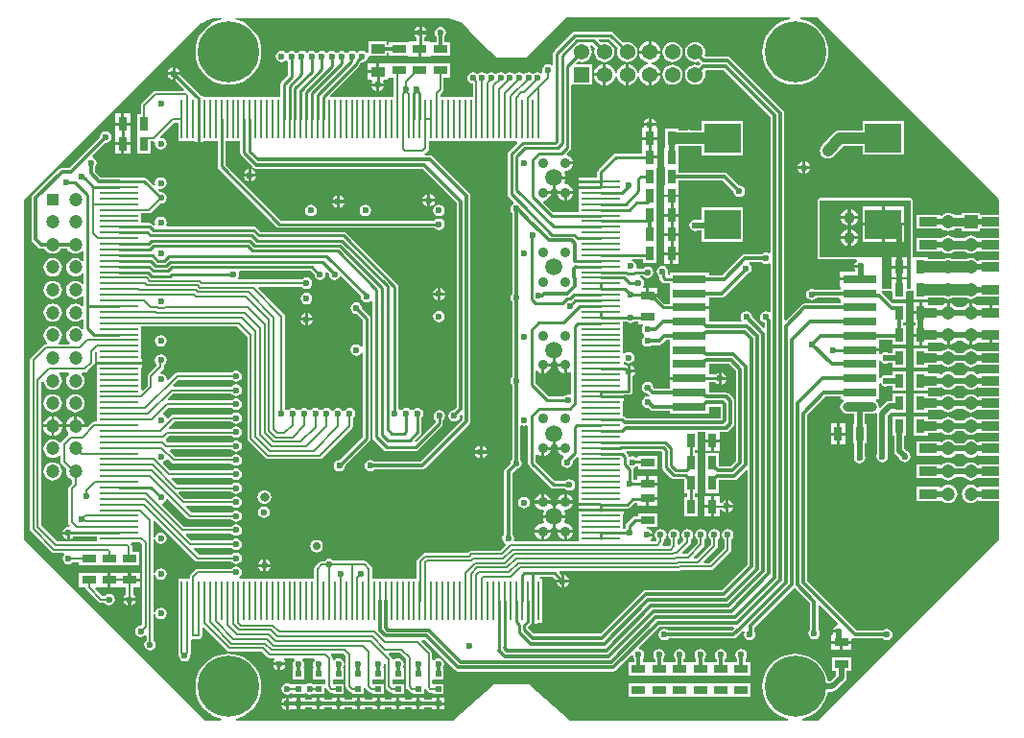
<source format=gtl>
G04*
G04 #@! TF.GenerationSoftware,Altium Limited,Altium Designer,23.9.2 (47)*
G04*
G04 Layer_Physical_Order=1*
G04 Layer_Color=255*
%FSAX42Y42*%
%MOMM*%
G71*
G04*
G04 #@! TF.SameCoordinates,ED947BB0-FBEA-436B-BB51-AA8F8EE6EC71*
G04*
G04*
G04 #@! TF.FilePolarity,Positive*
G04*
G01*
G75*
%ADD10C,1.00*%
%ADD13C,0.20*%
%ADD38O,0.25X3.50*%
%ADD39R,0.25X3.50*%
%ADD40R,3.50X0.25*%
%ADD41R,0.80X1.30*%
%ADD42R,3.00X0.80*%
%ADD43O,3.00X0.80*%
%ADD44R,1.63X0.81*%
%ADD45R,1.50X0.50*%
%ADD46R,1.30X0.80*%
%ADD47R,1.27X0.89*%
%ADD48R,3.20X2.60*%
%ADD49R,0.60X0.50*%
%ADD50C,0.30*%
%ADD51C,0.50*%
%ADD52C,0.25*%
%ADD53C,0.51*%
%ADD54C,0.75*%
%ADD55C,0.27*%
%ADD56C,1.20*%
%ADD57R,1.10X1.10*%
%ADD58R,1.20X1.20*%
%ADD59C,1.50*%
%ADD60C,0.90*%
%ADD61C,1.37*%
%ADD62R,1.37X1.37*%
%ADD63C,0.60*%
%ADD64C,1.00*%
%ADD65C,5.40*%
%ADD66C,0.70*%
%ADD67C,0.80*%
G36*
X006835Y006212D02*
X006837Y006197D01*
X006792Y006187D01*
X006750Y006169D01*
X006711Y006145D01*
X006677Y006116D01*
X006647Y006081D01*
X006623Y006042D01*
X006606Y006000D01*
X006595Y005955D01*
X006591Y005910D01*
X006595Y005864D01*
X006606Y005820D01*
X006623Y005778D01*
X006647Y005739D01*
X006677Y005704D01*
X006711Y005675D01*
X006750Y005651D01*
X006792Y005633D01*
X006837Y005623D01*
X006882Y005619D01*
X006928Y005623D01*
X006972Y005633D01*
X007014Y005651D01*
X007053Y005675D01*
X007088Y005704D01*
X007118Y005739D01*
X007142Y005778D01*
X007159Y005820D01*
X007170Y005864D01*
X007173Y005910D01*
X007170Y005955D01*
X007159Y006000D01*
X007142Y006042D01*
X007118Y006081D01*
X007088Y006116D01*
X007053Y006145D01*
X007014Y006169D01*
X006972Y006187D01*
X006928Y006197D01*
X006929Y006212D01*
X007080D01*
X008682Y004610D01*
Y004471D01*
X008512D01*
Y004490D01*
X008353D01*
Y004468D01*
X008288D01*
X008273Y004480D01*
X008253Y004488D01*
X008232Y004491D01*
X008212Y004488D01*
X008192Y004480D01*
X008175Y004467D01*
X008174Y004465D01*
X008159Y004470D01*
Y004471D01*
X007956D01*
Y004349D01*
X008159D01*
Y004350D01*
X008174Y004355D01*
X008175Y004353D01*
X008192Y004340D01*
X008212Y004332D01*
X008232Y004329D01*
X008253Y004332D01*
X008273Y004340D01*
X008288Y004352D01*
X008353D01*
Y004330D01*
X008512D01*
Y004349D01*
X008682D01*
Y004271D01*
X008506D01*
Y004270D01*
X008491Y004265D01*
X008490Y004267D01*
X008473Y004280D01*
X008453Y004288D01*
X008432Y004291D01*
X008412Y004288D01*
X008392Y004280D01*
X008377Y004268D01*
X008288D01*
X008273Y004280D01*
X008253Y004288D01*
X008232Y004291D01*
X008212Y004288D01*
X008192Y004280D01*
X008175Y004267D01*
X008174Y004265D01*
X008159Y004270D01*
Y004271D01*
X007956D01*
Y004149D01*
X008159D01*
Y004150D01*
X008174Y004155D01*
X008175Y004153D01*
X008192Y004140D01*
X008212Y004132D01*
X008232Y004129D01*
X008253Y004132D01*
X008273Y004140D01*
X008288Y004152D01*
X008377D01*
X008392Y004140D01*
X008412Y004132D01*
X008432Y004129D01*
X008453Y004132D01*
X008473Y004140D01*
X008490Y004153D01*
X008491Y004155D01*
X008506Y004150D01*
Y004149D01*
X008682D01*
Y004071D01*
X008506D01*
Y004070D01*
X008491Y004065D01*
X008490Y004067D01*
X008473Y004080D01*
X008453Y004088D01*
X008432Y004091D01*
X008412Y004088D01*
X008394Y004081D01*
X008271D01*
X008253Y004088D01*
X008232Y004091D01*
X008212Y004088D01*
X008194Y004081D01*
X008050D01*
Y004095D01*
X007935D01*
X007930Y004095D01*
X007920Y004106D01*
Y004200D01*
Y004600D01*
X007919Y004608D01*
X007914Y004614D01*
X007908Y004619D01*
X007900Y004620D01*
X007100D01*
X007092Y004619D01*
X007086Y004614D01*
X007081Y004608D01*
X007080Y004600D01*
Y004100D01*
X007081Y004092D01*
X007086Y004086D01*
X007092Y004081D01*
X007100Y004080D01*
X007422D01*
X007427Y004065D01*
X007420Y004060D01*
X007412Y004048D01*
X007406Y004034D01*
X007406Y004033D01*
X007460D01*
Y004007D01*
X007406D01*
X007406Y004006D01*
X007412Y003992D01*
X007414Y003989D01*
Y003970D01*
X007275D01*
Y003918D01*
X007450D01*
Y003892D01*
X007275D01*
Y003840D01*
X007280D01*
Y003811D01*
X007059D01*
X007050Y003817D01*
X007030Y003821D01*
X007010Y003817D01*
X006994Y003806D01*
X006983Y003790D01*
X006979Y003770D01*
X006983Y003750D01*
X006994Y003734D01*
X007010Y003723D01*
X007030Y003719D01*
X007050Y003723D01*
X007066Y003734D01*
X007070Y003739D01*
X007269D01*
X007280Y003729D01*
Y003720D01*
X007280D01*
Y003715D01*
X007280D01*
Y003691D01*
X006966D01*
X006952Y003688D01*
X006941Y003680D01*
X006800Y003539D01*
X006786Y003545D01*
Y005371D01*
X006783Y005384D01*
X006775Y005396D01*
X006311Y005860D01*
X006299Y005868D01*
X006286Y005871D01*
X006095D01*
X006085Y005884D01*
X006086Y005887D01*
X006089Y005910D01*
X006086Y005933D01*
X006077Y005955D01*
X006063Y005973D01*
X006045Y005987D01*
X006023Y005996D01*
X006000Y005999D01*
X005977Y005996D01*
X005955Y005987D01*
X005937Y005973D01*
X005923Y005955D01*
X005914Y005933D01*
X005911Y005910D01*
X005914Y005887D01*
X005923Y005865D01*
X005937Y005847D01*
X005955Y005833D01*
X005977Y005824D01*
X006000Y005821D01*
X006023Y005824D01*
X006032Y005827D01*
X006050Y005810D01*
X006032Y005793D01*
X006023Y005796D01*
X006000Y005799D01*
X005977Y005796D01*
X005955Y005787D01*
X005937Y005773D01*
X005923Y005755D01*
X005914Y005733D01*
X005911Y005710D01*
X005914Y005687D01*
X005923Y005665D01*
X005937Y005647D01*
X005955Y005633D01*
X005977Y005624D01*
X006000Y005621D01*
X006023Y005624D01*
X006045Y005633D01*
X006063Y005647D01*
X006077Y005665D01*
X006086Y005687D01*
X006089Y005710D01*
X006086Y005733D01*
X006085Y005736D01*
X006095Y005749D01*
X006250D01*
X006664Y005335D01*
Y004141D01*
X006649Y004133D01*
X006643Y004137D01*
X006623Y004141D01*
X006604Y004137D01*
X006587Y004126D01*
X006587Y004126D01*
X006440D01*
X006426Y004123D01*
X006415Y004115D01*
X006240Y003941D01*
X006120D01*
Y003965D01*
X005780D01*
Y003938D01*
X005765D01*
X005757Y003953D01*
X005761Y003972D01*
X005757Y003992D01*
X005746Y004009D01*
X005730Y004020D01*
X005710Y004023D01*
X005690Y004020D01*
X005674Y004009D01*
X005663Y003992D01*
X005659Y003972D01*
X005663Y003953D01*
X005674Y003936D01*
X005684Y003930D01*
Y003918D01*
X005686Y003905D01*
X005693Y003895D01*
X005706Y003882D01*
X005717Y003874D01*
X005730Y003872D01*
X005780D01*
Y003845D01*
X005780D01*
Y003840D01*
X005780D01*
Y003720D01*
X005775D01*
Y003688D01*
X005729D01*
X005670Y003746D01*
Y003747D01*
X005580D01*
Y003760D01*
X005567D01*
Y003825D01*
X005548D01*
X005540Y003840D01*
X005547Y003850D01*
X005551Y003870D01*
X005547Y003890D01*
X005536Y003906D01*
X005520Y003917D01*
X005512Y003919D01*
X005513Y003934D01*
X005542D01*
X005544Y003931D01*
X005560Y003920D01*
X005580Y003916D01*
X005600Y003920D01*
X005616Y003931D01*
X005627Y003947D01*
X005631Y003967D01*
X005627Y003986D01*
X005616Y004003D01*
X005600Y004014D01*
X005580Y004018D01*
X005560Y004014D01*
X005544Y004003D01*
X005542Y004000D01*
X005492D01*
X005480Y004015D01*
X005481Y004020D01*
X005477Y004040D01*
X005466Y004056D01*
X005450Y004067D01*
X005442Y004069D01*
X005443Y004084D01*
X005540D01*
Y004046D01*
X005660D01*
Y004215D01*
Y004385D01*
Y004555D01*
Y004725D01*
Y004890D01*
X005665D01*
Y004967D01*
X005599D01*
Y004993D01*
X005665D01*
Y005057D01*
X005665D01*
Y005135D01*
X005535D01*
Y005070D01*
X005534D01*
Y005013D01*
X005300D01*
X005287Y005011D01*
X005277Y005003D01*
X005147Y004873D01*
X005139Y004863D01*
X005137Y004850D01*
Y004805D01*
X004970D01*
Y004779D01*
X005170D01*
Y004754D01*
X004970D01*
Y004729D01*
X005170D01*
Y004704D01*
X004970D01*
Y004679D01*
X004975D01*
Y004584D01*
Y004500D01*
X004747D01*
X004662Y004585D01*
X004667Y004601D01*
X004673Y004601D01*
X004691Y004609D01*
X004705Y004620D01*
X004716Y004634D01*
X004724Y004652D01*
X004724Y004657D01*
X004655D01*
Y004683D01*
X004724D01*
X004724Y004688D01*
X004725Y004691D01*
X004734Y004701D01*
X004742Y004700D01*
Y004800D01*
X004755D01*
Y004813D01*
X004855D01*
X004853Y004826D01*
X004845Y004845D01*
X004853Y004858D01*
X004855Y004859D01*
X004855Y004859D01*
X004873Y004861D01*
X004891Y004869D01*
X004905Y004880D01*
X004916Y004894D01*
X004924Y004912D01*
X004924Y004917D01*
X004855D01*
Y004943D01*
X004924D01*
X004924Y004948D01*
X004916Y004966D01*
X004905Y004980D01*
X004891Y004991D01*
X004873Y004999D01*
X004869Y004999D01*
X004864Y005015D01*
X004893Y005045D01*
X004901Y005056D01*
X004903Y005068D01*
Y005610D01*
X004911Y005621D01*
X005089D01*
Y005799D01*
X004955D01*
X004949Y005812D01*
X004965Y005828D01*
X004977Y005824D01*
X005000Y005821D01*
X005023Y005824D01*
X005045Y005833D01*
X005063Y005847D01*
X005077Y005865D01*
X005086Y005887D01*
X005089Y005910D01*
X005086Y005933D01*
X005077Y005955D01*
X005084Y005970D01*
X005092Y005971D01*
X005118Y005945D01*
X005114Y005933D01*
X005111Y005910D01*
X005114Y005887D01*
X005123Y005865D01*
X005137Y005847D01*
X005155Y005833D01*
X005177Y005824D01*
X005200Y005821D01*
X005223Y005824D01*
X005245Y005833D01*
X005263Y005847D01*
X005277Y005865D01*
X005286Y005887D01*
X005289Y005910D01*
X005286Y005933D01*
X005277Y005955D01*
X005263Y005973D01*
X005245Y005987D01*
X005223Y005996D01*
X005200Y005999D01*
X005177Y005996D01*
X005165Y005992D01*
X005148Y006009D01*
X005154Y006023D01*
X005240D01*
X005318Y005945D01*
X005314Y005933D01*
X005311Y005910D01*
X005314Y005887D01*
X005323Y005865D01*
X005337Y005847D01*
X005355Y005833D01*
X005377Y005824D01*
X005400Y005821D01*
X005423Y005824D01*
X005445Y005833D01*
X005463Y005847D01*
X005477Y005865D01*
X005486Y005887D01*
X005489Y005910D01*
X005486Y005933D01*
X005477Y005955D01*
X005463Y005973D01*
X005445Y005987D01*
X005423Y005996D01*
X005400Y005999D01*
X005377Y005996D01*
X005365Y005992D01*
X005277Y006080D01*
X005267Y006087D01*
X005254Y006089D01*
X004939D01*
X004927Y006087D01*
X004916Y006080D01*
X004757Y005920D01*
X004749Y005909D01*
X004747Y005897D01*
Y005795D01*
X004732Y005789D01*
X004720Y005797D01*
X004700Y005801D01*
X004680Y005797D01*
X004664Y005786D01*
X004653Y005770D01*
X004649Y005750D01*
X004653Y005730D01*
X004654Y005729D01*
X004643Y005718D01*
X004629Y005727D01*
X004610Y005731D01*
X004590Y005727D01*
X004574Y005716D01*
X004565D01*
X004548Y005727D01*
X004529Y005731D01*
X004509Y005727D01*
X004493Y005716D01*
X004483D01*
X004467Y005727D01*
X004447Y005731D01*
X004428Y005727D01*
X004411Y005716D01*
X004402D01*
X004385Y005727D01*
X004366Y005731D01*
X004346Y005727D01*
X004330Y005716D01*
X004320D01*
X004304Y005727D01*
X004284Y005731D01*
X004265Y005727D01*
X004248Y005716D01*
X004239D01*
X004222Y005727D01*
X004203Y005731D01*
X004183Y005727D01*
X004167Y005716D01*
X004157D01*
X004141Y005727D01*
X004121Y005731D01*
X004102Y005727D01*
X004085Y005716D01*
X004076D01*
X004060Y005727D01*
X004040Y005731D01*
X004020Y005727D01*
X004004Y005716D01*
X003993Y005700D01*
X003989Y005680D01*
X003993Y005660D01*
X004004Y005644D01*
X004020Y005633D01*
X004039Y005629D01*
Y005512D01*
X003751D01*
Y005537D01*
X003772Y005558D01*
X003778Y005568D01*
X003781Y005580D01*
Y005685D01*
X003836D01*
Y005806D01*
X003666D01*
Y005806D01*
X003653D01*
Y005806D01*
X003485D01*
X003483Y005806D01*
Y005806D01*
X003470D01*
Y005806D01*
X003303D01*
X003289Y005807D01*
X003285Y005807D01*
X003213D01*
Y005737D01*
X003200D01*
Y005724D01*
X003111D01*
Y005667D01*
X003147D01*
X003155Y005652D01*
X003152Y005648D01*
X003146Y005634D01*
X003146Y005633D01*
X003254D01*
X003254Y005634D01*
X003248Y005648D01*
X003245Y005652D01*
X003253Y005667D01*
X003289D01*
Y005675D01*
X003300Y005685D01*
X003304Y005685D01*
X003339D01*
Y005512D01*
X002782D01*
X002776Y005526D01*
X003036Y005786D01*
X003044Y005797D01*
X003046Y005809D01*
X003057Y005820D01*
X003060Y005819D01*
X003080Y005823D01*
X003096Y005834D01*
X003107Y005850D01*
X003110Y005863D01*
X003114Y005871D01*
X003125Y005876D01*
X003283D01*
Y005902D01*
X003300D01*
Y005876D01*
X003465Y005876D01*
X003477Y005870D01*
X003482Y005870D01*
X003555D01*
Y005935D01*
X003581D01*
Y005870D01*
X003653D01*
X003658Y005870D01*
X003671Y005876D01*
X003673Y005876D01*
X003836D01*
Y005996D01*
X003787D01*
Y006044D01*
X003787Y006044D01*
X003798Y006060D01*
X003802Y006080D01*
X003798Y006100D01*
X003787Y006116D01*
X003771Y006127D01*
X003751Y006131D01*
X003732Y006127D01*
X003715Y006116D01*
X003704Y006100D01*
X003700Y006080D01*
X003704Y006060D01*
X003715Y006044D01*
X003716Y006044D01*
Y005996D01*
X003671Y005996D01*
X003658Y006001D01*
X003653Y006001D01*
X003609D01*
Y006036D01*
X003615Y006040D01*
X003624Y006052D01*
X003630Y006066D01*
X003630Y006067D01*
X003521D01*
X003522Y006066D01*
X003527Y006052D01*
X003536Y006040D01*
X003542Y006036D01*
Y006001D01*
X003482D01*
X003477Y006001D01*
X003465Y005996D01*
X003462Y005996D01*
X003300D01*
Y005973D01*
X003283D01*
Y006004D01*
X003117D01*
Y005902D01*
X003101Y005898D01*
X003096Y005906D01*
X003080Y005917D01*
X003060Y005921D01*
X003040Y005917D01*
X003025Y005907D01*
X003020Y005905D01*
X003011D01*
X003006Y005907D01*
X002991Y005917D01*
X002971Y005921D01*
X002952Y005917D01*
X002935Y005906D01*
X002935Y005905D01*
X002920D01*
X002919Y005906D01*
X002902Y005917D01*
X002883Y005921D01*
X002863Y005917D01*
X002847Y005906D01*
X002846Y005905D01*
X002831D01*
X002830Y005906D01*
X002814Y005917D01*
X002794Y005921D01*
X002775Y005917D01*
X002759Y005907D01*
X002755Y005905D01*
X002745D01*
X002741Y005907D01*
X002725Y005917D01*
X002706Y005921D01*
X002686Y005917D01*
X002670Y005906D01*
X002669Y005905D01*
X002654D01*
X002653Y005906D01*
X002637Y005917D01*
X002617Y005921D01*
X002598Y005917D01*
X002582Y005907D01*
X002578Y005905D01*
X002568D01*
X002564Y005907D01*
X002548Y005917D01*
X002529Y005921D01*
X002509Y005917D01*
X002493Y005906D01*
X002492Y005905D01*
X002477D01*
X002476Y005906D01*
X002460Y005917D01*
X002440Y005921D01*
X002420Y005917D01*
X002404Y005906D01*
X002401Y005904D01*
X002389D01*
X002386Y005906D01*
X002370Y005917D01*
X002350Y005921D01*
X002330Y005917D01*
X002314Y005906D01*
X002303Y005890D01*
X002299Y005870D01*
X002303Y005850D01*
X002314Y005834D01*
X002330Y005823D01*
X002350Y005819D01*
X002370Y005823D01*
X002386Y005834D01*
X002389Y005836D01*
X002394D01*
X002407Y005823D01*
Y005704D01*
X002347Y005643D01*
X002339Y005633D01*
X002337Y005620D01*
Y005512D01*
X001658D01*
Y005517D01*
X001648D01*
X001643Y005524D01*
X001619Y005548D01*
X001619Y005548D01*
X001460Y005707D01*
X001413D01*
Y005660D01*
X001494Y005579D01*
X001488Y005566D01*
X001235D01*
X001223Y005563D01*
X001213Y005557D01*
X001213Y005557D01*
X001118Y005462D01*
X001112Y005452D01*
X001109Y005440D01*
X001109Y005440D01*
Y005360D01*
X001080D01*
Y005190D01*
X001080D01*
Y005185D01*
X001080D01*
Y005015D01*
X001200D01*
Y005119D01*
X001220D01*
X001220Y005119D01*
X001222Y005120D01*
X001235Y005107D01*
X001234Y005102D01*
X001238Y005082D01*
X001249Y005066D01*
X001265Y005055D01*
X001285Y005051D01*
X001305Y005055D01*
X001321Y005066D01*
X001332Y005082D01*
X001336Y005102D01*
X001332Y005121D01*
X001321Y005138D01*
X001305Y005149D01*
X001287Y005152D01*
X001283Y005159D01*
X001280Y005167D01*
X001399Y005286D01*
X001438D01*
Y005122D01*
X001582D01*
Y005116D01*
X001607D01*
Y005317D01*
X001633D01*
Y005116D01*
X001658D01*
Y005122D01*
X001787D01*
Y004900D01*
X001789Y004887D01*
X001797Y004877D01*
X002307Y004367D01*
X002317Y004359D01*
X002330Y004357D01*
X003702D01*
X003704Y004354D01*
X003720Y004343D01*
X003740Y004339D01*
X003760Y004343D01*
X003776Y004354D01*
X003787Y004370D01*
X003791Y004390D01*
X003787Y004410D01*
X003776Y004426D01*
X003760Y004437D01*
X003740Y004441D01*
X003720Y004437D01*
X003704Y004426D01*
X003702Y004423D01*
X002344D01*
X001853Y004914D01*
Y005122D01*
X001987D01*
Y005019D01*
X001989Y005007D01*
X001997Y004996D01*
X002097Y004896D01*
X002104Y004885D01*
X002116Y004877D01*
X002129Y004874D01*
X003598D01*
X003897Y004575D01*
Y002774D01*
X003872Y002750D01*
X003872Y002750D01*
X003852Y002746D01*
X003836Y002735D01*
X003825Y002718D01*
X003821Y002699D01*
X003825Y002679D01*
X003836Y002663D01*
X003852Y002652D01*
X003872Y002648D01*
X003891Y002652D01*
X003908Y002663D01*
X003919Y002679D01*
X003923Y002699D01*
X003923Y002699D01*
X003933Y002709D01*
X003947Y002704D01*
Y002667D01*
X003575Y002296D01*
X003171D01*
X003170Y002296D01*
X003154Y002307D01*
X003134Y002311D01*
X003115Y002307D01*
X003098Y002296D01*
X003087Y002280D01*
X003083Y002260D01*
X003087Y002240D01*
X003098Y002224D01*
X003115Y002213D01*
X003134Y002209D01*
X003154Y002213D01*
X003170Y002224D01*
X003171Y002224D01*
X003590D01*
X003604Y002227D01*
X003615Y002235D01*
X004008Y002627D01*
X004015Y002639D01*
X004018Y002652D01*
Y004640D01*
X004015Y004654D01*
X004008Y004665D01*
X003688Y004985D01*
X003676Y004993D01*
X003662Y004996D01*
X003617D01*
X003613Y005011D01*
X003617Y005013D01*
X003642Y005038D01*
X003648Y005048D01*
X003651Y005060D01*
X003651Y005060D01*
Y005122D01*
X004425D01*
X004431Y005108D01*
X004357Y005033D01*
X004349Y005023D01*
X004347Y005010D01*
Y004656D01*
X004349Y004644D01*
X004357Y004633D01*
X004400Y004589D01*
X004396Y004572D01*
X004384Y004564D01*
X004373Y004548D01*
X004369Y004528D01*
X004373Y004509D01*
X004384Y004492D01*
X004384Y004492D01*
Y003777D01*
X004384Y003777D01*
X004373Y003761D01*
X004369Y003741D01*
X004373Y003722D01*
X004384Y003705D01*
X004384Y003705D01*
Y003046D01*
X004384Y003046D01*
X004373Y003030D01*
X004369Y003010D01*
X004373Y002990D01*
X004384Y002974D01*
X004384Y002974D01*
Y002316D01*
X004384Y002316D01*
X004373Y002300D01*
X004369Y002280D01*
X004369Y002280D01*
X004325Y002235D01*
X004317Y002224D01*
X004314Y002210D01*
Y001656D01*
X004314Y001656D01*
X004303Y001640D01*
X004299Y001620D01*
X004303Y001600D01*
X004314Y001584D01*
X004323Y001578D01*
X004326Y001560D01*
X004278Y001511D01*
X004027D01*
X004015Y001509D01*
X004005Y001502D01*
X004005Y001502D01*
X003994Y001491D01*
X003620D01*
X003620Y001491D01*
X003608Y001488D01*
X003598Y001482D01*
X003598Y001482D01*
X003551Y001434D01*
X003544Y001424D01*
X003542Y001413D01*
X003542Y001413D01*
Y001262D01*
X003151D01*
Y001350D01*
X003151Y001350D01*
X003148Y001362D01*
X003142Y001372D01*
X003102Y001412D01*
X003092Y001418D01*
X003080Y001421D01*
X003080Y001421D01*
X002970D01*
X002970Y001421D01*
X002970Y001421D01*
X002810D01*
X002806Y001426D01*
X002790Y001437D01*
X002770Y001441D01*
X002750Y001437D01*
X002734Y001426D01*
X002729Y001418D01*
X002706D01*
X002706Y001418D01*
X002694Y001416D01*
X002684Y001409D01*
X002684Y001409D01*
X002648Y001373D01*
X002642Y001363D01*
X002639Y001351D01*
X002639Y001351D01*
Y001262D01*
X001980D01*
X001975Y001277D01*
X001986Y001284D01*
X001997Y001300D01*
X002001Y001320D01*
X001997Y001340D01*
X001986Y001356D01*
X001970Y001367D01*
X001950Y001371D01*
X001930Y001367D01*
X001914Y001356D01*
X001910Y001351D01*
X001610D01*
X001598Y001348D01*
X001588Y001342D01*
X001588Y001342D01*
X001548Y001302D01*
X001542Y001292D01*
X001539Y001280D01*
X001539Y001280D01*
Y001262D01*
X001438D01*
Y000872D01*
X001439D01*
Y000610D01*
X001439Y000610D01*
X001442Y000598D01*
X001445Y000593D01*
X001444Y000585D01*
X001448Y000565D01*
X001459Y000549D01*
X001475Y000538D01*
X001495Y000534D01*
X001514Y000538D01*
X001531Y000549D01*
X001542Y000565D01*
X001546Y000585D01*
X001544Y000593D01*
X001548Y000599D01*
X001551Y000611D01*
Y000720D01*
X001566Y000730D01*
X001570Y000729D01*
X001620D01*
X001632Y000732D01*
X001642Y000738D01*
X001648Y000748D01*
X001651Y000760D01*
Y000830D01*
X001664Y000836D01*
X001842Y000658D01*
X001842Y000658D01*
X001842Y000658D01*
X001872Y000628D01*
X001882Y000622D01*
X001894Y000619D01*
X001894Y000619D01*
X002174D01*
X002223Y000571D01*
X002233Y000564D01*
X002245Y000562D01*
X002245Y000562D01*
X002282D01*
X002286Y000556D01*
X002289Y000547D01*
X002282Y000538D01*
X002276Y000524D01*
X002276Y000523D01*
X002384D01*
X002384Y000524D01*
X002378Y000538D01*
X002371Y000547D01*
X002374Y000556D01*
X002378Y000562D01*
X002461D01*
X002465Y000547D01*
X002464Y000546D01*
X002453Y000530D01*
X002449Y000510D01*
X002453Y000490D01*
X002460Y000480D01*
X002452Y000465D01*
X002450D01*
Y000375D01*
X002550D01*
Y000465D01*
X002548D01*
X002540Y000480D01*
X002547Y000490D01*
X002551Y000510D01*
X002547Y000530D01*
X002536Y000546D01*
X002535Y000547D01*
X002539Y000562D01*
X002637D01*
X002641Y000547D01*
X002640Y000546D01*
X002629Y000530D01*
X002625Y000510D01*
X002629Y000490D01*
X002636Y000480D01*
X002628Y000465D01*
X002626D01*
Y000375D01*
X002724D01*
X002726Y000375D01*
X002739Y000371D01*
Y000339D01*
X002726Y000335D01*
X002724Y000335D01*
X002626D01*
X002626Y000335D01*
X002621Y000336D01*
X002620Y000337D01*
X002600Y000341D01*
X002580Y000337D01*
X002565Y000327D01*
X002560Y000328D01*
X002550Y000332D01*
Y000335D01*
X002450D01*
Y000332D01*
X002440Y000328D01*
X002435Y000327D01*
X002420Y000337D01*
X002400Y000341D01*
X002380Y000337D01*
X002364Y000326D01*
X002353Y000310D01*
X002349Y000290D01*
X002353Y000270D01*
X002364Y000254D01*
X002380Y000243D01*
X002400Y000239D01*
X002420Y000243D01*
X002435Y000253D01*
X002440Y000252D01*
X002450Y000248D01*
Y000245D01*
X002550D01*
Y000248D01*
X002560Y000252D01*
X002565Y000253D01*
X002580Y000243D01*
X002600Y000239D01*
X002620Y000243D01*
X002626Y000245D01*
X002626Y000245D01*
X002626Y000245D01*
X002726D01*
Y000300D01*
X002741Y000302D01*
X002742Y000298D01*
X002748Y000288D01*
X002768Y000268D01*
X002778Y000262D01*
X002790Y000259D01*
X002802D01*
Y000245D01*
X002902D01*
Y000335D01*
X002802D01*
X002801Y000349D01*
Y000361D01*
X002802Y000375D01*
X002816Y000375D01*
X002902D01*
Y000465D01*
X002900D01*
X002892Y000480D01*
X002899Y000490D01*
X002903Y000510D01*
X002899Y000530D01*
X002888Y000546D01*
X002872Y000557D01*
X002852Y000561D01*
X002833Y000557D01*
X002816Y000546D01*
X002816Y000545D01*
X002801Y000550D01*
Y000560D01*
X002801Y000560D01*
X002798Y000572D01*
X002792Y000582D01*
X002792Y000582D01*
X002785Y000588D01*
X002791Y000602D01*
X002897D01*
X002919Y000580D01*
Y000310D01*
X002919Y000310D01*
X002922Y000298D01*
X002928Y000288D01*
X002948Y000268D01*
X002958Y000262D01*
X002970Y000259D01*
X002978D01*
Y000245D01*
X003078D01*
Y000294D01*
X003085Y000296D01*
X003093Y000296D01*
X003098Y000288D01*
X003118Y000268D01*
X003128Y000262D01*
X003140Y000259D01*
X003154D01*
Y000245D01*
X003254D01*
Y000335D01*
X003154D01*
X003151Y000349D01*
Y000361D01*
X003154Y000375D01*
X003166Y000375D01*
X003254D01*
Y000465D01*
X003252D01*
X003244Y000480D01*
X003251Y000490D01*
X003254Y000507D01*
X003269Y000505D01*
Y000310D01*
X003269Y000310D01*
X003272Y000298D01*
X003278Y000288D01*
X003298Y000268D01*
X003308Y000262D01*
X003320Y000259D01*
X003330D01*
Y000245D01*
X003430D01*
Y000335D01*
X003331D01*
Y000375D01*
X003430D01*
Y000465D01*
X003428D01*
X003420Y000480D01*
X003427Y000490D01*
X003431Y000510D01*
X003427Y000530D01*
X003416Y000546D01*
X003400Y000557D01*
X003380Y000561D01*
X003361Y000557D01*
X003346Y000547D01*
X003339Y000548D01*
X003330Y000552D01*
X003328Y000561D01*
X003322Y000571D01*
X003322Y000571D01*
X003297Y000596D01*
X003303Y000609D01*
X003397D01*
X003449Y000557D01*
Y000310D01*
X003449Y000310D01*
X003452Y000298D01*
X003458Y000288D01*
X003478Y000268D01*
X003488Y000262D01*
X003500Y000259D01*
X003506D01*
Y000245D01*
X003606D01*
Y000291D01*
X003621Y000293D01*
X003622Y000290D01*
X003628Y000280D01*
X003640Y000268D01*
X003640Y000268D01*
X003650Y000262D01*
X003662Y000259D01*
X003662Y000259D01*
X003682D01*
Y000245D01*
X003782D01*
Y000335D01*
X003682D01*
X003681Y000349D01*
Y000361D01*
X003682Y000375D01*
X003696Y000375D01*
X003782D01*
Y000465D01*
X003780D01*
X003772Y000480D01*
X003779Y000490D01*
X003783Y000510D01*
X003779Y000530D01*
X003768Y000546D01*
X003752Y000557D01*
X003732Y000561D01*
X003713Y000557D01*
X003696Y000546D01*
X003696Y000545D01*
X003681Y000550D01*
Y000600D01*
X003681Y000600D01*
X003678Y000612D01*
X003672Y000622D01*
X003672Y000622D01*
X003585Y000709D01*
X003591Y000724D01*
X003615D01*
X003884Y000455D01*
X003896Y000447D01*
X003909Y000444D01*
X005278D01*
X005291Y000447D01*
X005303Y000455D01*
X005434Y000586D01*
X005451Y000582D01*
X005453Y000570D01*
X005464Y000554D01*
X005464Y000554D01*
Y000530D01*
X005415D01*
Y000410D01*
X005581D01*
X005585Y000410D01*
X005596D01*
X005600Y000410D01*
X005762D01*
X005766Y000410D01*
X005777D01*
X005781Y000410D01*
X005944D01*
X005947Y000410D01*
X005959D01*
X005962Y000410D01*
X006125D01*
X006129Y000410D01*
X006140D01*
X006144Y000410D01*
X006306D01*
X006310Y000410D01*
X006321D01*
X006325Y000410D01*
X006491D01*
Y000530D01*
X006442D01*
Y000554D01*
X006442Y000554D01*
X006453Y000570D01*
X006457Y000590D01*
X006453Y000610D01*
X006442Y000626D01*
X006426Y000637D01*
X006406Y000641D01*
X006386Y000637D01*
X006370Y000626D01*
X006359Y000610D01*
X006355Y000590D01*
X006359Y000570D01*
X006370Y000554D01*
X006370Y000554D01*
Y000530D01*
X006325D01*
X006321Y000530D01*
X006310D01*
X006306Y000530D01*
X006260D01*
Y000554D01*
X006261Y000554D01*
X006272Y000570D01*
X006276Y000590D01*
X006272Y000610D01*
X006261Y000626D01*
X006244Y000637D01*
X006225Y000641D01*
X006205Y000637D01*
X006189Y000626D01*
X006178Y000610D01*
X006174Y000590D01*
X006178Y000570D01*
X006189Y000554D01*
X006189Y000554D01*
Y000530D01*
X006144D01*
X006140Y000530D01*
X006129D01*
X006125Y000530D01*
X006079D01*
Y000554D01*
X006080Y000554D01*
X006091Y000570D01*
X006095Y000590D01*
X006091Y000610D01*
X006080Y000626D01*
X006063Y000637D01*
X006044Y000641D01*
X006024Y000637D01*
X006008Y000626D01*
X005997Y000610D01*
X005993Y000590D01*
X005997Y000570D01*
X006008Y000554D01*
X006008Y000554D01*
Y000530D01*
X005962D01*
X005959Y000530D01*
X005947D01*
X005944Y000530D01*
X005898D01*
Y000554D01*
X005898Y000554D01*
X005909Y000570D01*
X005913Y000590D01*
X005909Y000610D01*
X005898Y000626D01*
X005882Y000637D01*
X005862Y000641D01*
X005843Y000637D01*
X005826Y000626D01*
X005815Y000610D01*
X005811Y000590D01*
X005815Y000570D01*
X005826Y000554D01*
X005827Y000554D01*
Y000530D01*
X005781D01*
X005777Y000530D01*
X005766D01*
X005762Y000530D01*
X005717D01*
Y000554D01*
X005717Y000554D01*
X005728Y000570D01*
X005732Y000590D01*
X005728Y000610D01*
X005717Y000626D01*
X005701Y000637D01*
X005681Y000641D01*
X005662Y000637D01*
X005645Y000626D01*
X005634Y000610D01*
X005630Y000590D01*
X005634Y000570D01*
X005645Y000554D01*
X005646Y000554D01*
Y000530D01*
X005600D01*
X005596Y000530D01*
X005585D01*
X005581Y000530D01*
X005536D01*
Y000554D01*
X005536Y000554D01*
X005547Y000570D01*
X005551Y000590D01*
X005547Y000610D01*
X005536Y000626D01*
X005520Y000637D01*
X005508Y000639D01*
X005504Y000656D01*
X005687Y000839D01*
X006338D01*
X006344Y000825D01*
X006324Y000806D01*
X005764D01*
X005764Y000806D01*
X005748Y000817D01*
X005728Y000821D01*
X005708Y000817D01*
X005692Y000806D01*
X005681Y000790D01*
X005677Y000770D01*
X005681Y000750D01*
X005692Y000734D01*
X005708Y000723D01*
X005728Y000719D01*
X005748Y000723D01*
X005764Y000734D01*
X005764Y000734D01*
X006339D01*
X006353Y000737D01*
X006364Y000745D01*
X006419Y000800D01*
X006419Y000800D01*
X006427Y000807D01*
X006439Y000798D01*
X006433Y000790D01*
X006429Y000770D01*
X006433Y000750D01*
X006444Y000734D01*
X006460Y000723D01*
X006480Y000719D01*
X006500Y000723D01*
X006516Y000734D01*
X006527Y000750D01*
X006531Y000770D01*
X006527Y000790D01*
X006520Y000800D01*
Y000830D01*
X006875Y001185D01*
X007014Y001045D01*
Y000816D01*
X007014Y000816D01*
X007003Y000800D01*
X006999Y000780D01*
X007003Y000760D01*
X007014Y000744D01*
X007030Y000733D01*
X007050Y000729D01*
X007070Y000733D01*
X007086Y000744D01*
X007097Y000760D01*
X007101Y000780D01*
X007097Y000800D01*
X007086Y000816D01*
X007086Y000816D01*
Y001025D01*
X007100Y001031D01*
X007153Y000977D01*
X007155Y000975D01*
X007260Y000870D01*
X007256Y000854D01*
X007242Y000848D01*
X007230Y000840D01*
X007222Y000828D01*
X007216Y000814D01*
X007216Y000813D01*
X007270D01*
Y000787D01*
X007216D01*
X007216Y000786D01*
X007218Y000780D01*
X007209Y000765D01*
X007200D01*
Y000713D01*
X007290D01*
X007380D01*
Y000730D01*
X007395Y000738D01*
X007396Y000737D01*
X007410Y000734D01*
X007654D01*
X007654Y000734D01*
X007670Y000723D01*
X007690Y000719D01*
X007710Y000723D01*
X007726Y000734D01*
X007737Y000750D01*
X007741Y000770D01*
X007737Y000790D01*
X007726Y000806D01*
X007710Y000817D01*
X007690Y000821D01*
X007670Y000817D01*
X007654Y000806D01*
X007654Y000806D01*
X007425D01*
X007207Y001024D01*
X007205Y001026D01*
X006986Y001245D01*
Y002705D01*
X007150Y002869D01*
X007280D01*
Y002845D01*
X007303D01*
X007303Y002844D01*
X007307Y002830D01*
X007297Y002823D01*
X007288Y002810D01*
X007282Y002796D01*
X007279Y002780D01*
X007282Y002764D01*
X007288Y002750D01*
X007297Y002737D01*
X007310Y002728D01*
X007324Y002722D01*
X007340Y002719D01*
X007404D01*
Y002625D01*
X007390D01*
Y002455D01*
X007404D01*
Y002351D01*
X007403Y002350D01*
X007399Y002330D01*
X007403Y002310D01*
X007414Y002294D01*
X007430Y002283D01*
X007450Y002279D01*
X007470Y002283D01*
X007486Y002294D01*
X007497Y002310D01*
X007501Y002330D01*
X007497Y002350D01*
X007496Y002351D01*
Y002455D01*
X007510D01*
Y002625D01*
X007496D01*
Y002719D01*
X007560D01*
X007576Y002722D01*
X007590Y002728D01*
X007590Y002728D01*
X007602Y002721D01*
X007604Y002719D01*
Y002361D01*
X007603Y002360D01*
X007599Y002340D01*
X007603Y002320D01*
X007614Y002304D01*
X007630Y002293D01*
X007650Y002289D01*
X007670Y002293D01*
X007686Y002304D01*
X007697Y002320D01*
X007701Y002340D01*
X007697Y002360D01*
X007696Y002361D01*
Y002701D01*
X007725Y002731D01*
X007740Y002725D01*
Y002725D01*
X007861D01*
Y002895D01*
X007740D01*
Y002831D01*
X007715D01*
X007697Y002827D01*
X007682Y002817D01*
X007634Y002769D01*
X007620Y002776D01*
X007621Y002780D01*
X007618Y002796D01*
X007612Y002810D01*
X007603Y002823D01*
X007593Y002830D01*
X007597Y002844D01*
X007597Y002845D01*
X007620D01*
Y002965D01*
X007620D01*
Y002970D01*
X007620D01*
Y002984D01*
X007635Y002987D01*
X007644Y002974D01*
X007660Y002963D01*
X007680Y002959D01*
X007700Y002963D01*
X007701Y002964D01*
X007740D01*
Y002925D01*
X007861D01*
Y003095D01*
X007740D01*
Y003056D01*
X007701D01*
X007700Y003057D01*
X007680Y003061D01*
X007660Y003057D01*
X007644Y003046D01*
X007635Y003033D01*
X007620Y003036D01*
Y003090D01*
X007620D01*
Y003095D01*
X007620D01*
Y003184D01*
X007635Y003187D01*
X007644Y003174D01*
X007660Y003163D01*
X007680Y003159D01*
X007700Y003163D01*
X007701Y003164D01*
X007740D01*
Y003125D01*
X007861D01*
Y003295D01*
X007740D01*
Y003256D01*
X007701D01*
X007700Y003257D01*
X007680Y003261D01*
X007660Y003257D01*
X007644Y003246D01*
X007640Y003241D01*
X007625Y003245D01*
Y003267D01*
X007450D01*
Y003293D01*
X007625D01*
Y003345D01*
X007620D01*
Y003369D01*
X007740D01*
Y003325D01*
X007861D01*
Y003495D01*
X007836D01*
Y003525D01*
X007861D01*
Y003695D01*
X007741D01*
X007740Y003695D01*
Y003695D01*
X007729Y003702D01*
X007647Y003783D01*
X007644Y003786D01*
X007650Y003800D01*
X007650Y003800D01*
X007735D01*
X007740Y003795D01*
Y003725D01*
X007860D01*
Y003795D01*
X007865Y003800D01*
X007900D01*
X007908Y003801D01*
X007914Y003806D01*
X007915Y003806D01*
X007930Y003802D01*
Y003725D01*
X008050D01*
Y003744D01*
X008186D01*
X008192Y003740D01*
X008212Y003732D01*
X008232Y003729D01*
X008253Y003732D01*
X008271Y003739D01*
X008394D01*
X008412Y003732D01*
X008432Y003729D01*
X008453Y003732D01*
X008473Y003740D01*
X008490Y003753D01*
X008491Y003755D01*
X008506Y003750D01*
Y003749D01*
X008682D01*
Y003676D01*
X008620D01*
Y003610D01*
X008595D01*
Y003676D01*
X008501D01*
X008501Y003676D01*
Y003676D01*
X008486Y003676D01*
X008476Y003684D01*
X008455Y003693D01*
X008445Y003694D01*
Y003610D01*
X008420D01*
Y003694D01*
X008410Y003693D01*
X008389Y003684D01*
X008372Y003671D01*
X008360Y003656D01*
X008305D01*
X008293Y003671D01*
X008276Y003684D01*
X008255Y003693D01*
X008245Y003694D01*
Y003610D01*
X008220D01*
Y003694D01*
X008210Y003693D01*
X008189Y003684D01*
X008179Y003676D01*
X008164Y003676D01*
X008164Y003676D01*
X008164Y003676D01*
X008056D01*
Y003700D01*
X008003D01*
Y003610D01*
X007990D01*
Y003597D01*
X007925D01*
Y003520D01*
X007945D01*
Y003500D01*
X007925D01*
Y003423D01*
X007990D01*
Y003410D01*
X008003D01*
Y003320D01*
X008056D01*
Y003344D01*
X008164D01*
X008164Y003344D01*
Y003344D01*
X008179Y003343D01*
X008189Y003335D01*
X008210Y003327D01*
X008220Y003325D01*
Y003410D01*
X008245D01*
Y003325D01*
X008255Y003327D01*
X008276Y003335D01*
X008293Y003349D01*
X008305Y003364D01*
X008360D01*
X008372Y003349D01*
X008389Y003335D01*
X008410Y003327D01*
X008420Y003325D01*
Y003410D01*
X008445D01*
Y003325D01*
X008455Y003327D01*
X008476Y003335D01*
X008486Y003343D01*
X008501Y003344D01*
X008501Y003344D01*
X008501Y003344D01*
X008595D01*
Y003410D01*
X008620D01*
Y003344D01*
X008682D01*
Y003271D01*
X008506D01*
Y003270D01*
X008491Y003265D01*
X008490Y003267D01*
X008473Y003280D01*
X008453Y003288D01*
X008432Y003291D01*
X008412Y003288D01*
X008392Y003280D01*
X008375Y003267D01*
X008367Y003256D01*
X008298D01*
X008290Y003267D01*
X008273Y003280D01*
X008253Y003288D01*
X008232Y003291D01*
X008212Y003288D01*
X008192Y003280D01*
X008175Y003267D01*
X008174Y003265D01*
X008159Y003270D01*
Y003271D01*
X008050D01*
Y003295D01*
X007931D01*
Y003125D01*
X008050D01*
Y003149D01*
X008159D01*
Y003150D01*
X008174Y003155D01*
X008175Y003153D01*
X008192Y003140D01*
X008212Y003132D01*
X008232Y003129D01*
X008253Y003132D01*
X008273Y003140D01*
X008290Y003153D01*
X008298Y003164D01*
X008367D01*
X008375Y003153D01*
X008392Y003140D01*
X008412Y003132D01*
X008432Y003129D01*
X008453Y003132D01*
X008473Y003140D01*
X008490Y003153D01*
X008491Y003155D01*
X008506Y003150D01*
Y003149D01*
X008682D01*
X008682Y003071D01*
X008506D01*
Y003070D01*
X008491Y003065D01*
X008490Y003067D01*
X008473Y003080D01*
X008453Y003088D01*
X008432Y003091D01*
X008412Y003088D01*
X008392Y003080D01*
X008375Y003067D01*
X008367Y003056D01*
X008298D01*
X008290Y003067D01*
X008273Y003080D01*
X008253Y003088D01*
X008232Y003091D01*
X008212Y003088D01*
X008192Y003080D01*
X008175Y003067D01*
X008174Y003065D01*
X008159Y003070D01*
Y003071D01*
X008050D01*
Y003095D01*
X007931D01*
Y002925D01*
X008050D01*
Y002949D01*
X008159D01*
Y002950D01*
X008174Y002955D01*
X008175Y002953D01*
X008192Y002940D01*
X008212Y002932D01*
X008232Y002929D01*
X008253Y002932D01*
X008273Y002940D01*
X008290Y002953D01*
X008298Y002964D01*
X008367D01*
X008375Y002953D01*
X008392Y002940D01*
X008412Y002932D01*
X008432Y002929D01*
X008453Y002932D01*
X008473Y002940D01*
X008490Y002953D01*
X008491Y002955D01*
X008506Y002950D01*
Y002949D01*
X008682D01*
Y002871D01*
X008506D01*
Y002870D01*
X008491Y002865D01*
X008490Y002867D01*
X008473Y002880D01*
X008453Y002888D01*
X008432Y002891D01*
X008412Y002888D01*
X008392Y002880D01*
X008375Y002867D01*
X008367Y002856D01*
X008298D01*
X008290Y002867D01*
X008273Y002880D01*
X008253Y002888D01*
X008232Y002891D01*
X008212Y002888D01*
X008192Y002880D01*
X008175Y002867D01*
X008174Y002865D01*
X008159Y002870D01*
Y002871D01*
X008050D01*
Y002895D01*
X007931D01*
Y002725D01*
X008050D01*
Y002749D01*
X008159D01*
Y002750D01*
X008174Y002755D01*
X008175Y002753D01*
X008192Y002740D01*
X008212Y002732D01*
X008232Y002729D01*
X008253Y002732D01*
X008273Y002740D01*
X008290Y002753D01*
X008298Y002764D01*
X008367D01*
X008375Y002753D01*
X008392Y002740D01*
X008412Y002732D01*
X008432Y002729D01*
X008453Y002732D01*
X008473Y002740D01*
X008490Y002753D01*
X008491Y002755D01*
X008506Y002750D01*
Y002749D01*
X008682D01*
Y002671D01*
X008506D01*
Y002670D01*
X008491Y002665D01*
X008490Y002667D01*
X008473Y002680D01*
X008453Y002688D01*
X008432Y002691D01*
X008412Y002688D01*
X008392Y002680D01*
X008375Y002667D01*
X008367Y002656D01*
X008298D01*
X008290Y002667D01*
X008273Y002680D01*
X008253Y002688D01*
X008232Y002691D01*
X008212Y002688D01*
X008192Y002680D01*
X008175Y002667D01*
X008174Y002665D01*
X008159Y002670D01*
Y002671D01*
X008050D01*
Y002695D01*
X007931D01*
Y002525D01*
X008050D01*
Y002549D01*
X008159D01*
Y002550D01*
X008174Y002555D01*
X008175Y002553D01*
X008192Y002540D01*
X008212Y002532D01*
X008232Y002529D01*
X008253Y002532D01*
X008273Y002540D01*
X008290Y002553D01*
X008298Y002564D01*
X008367D01*
X008375Y002553D01*
X008392Y002540D01*
X008412Y002532D01*
X008432Y002529D01*
X008453Y002532D01*
X008473Y002540D01*
X008490Y002553D01*
X008491Y002555D01*
X008506Y002550D01*
Y002549D01*
X008682D01*
Y002471D01*
X008506D01*
Y002470D01*
X008491Y002465D01*
X008490Y002467D01*
X008473Y002480D01*
X008453Y002488D01*
X008432Y002491D01*
X008412Y002488D01*
X008392Y002480D01*
X008375Y002467D01*
X008367Y002456D01*
X008298D01*
X008290Y002467D01*
X008273Y002480D01*
X008253Y002488D01*
X008232Y002491D01*
X008212Y002488D01*
X008192Y002480D01*
X008175Y002467D01*
X008174Y002465D01*
X008159Y002470D01*
Y002471D01*
X007956D01*
Y002349D01*
X008159D01*
Y002350D01*
X008174Y002355D01*
X008175Y002353D01*
X008192Y002340D01*
X008212Y002332D01*
X008232Y002329D01*
X008253Y002332D01*
X008273Y002340D01*
X008290Y002353D01*
X008298Y002364D01*
X008367D01*
X008375Y002353D01*
X008392Y002340D01*
X008412Y002332D01*
X008432Y002329D01*
X008453Y002332D01*
X008473Y002340D01*
X008490Y002353D01*
X008491Y002355D01*
X008506Y002350D01*
Y002349D01*
X008682D01*
Y002271D01*
X008506D01*
Y002270D01*
X008491Y002265D01*
X008490Y002267D01*
X008473Y002280D01*
X008453Y002288D01*
X008432Y002291D01*
X008412Y002288D01*
X008392Y002280D01*
X008375Y002267D01*
X008367Y002256D01*
X008298D01*
X008290Y002267D01*
X008273Y002280D01*
X008253Y002288D01*
X008232Y002291D01*
X008212Y002288D01*
X008192Y002280D01*
X008175Y002267D01*
X008174Y002265D01*
X008159Y002270D01*
Y002271D01*
X007956D01*
Y002149D01*
X008159D01*
Y002150D01*
X008174Y002155D01*
X008175Y002153D01*
X008192Y002140D01*
X008212Y002132D01*
X008232Y002129D01*
X008253Y002132D01*
X008273Y002140D01*
X008290Y002153D01*
X008298Y002164D01*
X008367D01*
X008375Y002153D01*
X008392Y002140D01*
X008412Y002132D01*
X008432Y002129D01*
X008453Y002132D01*
X008473Y002140D01*
X008490Y002153D01*
X008491Y002155D01*
X008506Y002150D01*
Y002149D01*
X008682D01*
Y002071D01*
X008506D01*
Y002070D01*
X008491Y002065D01*
X008490Y002067D01*
X008473Y002080D01*
X008453Y002088D01*
X008432Y002091D01*
X008412Y002088D01*
X008392Y002080D01*
X008375Y002067D01*
X008363Y002050D01*
X008355Y002031D01*
X008352Y002010D01*
X008355Y001989D01*
X008363Y001970D01*
X008375Y001953D01*
X008392Y001940D01*
X008412Y001932D01*
X008432Y001929D01*
X008453Y001932D01*
X008473Y001940D01*
X008490Y001953D01*
X008491Y001955D01*
X008506Y001950D01*
Y001949D01*
X008682D01*
Y001612D01*
X007082Y000012D01*
X006948D01*
X006946Y000027D01*
X006972Y000033D01*
X007014Y000051D01*
X007053Y000075D01*
X007088Y000104D01*
X007118Y000139D01*
X007142Y000178D01*
X007159Y000220D01*
X007170Y000264D01*
X007210D01*
X007228Y000268D01*
X007242Y000278D01*
X007322Y000358D01*
X007332Y000372D01*
X007336Y000390D01*
Y000450D01*
X007375D01*
Y000570D01*
X007205D01*
Y000450D01*
X007244D01*
Y000409D01*
X007191Y000356D01*
X007170D01*
X007159Y000400D01*
X007142Y000442D01*
X007118Y000481D01*
X007088Y000516D01*
X007053Y000545D01*
X007014Y000569D01*
X006972Y000587D01*
X006928Y000597D01*
X006882Y000601D01*
X006837Y000597D01*
X006792Y000587D01*
X006750Y000569D01*
X006711Y000545D01*
X006677Y000516D01*
X006647Y000481D01*
X006623Y000442D01*
X006606Y000400D01*
X006595Y000356D01*
X006591Y000310D01*
X006595Y000264D01*
X006606Y000220D01*
X006623Y000178D01*
X006647Y000139D01*
X006677Y000104D01*
X006711Y000075D01*
X006750Y000051D01*
X006792Y000033D01*
X006819Y000027D01*
X006817Y000012D01*
X004900D01*
X004529Y000332D01*
X004227Y000330D01*
X003865Y000012D01*
X001948D01*
X001946Y000027D01*
X001972Y000033D01*
X002014Y000051D01*
X002053Y000075D01*
X002088Y000104D01*
X002118Y000139D01*
X002142Y000178D01*
X002159Y000220D01*
X002170Y000264D01*
X002173Y000310D01*
X002170Y000356D01*
X002159Y000400D01*
X002142Y000442D01*
X002118Y000481D01*
X002088Y000516D01*
X002053Y000545D01*
X002014Y000569D01*
X001972Y000587D01*
X001928Y000597D01*
X001882Y000601D01*
X001837Y000597D01*
X001792Y000587D01*
X001750Y000569D01*
X001711Y000545D01*
X001677Y000516D01*
X001647Y000481D01*
X001623Y000442D01*
X001606Y000400D01*
X001595Y000356D01*
X001591Y000310D01*
X001595Y000264D01*
X001606Y000220D01*
X001623Y000178D01*
X001647Y000139D01*
X001677Y000104D01*
X001711Y000075D01*
X001750Y000051D01*
X001792Y000033D01*
X001819Y000027D01*
X001817Y000012D01*
X001682D01*
X000082Y001612D01*
X000082Y004610D01*
X001586Y006113D01*
X001596Y006124D01*
X001618Y006144D01*
X001641Y006161D01*
X001667Y006176D01*
X001694Y006189D01*
X001722Y006198D01*
X001750Y006205D01*
X001780Y006209D01*
X001794Y006210D01*
X001794Y006210D01*
X001825D01*
X001827Y006195D01*
X001792Y006187D01*
X001750Y006169D01*
X001711Y006145D01*
X001677Y006116D01*
X001647Y006081D01*
X001623Y006042D01*
X001606Y006000D01*
X001595Y005955D01*
X001591Y005910D01*
X001595Y005864D01*
X001606Y005820D01*
X001623Y005778D01*
X001647Y005739D01*
X001677Y005704D01*
X001711Y005675D01*
X001750Y005651D01*
X001792Y005633D01*
X001837Y005623D01*
X001882Y005619D01*
X001928Y005623D01*
X001972Y005633D01*
X002014Y005651D01*
X002053Y005675D01*
X002088Y005704D01*
X002118Y005739D01*
X002142Y005778D01*
X002159Y005820D01*
X002170Y005864D01*
X002173Y005910D01*
X002170Y005955D01*
X002159Y006000D01*
X002142Y006042D01*
X002118Y006081D01*
X002088Y006116D01*
X002053Y006145D01*
X002014Y006169D01*
X001972Y006187D01*
X001937Y006195D01*
X001939Y006210D01*
X002080Y006210D01*
X003770Y006210D01*
X003784Y006210D01*
X003798Y006210D01*
X003825Y006206D01*
X003853Y006201D01*
X003879Y006192D01*
X003905Y006182D01*
X003930Y006169D01*
X003953Y006154D01*
X003975Y006136D01*
X003985Y006127D01*
X003985D01*
X003985Y006127D01*
X004011Y006095D01*
X004065Y006035D01*
X004122Y005977D01*
X004183Y005923D01*
X004214Y005898D01*
X004214Y005898D01*
X004250Y005862D01*
X004515D01*
X004865Y006212D01*
X006835Y006212D01*
D02*
G37*
G36*
X007900Y004200D02*
Y003820D01*
X007865D01*
Y003900D01*
X007813D01*
Y003810D01*
X007787D01*
Y003900D01*
X007735D01*
Y003820D01*
X007650D01*
Y004100D01*
X007100D01*
Y004600D01*
X007900D01*
Y004200D01*
D02*
G37*
G36*
X006587Y004054D02*
X006604Y004043D01*
X006623Y004039D01*
X006643Y004043D01*
X006649Y004047D01*
X006664Y004039D01*
Y003620D01*
X006649Y003612D01*
X006642Y003617D01*
X006623Y003621D01*
X006603Y003617D01*
X006587Y003606D01*
X006576Y003590D01*
X006572Y003570D01*
X006576Y003550D01*
X006587Y003534D01*
X006603Y003523D01*
X006614Y003521D01*
Y003477D01*
X006600Y003471D01*
X006501Y003571D01*
X006497Y003590D01*
X006486Y003606D01*
X006470Y003617D01*
X006450Y003621D01*
X006430Y003617D01*
X006414Y003606D01*
X006403Y003590D01*
X006399Y003570D01*
X006403Y003550D01*
X006408Y003543D01*
X006400Y003528D01*
X006120D01*
Y003590D01*
X006125D01*
Y003642D01*
X005950D01*
Y003668D01*
X006125D01*
Y003720D01*
X006120D01*
Y003744D01*
X006230D01*
X006244Y003747D01*
X006255Y003755D01*
X006450Y003950D01*
X006466Y003953D01*
X006483Y003964D01*
X006494Y003980D01*
X006498Y004000D01*
X006494Y004020D01*
X006483Y004036D01*
X006478Y004039D01*
X006482Y004054D01*
X006587D01*
X006587Y004054D01*
D02*
G37*
G36*
X005495Y003510D02*
X005538D01*
X005542Y003500D01*
X005543Y003495D01*
X005533Y003480D01*
X005529Y003460D01*
X005533Y003440D01*
X005544Y003424D01*
X005551Y003419D01*
Y003401D01*
X005544Y003396D01*
X005533Y003380D01*
X005529Y003360D01*
X005533Y003340D01*
X005544Y003324D01*
X005560Y003313D01*
X005580Y003309D01*
X005600Y003313D01*
X005616Y003324D01*
X005616Y003324D01*
X005680D01*
X005694Y003327D01*
X005705Y003335D01*
X005740Y003369D01*
X005780D01*
Y003345D01*
X005780D01*
Y003340D01*
X005780D01*
Y003220D01*
X005780D01*
Y003215D01*
X005780D01*
Y003095D01*
X005775D01*
Y003043D01*
X005950D01*
Y003017D01*
X005775D01*
Y002965D01*
X005780D01*
Y002941D01*
X005642D01*
X005631Y002950D01*
X005627Y002970D01*
X005616Y002986D01*
X005600Y002997D01*
X005580Y003001D01*
X005560Y002997D01*
X005544Y002986D01*
X005533Y002970D01*
X005529Y002950D01*
X005533Y002930D01*
X005544Y002914D01*
X005560Y002903D01*
X005580Y002899D01*
X005580Y002899D01*
X005597Y002883D01*
X005589Y002869D01*
X005580Y002871D01*
X005560Y002867D01*
X005544Y002856D01*
X005533Y002840D01*
X005529Y002820D01*
X005533Y002800D01*
X005544Y002784D01*
X005560Y002773D01*
X005580Y002769D01*
X005587Y002770D01*
X005603Y002755D01*
X005614Y002747D01*
X005628Y002744D01*
X005780D01*
Y002720D01*
X006120D01*
Y002782D01*
X006224D01*
Y002677D01*
X005390D01*
X005377Y002690D01*
X005366Y002697D01*
X005365Y002698D01*
Y002829D01*
X005370D01*
Y002854D01*
X005170D01*
Y002879D01*
X005370D01*
Y002884D01*
X005414D01*
X005426Y002886D01*
X005437Y002893D01*
X005444Y002904D01*
X005447Y002917D01*
Y003047D01*
X005453Y003052D01*
X005462Y003063D01*
X005468Y003077D01*
X005468Y003079D01*
X005414D01*
Y003091D01*
X005401D01*
Y003145D01*
X005399Y003145D01*
X005396Y003144D01*
X005391Y003147D01*
X005379Y003150D01*
X005366Y003163D01*
X005367Y003170D01*
X005371Y003172D01*
X005380Y003175D01*
X005394Y003166D01*
X005414Y003162D01*
X005433Y003166D01*
X005450Y003177D01*
X005461Y003193D01*
X005465Y003213D01*
X005461Y003232D01*
X005450Y003249D01*
X005433Y003260D01*
X005414Y003264D01*
X005394Y003260D01*
X005380Y003250D01*
X005371Y003253D01*
X005365Y003257D01*
Y003334D01*
Y003434D01*
Y003534D01*
X005392D01*
X005394Y003531D01*
X005410Y003520D01*
X005430Y003516D01*
X005450Y003520D01*
X005466Y003531D01*
X005468Y003534D01*
X005495D01*
Y003510D01*
D02*
G37*
G36*
X004768Y003177D02*
X004776Y003178D01*
X004785Y003168D01*
X004786Y003165D01*
X004786Y003159D01*
X004855D01*
Y003147D01*
X004868D01*
Y003077D01*
X004873Y003078D01*
X004891Y003085D01*
X004892Y003086D01*
X004907Y003079D01*
Y002892D01*
X004892Y002884D01*
X004876Y002887D01*
X004856Y002883D01*
X004840Y002872D01*
X004838Y002869D01*
X004707D01*
X004590Y002987D01*
Y003091D01*
X004605Y003096D01*
X004619Y003085D01*
X004637Y003078D01*
X004642Y003077D01*
Y003147D01*
X004655D01*
Y003159D01*
X004724D01*
X004724Y003165D01*
X004725Y003168D01*
X004734Y003178D01*
X004742Y003177D01*
Y003277D01*
X004768D01*
Y003177D01*
D02*
G37*
G36*
X006362Y003097D02*
Y002305D01*
X006310Y002253D01*
X006215D01*
X006212Y002255D01*
Y002373D01*
X006092D01*
Y002203D01*
X006092Y002203D01*
X006092Y002190D01*
X006092D01*
X006092Y002188D01*
Y002020D01*
X006212D01*
Y002132D01*
X006346D01*
X006359Y002135D01*
X006371Y002142D01*
X006450Y002222D01*
X006464Y002216D01*
Y001386D01*
X006239Y001161D01*
X005564D01*
X005551Y001158D01*
X005539Y001150D01*
X005165Y000776D01*
X004574D01*
X004526Y000824D01*
Y000842D01*
X004543Y000860D01*
X004548Y000866D01*
X004557D01*
Y001067D01*
X004583D01*
Y000866D01*
X004608D01*
Y000872D01*
X004653D01*
Y001262D01*
X004624D01*
X004624Y001262D01*
X004635Y001277D01*
X004746D01*
X004770Y001253D01*
X004817D01*
Y001300D01*
X004801Y001316D01*
X004807Y001329D01*
X005849D01*
X005849Y001329D01*
X005860Y001332D01*
X005870Y001338D01*
X005871Y001339D01*
X006138D01*
X006138Y001339D01*
X006149Y001342D01*
X006159Y001348D01*
X006309Y001498D01*
X006309Y001498D01*
X006316Y001508D01*
X006318Y001520D01*
Y001610D01*
X006323Y001614D01*
X006334Y001630D01*
X006338Y001650D01*
X006334Y001670D01*
X006323Y001686D01*
X006307Y001697D01*
X006287Y001701D01*
X006268Y001697D01*
X006251Y001686D01*
X006240Y001670D01*
X006236Y001650D01*
X006240Y001630D01*
X006251Y001614D01*
X006257Y001610D01*
Y001532D01*
X006125Y001401D01*
X006078D01*
X006073Y001414D01*
X006191Y001532D01*
X006191Y001532D01*
X006197Y001542D01*
X006200Y001554D01*
X006200Y001554D01*
Y001610D01*
X006205Y001614D01*
X006216Y001630D01*
X006220Y001650D01*
X006216Y001670D01*
X006205Y001686D01*
X006189Y001697D01*
X006169Y001701D01*
X006150Y001697D01*
X006133Y001686D01*
X006122Y001670D01*
X006118Y001650D01*
X006122Y001630D01*
X006133Y001614D01*
X006138Y001610D01*
Y001567D01*
X006012Y001441D01*
X005991D01*
X005985Y001454D01*
X006072Y001542D01*
X006079Y001552D01*
X006081Y001563D01*
X006081Y001563D01*
Y001610D01*
X006087Y001614D01*
X006098Y001630D01*
X006102Y001650D01*
X006098Y001670D01*
X006087Y001686D01*
X006070Y001697D01*
X006051Y001701D01*
X006031Y001697D01*
X006015Y001686D01*
X006004Y001670D01*
X006000Y001650D01*
X006004Y001630D01*
X006015Y001614D01*
X006020Y001610D01*
Y001576D01*
X005925Y001481D01*
X005888D01*
X005883Y001494D01*
X005954Y001566D01*
X005954Y001566D01*
X005961Y001576D01*
X005963Y001587D01*
Y001610D01*
X005968Y001614D01*
X005980Y001630D01*
X005983Y001650D01*
X005980Y001670D01*
X005968Y001686D01*
X005952Y001697D01*
X005932Y001701D01*
X005913Y001697D01*
X005896Y001686D01*
X005885Y001670D01*
X005881Y001650D01*
X005885Y001630D01*
X005896Y001614D01*
X005897Y001613D01*
X005899Y001597D01*
X005860Y001558D01*
X005845Y001564D01*
Y001610D01*
X005850Y001614D01*
X005861Y001630D01*
X005865Y001650D01*
X005861Y001670D01*
X005850Y001686D01*
X005834Y001697D01*
X005814Y001701D01*
X005795Y001697D01*
X005778Y001686D01*
X005767Y001670D01*
X005763Y001650D01*
X005767Y001630D01*
X005778Y001614D01*
X005784Y001610D01*
Y001564D01*
X005770Y001551D01*
X005716D01*
X005710Y001564D01*
X005714Y001568D01*
X005721Y001578D01*
X005723Y001590D01*
Y001608D01*
X005732Y001614D01*
X005743Y001630D01*
X005747Y001650D01*
X005743Y001670D01*
X005732Y001686D01*
X005715Y001697D01*
X005696Y001701D01*
X005676Y001697D01*
X005660Y001686D01*
X005649Y001670D01*
X005645Y001650D01*
X005649Y001630D01*
X005660Y001614D01*
X005658Y001599D01*
X005650Y001591D01*
X005608D01*
X005603Y001606D01*
X005609Y001610D01*
X005618Y001622D01*
X005624Y001636D01*
X005624Y001637D01*
X005570D01*
Y001663D01*
X005624D01*
X005624Y001664D01*
X005618Y001678D01*
X005609Y001690D01*
X005598Y001698D01*
X005584Y001704D01*
X005576Y001705D01*
X005577Y001720D01*
X005665D01*
Y001840D01*
X005495D01*
Y001813D01*
X005470D01*
X005457Y001811D01*
X005447Y001803D01*
X005394Y001751D01*
X005387Y001740D01*
X005384Y001727D01*
Y001705D01*
X005381Y001703D01*
X005380Y001700D01*
X005365D01*
Y001829D01*
X005370D01*
Y001854D01*
X005170D01*
X004970D01*
Y001829D01*
X004975D01*
Y001784D01*
Y001684D01*
Y001591D01*
X004407D01*
X004398Y001606D01*
X004401Y001620D01*
X004397Y001640D01*
X004386Y001656D01*
X004386Y001656D01*
Y002195D01*
X004420Y002229D01*
X004420Y002229D01*
X004440Y002233D01*
X004456Y002244D01*
X004467Y002260D01*
X004471Y002280D01*
X004467Y002300D01*
X004456Y002316D01*
X004456Y002316D01*
Y002609D01*
X004469Y002616D01*
X004470Y002615D01*
X004490Y002612D01*
X004510Y002615D01*
X004512Y002617D01*
X004527Y002609D01*
Y002280D01*
X004529Y002267D01*
X004537Y002256D01*
X004727Y002067D01*
X004737Y002059D01*
X004750Y002057D01*
X004852D01*
X004854Y002054D01*
X004870Y002043D01*
X004890Y002039D01*
X004910Y002043D01*
X004926Y002054D01*
X004937Y002070D01*
X004941Y002090D01*
X004937Y002110D01*
X004926Y002126D01*
X004910Y002137D01*
X004890Y002141D01*
X004870Y002137D01*
X004854Y002126D01*
X004852Y002123D01*
X004764D01*
X004593Y002294D01*
Y002354D01*
X004597Y002357D01*
X004608Y002360D01*
X004619Y002352D01*
X004637Y002345D01*
X004642Y002344D01*
Y002413D01*
X004655D01*
Y002426D01*
X004724D01*
X004724Y002432D01*
X004725Y002434D01*
X004734Y002445D01*
X004742Y002444D01*
Y002543D01*
X004768D01*
Y002444D01*
X004776Y002445D01*
X004785Y002434D01*
X004786Y002432D01*
X004786Y002426D01*
X004855D01*
Y002401D01*
X004786D01*
X004786Y002395D01*
X004794Y002378D01*
X004805Y002363D01*
X004819Y002352D01*
X004835Y002345D01*
X004837Y002341D01*
X004839Y002329D01*
X004834Y002326D01*
X004823Y002310D01*
X004819Y002290D01*
X004823Y002271D01*
X004834Y002254D01*
X004850Y002243D01*
X004870Y002239D01*
X004890Y002243D01*
X004906Y002254D01*
X004917Y002271D01*
X004921Y002290D01*
X004919Y002302D01*
X004955Y002338D01*
X004970Y002332D01*
Y002329D01*
X004975D01*
Y002284D01*
Y002184D01*
Y002084D01*
Y001955D01*
X004970D01*
Y001929D01*
X005170D01*
Y001904D01*
X004970D01*
Y001879D01*
X005170D01*
X005370D01*
Y001884D01*
X005402D01*
X005414Y001886D01*
X005425Y001893D01*
X005463Y001931D01*
X005490D01*
Y001905D01*
X005567D01*
Y001970D01*
X005580D01*
Y001983D01*
X005670D01*
Y002035D01*
X005670D01*
Y002087D01*
X005580D01*
Y002100D01*
X005567D01*
Y002165D01*
X005490D01*
Y002133D01*
X005462D01*
X005457Y002140D01*
X005451Y002144D01*
Y002230D01*
X005463Y002244D01*
X005464Y002244D01*
X005480Y002255D01*
X005495Y002251D01*
Y002230D01*
X005665D01*
Y002350D01*
X005495D01*
Y002338D01*
X005484Y002327D01*
X005480Y002328D01*
X005464Y002339D01*
X005444Y002342D01*
X005429Y002339D01*
X005423Y002339D01*
X005412Y002348D01*
X005411Y002352D01*
X005404Y002363D01*
X005392Y002375D01*
X005398Y002389D01*
X005703D01*
X005710Y002382D01*
Y002244D01*
X005713Y002232D01*
X005720Y002221D01*
X005787Y002153D01*
X005798Y002146D01*
X005811Y002144D01*
X005902D01*
X005903Y002143D01*
Y002020D01*
X005929D01*
Y001985D01*
X005900D01*
Y001815D01*
X006020D01*
Y001985D01*
X005996D01*
Y002020D01*
X006022D01*
Y002190D01*
X006022D01*
X006023Y002203D01*
X006022D01*
Y002373D01*
X005996D01*
Y002394D01*
X006022D01*
Y002556D01*
X006087D01*
Y002492D01*
X006218D01*
Y002556D01*
X006272D01*
X006285Y002559D01*
X006297Y002567D01*
X006335Y002605D01*
X006343Y002616D01*
X006346Y002630D01*
Y002830D01*
X006343Y002844D01*
X006335Y002855D01*
X006298Y002893D01*
X006286Y002900D01*
X006272Y002903D01*
X006120D01*
Y002965D01*
X006125D01*
Y002997D01*
X006176D01*
X006180Y002990D01*
X006192Y002982D01*
X006206Y002976D01*
X006207Y002976D01*
Y003030D01*
Y003084D01*
X006206Y003084D01*
X006192Y003078D01*
X006180Y003070D01*
X006176Y003063D01*
X006125D01*
Y003095D01*
X006120D01*
Y003157D01*
X006302D01*
X006362Y003097D01*
D02*
G37*
%LPC*%
G36*
X003588Y006134D02*
Y006093D01*
X003630D01*
X003630Y006094D01*
X003624Y006108D01*
X003615Y006120D01*
X003604Y006128D01*
X003590Y006134D01*
X003588Y006134D01*
D02*
G37*
G36*
X003563D02*
X003561Y006134D01*
X003548Y006128D01*
X003536Y006120D01*
X003527Y006108D01*
X003522Y006094D01*
X003521Y006093D01*
X003563D01*
Y006134D01*
D02*
G37*
G36*
X005613Y006003D02*
Y005923D01*
X005693D01*
X005692Y005935D01*
X005682Y005957D01*
X005667Y005977D01*
X005647Y005992D01*
X005625Y006002D01*
X005613Y006003D01*
D02*
G37*
G36*
X005587Y006003D02*
X005575Y006002D01*
X005553Y005992D01*
X005533Y005977D01*
X005518Y005957D01*
X005508Y005935D01*
X005507Y005923D01*
X005587D01*
Y006003D01*
D02*
G37*
G36*
X005800Y005999D02*
X005777Y005996D01*
X005755Y005987D01*
X005737Y005973D01*
X005723Y005955D01*
X005714Y005933D01*
X005711Y005910D01*
X005714Y005887D01*
X005723Y005865D01*
X005737Y005847D01*
X005755Y005833D01*
X005777Y005824D01*
X005800Y005821D01*
X005823Y005824D01*
X005845Y005833D01*
X005863Y005847D01*
X005877Y005865D01*
X005886Y005887D01*
X005889Y005910D01*
X005886Y005933D01*
X005877Y005955D01*
X005863Y005973D01*
X005845Y005987D01*
X005823Y005996D01*
X005800Y005999D01*
D02*
G37*
G36*
X003187Y005807D02*
X003111D01*
Y005749D01*
X003187D01*
Y005807D01*
D02*
G37*
G36*
X001413Y005774D02*
Y005733D01*
X001454D01*
X001454Y005734D01*
X001448Y005748D01*
X001440Y005760D01*
X001428Y005768D01*
X001414Y005774D01*
X001413Y005774D01*
D02*
G37*
G36*
X001387D02*
X001386Y005774D01*
X001372Y005768D01*
X001360Y005760D01*
X001352Y005748D01*
X001346Y005734D01*
X001346Y005733D01*
X001387D01*
Y005774D01*
D02*
G37*
G36*
X005387Y005803D02*
X005375Y005802D01*
X005353Y005792D01*
X005333Y005777D01*
X005318Y005757D01*
X005308Y005735D01*
X005308Y005728D01*
X005292D01*
X005292Y005735D01*
X005282Y005757D01*
X005267Y005777D01*
X005247Y005792D01*
X005225Y005802D01*
X005213Y005803D01*
Y005710D01*
Y005617D01*
X005225Y005618D01*
X005247Y005628D01*
X005267Y005643D01*
X005282Y005663D01*
X005292Y005685D01*
X005292Y005692D01*
X005308D01*
X005308Y005685D01*
X005318Y005663D01*
X005333Y005643D01*
X005353Y005628D01*
X005375Y005618D01*
X005387Y005617D01*
Y005710D01*
Y005803D01*
D02*
G37*
G36*
X005693Y005897D02*
X005600D01*
X005507D01*
X005508Y005885D01*
X005518Y005863D01*
X005533Y005843D01*
X005553Y005828D01*
X005575Y005818D01*
X005582Y005818D01*
Y005802D01*
X005575Y005802D01*
X005553Y005792D01*
X005533Y005777D01*
X005518Y005757D01*
X005508Y005735D01*
X005508Y005728D01*
X005492D01*
X005492Y005735D01*
X005482Y005757D01*
X005467Y005777D01*
X005447Y005792D01*
X005425Y005802D01*
X005413Y005803D01*
Y005710D01*
Y005617D01*
X005425Y005618D01*
X005447Y005628D01*
X005467Y005643D01*
X005482Y005663D01*
X005492Y005685D01*
X005492Y005692D01*
X005508D01*
X005508Y005685D01*
X005518Y005663D01*
X005533Y005643D01*
X005553Y005628D01*
X005575Y005618D01*
X005587Y005617D01*
Y005710D01*
X005600D01*
Y005723D01*
X005693D01*
X005692Y005735D01*
X005682Y005757D01*
X005667Y005777D01*
X005647Y005792D01*
X005625Y005802D01*
X005618Y005802D01*
Y005818D01*
X005625Y005818D01*
X005647Y005828D01*
X005667Y005843D01*
X005682Y005863D01*
X005692Y005885D01*
X005693Y005897D01*
D02*
G37*
G36*
X005187Y005803D02*
X005175Y005802D01*
X005153Y005792D01*
X005133Y005777D01*
X005118Y005757D01*
X005108Y005735D01*
X005107Y005723D01*
X005187D01*
Y005803D01*
D02*
G37*
G36*
X001387Y005707D02*
X001346D01*
X001346Y005706D01*
X001352Y005692D01*
X001360Y005680D01*
X001372Y005672D01*
X001386Y005666D01*
X001387Y005666D01*
Y005707D01*
D02*
G37*
G36*
X005800Y005799D02*
X005777Y005796D01*
X005755Y005787D01*
X005737Y005773D01*
X005723Y005755D01*
X005714Y005733D01*
X005711Y005710D01*
X005714Y005687D01*
X005723Y005665D01*
X005737Y005647D01*
X005755Y005633D01*
X005777Y005624D01*
X005800Y005621D01*
X005823Y005624D01*
X005845Y005633D01*
X005863Y005647D01*
X005877Y005665D01*
X005886Y005687D01*
X005889Y005710D01*
X005886Y005733D01*
X005877Y005755D01*
X005863Y005773D01*
X005845Y005787D01*
X005823Y005796D01*
X005800Y005799D01*
D02*
G37*
G36*
X005693Y005697D02*
X005613D01*
Y005617D01*
X005625Y005618D01*
X005647Y005628D01*
X005667Y005643D01*
X005682Y005663D01*
X005692Y005685D01*
X005693Y005697D01*
D02*
G37*
G36*
X005187Y005697D02*
X005107D01*
X005108Y005685D01*
X005118Y005663D01*
X005133Y005643D01*
X005153Y005628D01*
X005175Y005618D01*
X005187Y005617D01*
Y005697D01*
D02*
G37*
G36*
X003254Y005607D02*
X003213D01*
Y005566D01*
X003214Y005566D01*
X003228Y005572D01*
X003240Y005580D01*
X003248Y005592D01*
X003254Y005606D01*
X003254Y005607D01*
D02*
G37*
G36*
X003187D02*
X003146D01*
X003146Y005606D01*
X003152Y005592D01*
X003160Y005580D01*
X003172Y005572D01*
X003186Y005566D01*
X003187Y005566D01*
Y005607D01*
D02*
G37*
G36*
X001015Y005365D02*
X000963D01*
Y005288D01*
X001015D01*
Y005365D01*
D02*
G37*
G36*
X000937D02*
X000885D01*
Y005288D01*
X000937D01*
Y005365D01*
D02*
G37*
G36*
X005613Y005323D02*
Y005282D01*
X005654D01*
X005654Y005283D01*
X005648Y005297D01*
X005640Y005308D01*
X005628Y005317D01*
X005614Y005323D01*
X005613Y005323D01*
D02*
G37*
G36*
X005587D02*
X005586Y005323D01*
X005572Y005317D01*
X005560Y005308D01*
X005552Y005297D01*
X005546Y005283D01*
X005546Y005282D01*
X005587D01*
Y005323D01*
D02*
G37*
G36*
X006420Y005300D02*
X006060D01*
Y005218D01*
X005969D01*
X005968Y005218D01*
X005950Y005221D01*
X005932Y005218D01*
X005931Y005218D01*
X005850D01*
Y005232D01*
X005730D01*
Y005065D01*
X005729D01*
Y004895D01*
X005730D01*
Y004731D01*
X005725D01*
Y004653D01*
X005790D01*
X005855D01*
Y004731D01*
X005850D01*
Y004774D01*
X006245D01*
X006339Y004680D01*
X006339Y004680D01*
X006343Y004660D01*
X006354Y004644D01*
X006370Y004633D01*
X006390Y004629D01*
X006410Y004633D01*
X006426Y004644D01*
X006437Y004660D01*
X006441Y004680D01*
X006437Y004700D01*
X006426Y004716D01*
X006410Y004727D01*
X006390Y004731D01*
X006390Y004731D01*
X006285Y004835D01*
X006274Y004843D01*
X006260Y004846D01*
X005850D01*
Y004895D01*
X005849D01*
Y005062D01*
X005850D01*
Y005077D01*
X006060D01*
Y005000D01*
X006420D01*
Y005300D01*
D02*
G37*
G36*
X005654Y005256D02*
X005546D01*
X005546Y005254D01*
X005547Y005253D01*
X005537Y005238D01*
X005535D01*
Y005160D01*
X005665D01*
Y005238D01*
X005663D01*
X005653Y005253D01*
X005654Y005254D01*
X005654Y005256D01*
D02*
G37*
G36*
X001015Y005262D02*
X000885D01*
Y005185D01*
Y005113D01*
X001015D01*
Y005185D01*
Y005262D01*
D02*
G37*
G36*
X000800Y005211D02*
X000780Y005207D01*
X000764Y005196D01*
X000753Y005180D01*
X000749Y005160D01*
X000749Y005160D01*
X000479Y004890D01*
X000414D01*
X000400Y004887D01*
X000389Y004879D01*
X000155Y004645D01*
X000147Y004634D01*
X000144Y004620D01*
Y004260D01*
X000147Y004246D01*
X000155Y004235D01*
X000205Y004185D01*
X000216Y004177D01*
X000230Y004174D01*
X000260D01*
X000262Y004170D01*
X000275Y004153D01*
X000292Y004140D01*
X000311Y004132D01*
X000332Y004129D01*
X000353Y004132D01*
X000373Y004140D01*
X000389Y004153D01*
X000402Y004170D01*
X000404Y004174D01*
X000460D01*
X000462Y004170D01*
X000475Y004153D01*
X000492Y004140D01*
X000511Y004132D01*
X000532Y004129D01*
X000553Y004132D01*
X000573Y004140D01*
X000589Y004153D01*
X000592Y004156D01*
X000607Y004151D01*
Y004069D01*
X000592Y004064D01*
X000589Y004067D01*
X000573Y004080D01*
X000553Y004088D01*
X000532Y004091D01*
X000511Y004088D01*
X000492Y004080D01*
X000475Y004067D01*
X000462Y004050D01*
X000454Y004031D01*
X000452Y004010D01*
X000454Y003989D01*
X000462Y003970D01*
X000475Y003953D01*
X000492Y003940D01*
X000511Y003932D01*
X000532Y003929D01*
X000553Y003932D01*
X000573Y003940D01*
X000589Y003953D01*
X000592Y003956D01*
X000607Y003951D01*
Y003869D01*
X000592Y003864D01*
X000589Y003867D01*
X000573Y003880D01*
X000553Y003888D01*
X000532Y003891D01*
X000511Y003888D01*
X000492Y003880D01*
X000475Y003867D01*
X000462Y003850D01*
X000454Y003831D01*
X000452Y003810D01*
X000454Y003789D01*
X000462Y003770D01*
X000475Y003753D01*
X000492Y003740D01*
X000511Y003732D01*
X000532Y003729D01*
X000553Y003732D01*
X000573Y003740D01*
X000589Y003753D01*
X000592Y003756D01*
X000607Y003751D01*
Y003669D01*
X000603Y003666D01*
X000592Y003664D01*
X000589Y003667D01*
X000573Y003680D01*
X000553Y003688D01*
X000532Y003691D01*
X000511Y003688D01*
X000492Y003680D01*
X000475Y003667D01*
X000462Y003650D01*
X000454Y003631D01*
X000452Y003610D01*
X000454Y003589D01*
X000462Y003570D01*
X000475Y003553D01*
X000492Y003540D01*
X000511Y003532D01*
X000532Y003529D01*
X000553Y003532D01*
X000573Y003540D01*
X000589Y003553D01*
X000592Y003556D01*
X000607Y003551D01*
Y003470D01*
X000607Y003468D01*
X000593Y003462D01*
X000589Y003467D01*
X000573Y003480D01*
X000553Y003488D01*
X000532Y003491D01*
X000511Y003488D01*
X000492Y003480D01*
X000475Y003467D01*
X000462Y003450D01*
X000454Y003431D01*
X000452Y003410D01*
X000454Y003389D01*
X000462Y003370D01*
X000475Y003353D01*
X000485Y003346D01*
X000480Y003331D01*
X000385D01*
X000380Y003346D01*
X000389Y003353D01*
X000402Y003370D01*
X000410Y003389D01*
X000413Y003410D01*
X000410Y003431D01*
X000402Y003450D01*
X000389Y003467D01*
X000373Y003480D01*
X000353Y003488D01*
X000332Y003491D01*
X000311Y003488D01*
X000292Y003480D01*
X000275Y003467D01*
X000262Y003450D01*
X000254Y003431D01*
X000252Y003410D01*
X000254Y003389D01*
X000262Y003370D01*
X000275Y003353D01*
X000285Y003346D01*
X000280Y003331D01*
X000270D01*
X000258Y003328D01*
X000248Y003322D01*
X000248Y003322D01*
X000138Y003212D01*
X000132Y003202D01*
X000129Y003190D01*
X000129Y003190D01*
Y001703D01*
X000129Y001703D01*
X000132Y001692D01*
X000138Y001682D01*
X000322Y001498D01*
X000332Y001492D01*
X000343Y001489D01*
X000343Y001489D01*
X000427D01*
X000431Y001482D01*
X000433Y001474D01*
X000423Y001460D01*
X000419Y001440D01*
X000423Y001420D01*
X000434Y001404D01*
X000450Y001393D01*
X000470Y001389D01*
X000490Y001393D01*
X000506Y001404D01*
X000510Y001409D01*
X000565D01*
Y001380D01*
X000730D01*
X000735Y001380D01*
Y001380D01*
X000745Y001381D01*
Y001381D01*
X000915D01*
Y001381D01*
X000925D01*
Y001381D01*
X001095D01*
Y001501D01*
X001031D01*
Y001548D01*
X001031Y001548D01*
X001028Y001560D01*
X001022Y001569D01*
X001023Y001572D01*
X001028Y001584D01*
X001102D01*
X001119Y001567D01*
Y000864D01*
X001110Y000851D01*
X001090Y000847D01*
X001074Y000836D01*
X001063Y000820D01*
X001059Y000800D01*
X001063Y000780D01*
X001074Y000764D01*
X001090Y000753D01*
X001110Y000749D01*
X001130Y000753D01*
X001144Y000763D01*
X001152Y000761D01*
X001159Y000757D01*
Y000720D01*
X001154Y000716D01*
X001143Y000700D01*
X001139Y000680D01*
X001143Y000660D01*
X001154Y000644D01*
X001170Y000633D01*
X001190Y000629D01*
X001210Y000633D01*
X001226Y000644D01*
X001237Y000660D01*
X001241Y000680D01*
X001237Y000700D01*
X001226Y000716D01*
X001221Y000720D01*
Y000945D01*
X001236Y000946D01*
X001238Y000935D01*
X001249Y000918D01*
X001265Y000907D01*
X001285Y000903D01*
X001305Y000907D01*
X001321Y000918D01*
X001332Y000935D01*
X001336Y000954D01*
X001332Y000974D01*
X001321Y000990D01*
X001305Y001001D01*
X001285Y001005D01*
X001265Y001001D01*
X001249Y000990D01*
X001238Y000974D01*
X001236Y000962D01*
X001221Y000964D01*
Y001295D01*
X001236Y001296D01*
X001238Y001285D01*
X001249Y001268D01*
X001265Y001257D01*
X001285Y001253D01*
X001305Y001257D01*
X001321Y001268D01*
X001332Y001285D01*
X001336Y001304D01*
X001332Y001324D01*
X001321Y001340D01*
X001305Y001351D01*
X001285Y001355D01*
X001265Y001351D01*
X001249Y001340D01*
X001238Y001324D01*
X001236Y001312D01*
X001221Y001314D01*
Y001611D01*
X001236Y001612D01*
X001238Y001600D01*
X001249Y001584D01*
X001265Y001573D01*
X001285Y001569D01*
X001305Y001573D01*
X001321Y001584D01*
X001332Y001600D01*
X001336Y001620D01*
X001332Y001640D01*
X001321Y001656D01*
X001305Y001667D01*
X001285Y001671D01*
X001265Y001667D01*
X001249Y001656D01*
X001238Y001640D01*
X001236Y001628D01*
X001221Y001629D01*
Y001767D01*
X001236Y001774D01*
X001587Y001422D01*
X001587Y001422D01*
X001597Y001415D01*
X001609Y001413D01*
X001609Y001413D01*
X001910D01*
X001914Y001408D01*
X001930Y001396D01*
X001950Y001393D01*
X001970Y001396D01*
X001986Y001408D01*
X001997Y001424D01*
X002001Y001444D01*
X001997Y001463D01*
X001986Y001480D01*
X001970Y001491D01*
X001950Y001495D01*
X001930Y001491D01*
X001914Y001480D01*
X001910Y001474D01*
X001622D01*
X001573Y001523D01*
X001579Y001537D01*
X001910D01*
X001914Y001531D01*
X001930Y001520D01*
X001950Y001516D01*
X001970Y001520D01*
X001986Y001531D01*
X001997Y001548D01*
X002001Y001567D01*
X001997Y001587D01*
X001986Y001603D01*
X001970Y001614D01*
X001950Y001618D01*
X001930Y001614D01*
X001914Y001603D01*
X001910Y001598D01*
X001555D01*
X001506Y001646D01*
X001512Y001660D01*
X001910D01*
X001914Y001655D01*
X001930Y001644D01*
X001950Y001640D01*
X001970Y001644D01*
X001986Y001655D01*
X001997Y001671D01*
X002001Y001691D01*
X001997Y001710D01*
X001986Y001727D01*
X001970Y001738D01*
X001950Y001742D01*
X001930Y001738D01*
X001914Y001727D01*
X001910Y001721D01*
X001492D01*
X001297Y001916D01*
X001302Y001932D01*
X001305Y001933D01*
X001321Y001944D01*
X001332Y001960D01*
X001333Y001963D01*
X001347Y001967D01*
X001522Y001793D01*
X001522Y001793D01*
X001532Y001786D01*
X001543Y001784D01*
X001910D01*
X001914Y001778D01*
X001930Y001767D01*
X001950Y001763D01*
X001970Y001767D01*
X001986Y001778D01*
X001997Y001795D01*
X002001Y001814D01*
X001997Y001834D01*
X001986Y001850D01*
X001970Y001861D01*
X001950Y001865D01*
X001930Y001861D01*
X001914Y001850D01*
X001910Y001845D01*
X001556D01*
X001507Y001893D01*
X001513Y001907D01*
X001910D01*
X001914Y001902D01*
X001930Y001891D01*
X001950Y001887D01*
X001970Y001891D01*
X001986Y001902D01*
X001997Y001918D01*
X002001Y001938D01*
X001997Y001957D01*
X001986Y001974D01*
X001970Y001985D01*
X001950Y001989D01*
X001930Y001985D01*
X001914Y001974D01*
X001910Y001968D01*
X001492D01*
X001444Y002017D01*
X001450Y002031D01*
X001910D01*
X001914Y002025D01*
X001930Y002014D01*
X001950Y002010D01*
X001970Y002014D01*
X001986Y002025D01*
X001997Y002042D01*
X002001Y002061D01*
X001997Y002081D01*
X001986Y002097D01*
X001970Y002109D01*
X001950Y002112D01*
X001930Y002109D01*
X001914Y002097D01*
X001910Y002092D01*
X001429D01*
X001380Y002141D01*
X001386Y002154D01*
X001910D01*
X001914Y002149D01*
X001930Y002138D01*
X001950Y002134D01*
X001970Y002138D01*
X001986Y002149D01*
X001997Y002165D01*
X002001Y002185D01*
X001997Y002205D01*
X001986Y002221D01*
X001970Y002232D01*
X001950Y002236D01*
X001930Y002232D01*
X001914Y002221D01*
X001910Y002216D01*
X001368D01*
X001304Y002279D01*
X001309Y002296D01*
X001321Y002304D01*
X001329Y002316D01*
X001346Y002321D01*
X001380Y002287D01*
X001380Y002287D01*
X001390Y002280D01*
X001401Y002278D01*
X001401Y002278D01*
X001910D01*
X001914Y002273D01*
X001930Y002261D01*
X001950Y002258D01*
X001970Y002261D01*
X001986Y002273D01*
X001997Y002289D01*
X002001Y002309D01*
X001997Y002328D01*
X001986Y002345D01*
X001970Y002356D01*
X001950Y002360D01*
X001930Y002356D01*
X001914Y002345D01*
X001910Y002339D01*
X001414D01*
X001366Y002388D01*
X001371Y002402D01*
X001910D01*
X001914Y002396D01*
X001930Y002385D01*
X001950Y002381D01*
X001970Y002385D01*
X001986Y002396D01*
X001997Y002413D01*
X002001Y002432D01*
X001997Y002452D01*
X001986Y002468D01*
X001970Y002479D01*
X001950Y002483D01*
X001930Y002479D01*
X001914Y002468D01*
X001910Y002463D01*
X001347D01*
X001331Y002479D01*
X001328Y002495D01*
X001355Y002522D01*
X001912D01*
X001914Y002520D01*
X001930Y002509D01*
X001950Y002505D01*
X001970Y002509D01*
X001986Y002520D01*
X001997Y002536D01*
X002001Y002556D01*
X001997Y002575D01*
X001986Y002592D01*
X001970Y002603D01*
X001950Y002607D01*
X001930Y002603D01*
X001914Y002592D01*
X001908Y002583D01*
X001360D01*
X001354Y002598D01*
X001404Y002649D01*
X001910D01*
X001914Y002643D01*
X001930Y002632D01*
X001950Y002628D01*
X001970Y002632D01*
X001986Y002643D01*
X001997Y002660D01*
X002001Y002679D01*
X001997Y002699D01*
X001986Y002715D01*
X001970Y002726D01*
X001950Y002730D01*
X001930Y002726D01*
X001914Y002715D01*
X001910Y002710D01*
X001392D01*
X001380Y002708D01*
X001370Y002701D01*
X001370Y002701D01*
X001347Y002677D01*
X001335Y002681D01*
X001331Y002683D01*
X001321Y002699D01*
X001309Y002707D01*
X001305Y002724D01*
X001353Y002772D01*
X001910D01*
X001914Y002767D01*
X001930Y002756D01*
X001950Y002752D01*
X001970Y002756D01*
X001986Y002767D01*
X001997Y002783D01*
X002001Y002803D01*
X001997Y002822D01*
X001986Y002839D01*
X001970Y002850D01*
X001950Y002854D01*
X001930Y002850D01*
X001914Y002839D01*
X001910Y002833D01*
X001352D01*
X001346Y002848D01*
X001393Y002896D01*
X001910D01*
X001914Y002890D01*
X001930Y002879D01*
X001950Y002875D01*
X001970Y002879D01*
X001986Y002890D01*
X001997Y002907D01*
X002001Y002926D01*
X001997Y002946D01*
X001986Y002962D01*
X001970Y002974D01*
X001950Y002977D01*
X001930Y002974D01*
X001914Y002962D01*
X001910Y002957D01*
X001401D01*
X001395Y002972D01*
X001443Y003019D01*
X001910D01*
X001914Y003014D01*
X001930Y003003D01*
X001950Y002999D01*
X001970Y003003D01*
X001986Y003014D01*
X001997Y003030D01*
X002001Y003050D01*
X001997Y003070D01*
X001986Y003086D01*
X001970Y003097D01*
X001950Y003101D01*
X001930Y003097D01*
X001914Y003086D01*
X001910Y003081D01*
X001430D01*
X001430Y003081D01*
X001418Y003078D01*
X001408Y003072D01*
X001408Y003072D01*
X001350Y003013D01*
X001338Y003019D01*
X001336Y003020D01*
X001332Y003040D01*
X001321Y003056D01*
X001305Y003067D01*
X001289Y003070D01*
X001283Y003081D01*
X001283Y003086D01*
X001306Y003109D01*
X001313Y003119D01*
X001315Y003131D01*
X001315Y003131D01*
Y003150D01*
X001321Y003155D01*
X001332Y003171D01*
X001336Y003191D01*
X001332Y003210D01*
X001321Y003227D01*
X001305Y003238D01*
X001285Y003242D01*
X001265Y003238D01*
X001249Y003227D01*
X001238Y003210D01*
X001234Y003191D01*
X001238Y003171D01*
X001249Y003155D01*
X001249Y003138D01*
X001178Y003068D01*
X001172Y003058D01*
X001169Y003046D01*
X001169Y003046D01*
Y002965D01*
X001129Y002925D01*
X001115Y002930D01*
Y003034D01*
Y003129D01*
X001120D01*
Y003154D01*
X000920D01*
X000720D01*
Y003129D01*
X000725D01*
Y003034D01*
Y002934D01*
Y002834D01*
Y002734D01*
Y002647D01*
X000697D01*
X000697Y002647D01*
X000685Y002645D01*
X000675Y002638D01*
X000675Y002638D01*
X000631Y002595D01*
X000626Y002597D01*
X000532D01*
X000448D01*
X000449Y002588D01*
X000458Y002567D01*
X000471Y002549D01*
X000471Y002549D01*
X000472Y002541D01*
X000471Y002530D01*
X000408Y002468D01*
X000408Y002467D01*
X000390Y002467D01*
X000389Y002467D01*
X000373Y002480D01*
X000353Y002488D01*
X000332Y002491D01*
X000311Y002488D01*
X000292Y002480D01*
X000275Y002467D01*
X000262Y002450D01*
X000254Y002431D01*
X000252Y002410D01*
X000254Y002389D01*
X000262Y002370D01*
X000275Y002353D01*
X000292Y002340D01*
X000311Y002332D01*
X000332Y002329D01*
X000353Y002332D01*
X000373Y002340D01*
X000384Y002349D01*
X000399Y002343D01*
Y002299D01*
X000399Y002299D01*
X000402Y002287D01*
X000408Y002277D01*
X000454Y002231D01*
X000454Y002231D01*
X000452Y002210D01*
X000454Y002189D01*
X000462Y002170D01*
X000475Y002153D01*
X000492Y002140D01*
X000502Y002136D01*
Y002101D01*
X000478Y002078D01*
X000472Y002068D01*
X000469Y002056D01*
X000469Y002056D01*
Y001761D01*
X000469Y001761D01*
X000472Y001749D01*
X000478Y001739D01*
X000481Y001736D01*
X000474Y001722D01*
X000470Y001723D01*
X000456Y001721D01*
X000442Y001715D01*
X000430Y001706D01*
X000422Y001695D01*
X000416Y001681D01*
X000416Y001680D01*
X000470D01*
Y001667D01*
X000483D01*
Y001613D01*
X000484Y001613D01*
X000498Y001618D01*
X000510Y001627D01*
X000514Y001634D01*
X000720D01*
Y001629D01*
X000725D01*
Y001591D01*
X000373D01*
X000231Y001733D01*
Y002999D01*
X000238Y003004D01*
X000253Y002997D01*
X000254Y002989D01*
X000262Y002970D01*
X000275Y002953D01*
X000292Y002940D01*
X000311Y002932D01*
X000332Y002929D01*
X000353Y002932D01*
X000373Y002940D01*
X000389Y002953D01*
X000402Y002970D01*
X000410Y002989D01*
X000413Y003010D01*
X000410Y003031D01*
X000402Y003050D01*
X000389Y003067D01*
X000389Y003067D01*
X000394Y003082D01*
X000470D01*
X000476Y003067D01*
X000475Y003067D01*
X000462Y003050D01*
X000454Y003031D01*
X000452Y003010D01*
X000454Y002989D01*
X000462Y002970D01*
X000475Y002953D01*
X000492Y002940D01*
X000511Y002932D01*
X000532Y002929D01*
X000553Y002932D01*
X000573Y002940D01*
X000589Y002953D01*
X000602Y002970D01*
X000610Y002989D01*
X000613Y003010D01*
X000610Y003031D01*
X000602Y003050D01*
X000589Y003067D01*
X000589Y003067D01*
X000594Y003082D01*
X000613D01*
X000613Y003082D01*
X000625Y003085D01*
X000635Y003091D01*
X000692Y003148D01*
X000692Y003148D01*
X000698Y003158D01*
X000701Y003170D01*
Y003255D01*
X000711Y003265D01*
X000725Y003260D01*
Y003205D01*
X000720D01*
Y003179D01*
X000920D01*
X001120D01*
Y003205D01*
X001115D01*
Y003284D01*
Y003384D01*
Y003486D01*
X001962D01*
X002049Y003399D01*
Y002502D01*
X002049Y002502D01*
X002052Y002491D01*
X002058Y002481D01*
X002211Y002328D01*
X002211Y002328D01*
X002221Y002322D01*
X002232Y002319D01*
X002690D01*
X002690Y002319D01*
X002702Y002322D01*
X002712Y002328D01*
X002972Y002588D01*
X002972Y002588D01*
X002978Y002598D01*
X002981Y002610D01*
Y002680D01*
X002986Y002684D01*
X002997Y002700D01*
X003001Y002720D01*
X002997Y002740D01*
X002986Y002756D01*
X002970Y002767D01*
X002950Y002771D01*
X002930Y002767D01*
X002914Y002756D01*
X002908Y002747D01*
X002890D01*
X002884Y002756D01*
X002868Y002767D01*
X002848Y002771D01*
X002829Y002767D01*
X002812Y002756D01*
X002807Y002748D01*
X002789D01*
X002784Y002756D01*
X002767Y002767D01*
X002747Y002771D01*
X002728Y002767D01*
X002711Y002756D01*
X002708Y002751D01*
X002690D01*
X002686Y002756D01*
X002670Y002767D01*
X002650Y002771D01*
X002630Y002767D01*
X002614Y002756D01*
X002609Y002749D01*
X002591D01*
X002586Y002756D01*
X002570Y002767D01*
X002550Y002771D01*
X002530Y002767D01*
X002514Y002756D01*
X002509Y002749D01*
X002491D01*
X002486Y002756D01*
X002470Y002767D01*
X002450Y002771D01*
X002430Y002767D01*
X002414Y002756D01*
X002409Y002749D01*
X002391D01*
X002386Y002756D01*
X002381Y002760D01*
Y003577D01*
X002381Y003578D01*
X002378Y003589D01*
X002372Y003599D01*
X002372Y003599D01*
X002145Y003826D01*
X002151Y003839D01*
X002530D01*
X002534Y003834D01*
X002550Y003823D01*
X002570Y003819D01*
X002590Y003823D01*
X002606Y003834D01*
X002617Y003850D01*
X002621Y003870D01*
X002617Y003890D01*
X002606Y003906D01*
X002590Y003917D01*
X002570Y003921D01*
X002550Y003917D01*
X002534Y003906D01*
X002530Y003901D01*
X001970D01*
X001964Y003916D01*
X001972Y003928D01*
X001976Y003947D01*
X001973Y003962D01*
X001982Y003977D01*
X002607D01*
X002640Y003943D01*
X002643Y003930D01*
X002654Y003914D01*
X002670Y003903D01*
X002690Y003899D01*
X002710Y003903D01*
X002726Y003914D01*
X002737Y003930D01*
X002741Y003950D01*
X002738Y003964D01*
X002752Y003971D01*
X002770Y003953D01*
X002769Y003950D01*
X002773Y003930D01*
X002784Y003914D01*
X002800Y003903D01*
X002820Y003899D01*
X002840Y003903D01*
X002856Y003914D01*
X002864Y003926D01*
X002881Y003930D01*
X003051Y003760D01*
X003049Y003750D01*
X003053Y003730D01*
X003064Y003714D01*
X003080Y003703D01*
X003100Y003699D01*
X003120Y003703D01*
X003136Y003714D01*
X003137Y003715D01*
X003152Y003711D01*
Y002515D01*
X003154Y002502D01*
X003162Y002492D01*
X003254Y002399D01*
X003265Y002392D01*
X003278Y002389D01*
X003532D01*
X003545Y002392D01*
X003556Y002399D01*
X003765Y002608D01*
X003772Y002619D01*
X003774Y002631D01*
Y002659D01*
X003780Y002663D01*
X003791Y002679D01*
X003795Y002699D01*
X003791Y002718D01*
X003780Y002735D01*
X003764Y002746D01*
X003744Y002750D01*
X003725Y002746D01*
X003708Y002735D01*
X003697Y002718D01*
X003693Y002699D01*
X003697Y002679D01*
X003708Y002663D01*
Y002645D01*
X003530Y002467D01*
X003530Y002467D01*
X003525Y002483D01*
X003573Y002532D01*
X003581Y002542D01*
X003583Y002555D01*
Y002682D01*
X003586Y002684D01*
X003597Y002700D01*
X003601Y002720D01*
X003597Y002740D01*
X003586Y002756D01*
X003570Y002767D01*
X003550Y002771D01*
X003530Y002767D01*
X003514Y002756D01*
X003509Y002749D01*
X003491D01*
X003486Y002756D01*
X003470Y002767D01*
X003450Y002771D01*
X003430Y002767D01*
X003414Y002756D01*
X003409Y002749D01*
X003394D01*
X003383Y002760D01*
Y003840D01*
X003381Y003853D01*
X003373Y003863D01*
X002923Y004313D01*
X002913Y004321D01*
X002900Y004323D01*
X002165D01*
X002129Y004358D01*
X002119Y004366D01*
X002106Y004368D01*
X001338D01*
X001330Y004383D01*
X001332Y004386D01*
X001336Y004406D01*
X001332Y004425D01*
X001321Y004442D01*
X001305Y004453D01*
X001285Y004457D01*
X001265Y004453D01*
X001249Y004442D01*
X001238Y004425D01*
X001234Y004406D01*
X001236Y004396D01*
X001226Y004380D01*
X001225Y004380D01*
X001221Y004379D01*
X001209Y004390D01*
X001198Y004397D01*
X001186Y004400D01*
X001115D01*
Y004486D01*
X001182D01*
X001182Y004486D01*
X001194Y004489D01*
X001203Y004495D01*
X001279Y004570D01*
X001285Y004569D01*
X001305Y004573D01*
X001321Y004584D01*
X001332Y004600D01*
X001336Y004620D01*
X001332Y004640D01*
X001321Y004656D01*
X001305Y004667D01*
X001285Y004671D01*
X001282Y004670D01*
X001262Y004690D01*
X001266Y004706D01*
X001267Y004706D01*
X001285Y004703D01*
X001305Y004707D01*
X001321Y004718D01*
X001332Y004734D01*
X001336Y004754D01*
X001332Y004773D01*
X001321Y004790D01*
X001305Y004801D01*
X001285Y004805D01*
X001265Y004801D01*
X001249Y004790D01*
X001238Y004773D01*
X001234Y004754D01*
X001238Y004735D01*
X001237Y004735D01*
X001221Y004731D01*
X001162Y004790D01*
X001151Y004797D01*
X001138Y004800D01*
X000933D01*
X000920Y004802D01*
X000758D01*
X000706Y004855D01*
Y004894D01*
X000706Y004894D01*
X000717Y004910D01*
X000721Y004930D01*
X000717Y004950D01*
X000706Y004966D01*
X000690Y004977D01*
X000687Y004978D01*
X000682Y004992D01*
X000800Y005109D01*
X000800Y005109D01*
X000820Y005113D01*
X000836Y005124D01*
X000847Y005140D01*
X000851Y005160D01*
X000847Y005180D01*
X000836Y005196D01*
X000820Y005207D01*
X000800Y005211D01*
D02*
G37*
G36*
X001015Y005087D02*
X000963D01*
Y005010D01*
X001015D01*
Y005087D01*
D02*
G37*
G36*
X000937D02*
X000885D01*
Y005010D01*
X000937D01*
Y005087D01*
D02*
G37*
G36*
X007840Y005302D02*
X007480D01*
Y005218D01*
X007277D01*
X007259Y005216D01*
X007242Y005209D01*
X007228Y005197D01*
X007120Y005090D01*
X007109Y005075D01*
X007102Y005058D01*
X007099Y005040D01*
X007102Y005022D01*
X007109Y005005D01*
X007120Y004990D01*
X007135Y004979D01*
X007152Y004972D01*
X007170Y004969D01*
X007188Y004972D01*
X007205Y004979D01*
X007220Y004990D01*
X007307Y005077D01*
X007480D01*
Y005002D01*
X007840D01*
Y005302D01*
D02*
G37*
G36*
X006973Y004944D02*
Y004903D01*
X007014D01*
X007014Y004904D01*
X007008Y004918D01*
X007000Y004930D01*
X006988Y004938D01*
X006974Y004944D01*
X006973Y004944D01*
D02*
G37*
G36*
X006947D02*
X006946Y004944D01*
X006932Y004938D01*
X006920Y004930D01*
X006912Y004918D01*
X006906Y004904D01*
X006906Y004903D01*
X006947D01*
Y004944D01*
D02*
G37*
G36*
X007014Y004877D02*
X006973D01*
Y004836D01*
X006974Y004836D01*
X006988Y004842D01*
X007000Y004850D01*
X007008Y004862D01*
X007014Y004876D01*
X007014Y004877D01*
D02*
G37*
G36*
X006947D02*
X006906D01*
X006906Y004876D01*
X006912Y004862D01*
X006920Y004850D01*
X006932Y004842D01*
X006946Y004836D01*
X006947Y004836D01*
Y004877D01*
D02*
G37*
G36*
X002083Y004874D02*
Y004833D01*
X002124D01*
X002124Y004834D01*
X002118Y004848D01*
X002110Y004860D01*
X002098Y004868D01*
X002084Y004874D01*
X002083Y004874D01*
D02*
G37*
G36*
X002057D02*
X002056Y004874D01*
X002042Y004868D01*
X002030Y004860D01*
X002022Y004848D01*
X002016Y004834D01*
X002016Y004833D01*
X002057D01*
Y004874D01*
D02*
G37*
G36*
X002124Y004807D02*
X002083D01*
Y004766D01*
X002084Y004766D01*
X002098Y004772D01*
X002110Y004780D01*
X002118Y004792D01*
X002124Y004806D01*
X002124Y004807D01*
D02*
G37*
G36*
X002057D02*
X002016D01*
X002016Y004806D01*
X002022Y004792D01*
X002030Y004780D01*
X002042Y004772D01*
X002056Y004766D01*
X002057Y004766D01*
Y004807D01*
D02*
G37*
G36*
X004855Y004787D02*
X004768D01*
Y004700D01*
X004776Y004701D01*
X004785Y004691D01*
X004786Y004688D01*
X004786Y004683D01*
X004855D01*
X004924D01*
X004924Y004688D01*
X004916Y004706D01*
X004905Y004720D01*
X004891Y004731D01*
X004873Y004739D01*
X004855Y004741D01*
X004855Y004741D01*
X004853Y004742D01*
X004845Y004755D01*
X004853Y004774D01*
X004855Y004787D01*
D02*
G37*
G36*
X003663Y004654D02*
Y004613D01*
X003704D01*
X003704Y004614D01*
X003698Y004628D01*
X003690Y004640D01*
X003678Y004648D01*
X003664Y004654D01*
X003663Y004654D01*
D02*
G37*
G36*
X003637D02*
X003636Y004654D01*
X003622Y004648D01*
X003610Y004640D01*
X003602Y004628D01*
X003596Y004614D01*
X003596Y004613D01*
X003637D01*
Y004654D01*
D02*
G37*
G36*
X002863Y004644D02*
Y004603D01*
X002904D01*
X002904Y004604D01*
X002898Y004618D01*
X002890Y004630D01*
X002878Y004638D01*
X002864Y004644D01*
X002863Y004644D01*
D02*
G37*
G36*
X002837D02*
X002836Y004644D01*
X002822Y004638D01*
X002810Y004630D01*
X002802Y004618D01*
X002796Y004604D01*
X002796Y004603D01*
X002837D01*
Y004644D01*
D02*
G37*
G36*
X004924Y004657D02*
X004868D01*
Y004601D01*
X004873Y004601D01*
X004891Y004609D01*
X004905Y004620D01*
X004916Y004634D01*
X004924Y004652D01*
X004924Y004657D01*
D02*
G37*
G36*
X004842D02*
X004786D01*
X004786Y004652D01*
X004794Y004634D01*
X004805Y004620D01*
X004819Y004609D01*
X004837Y004601D01*
X004842Y004601D01*
Y004657D01*
D02*
G37*
G36*
X003704Y004587D02*
X003663D01*
Y004546D01*
X003664Y004546D01*
X003678Y004552D01*
X003690Y004560D01*
X003698Y004572D01*
X003704Y004586D01*
X003704Y004587D01*
D02*
G37*
G36*
X003637D02*
X003596D01*
X003596Y004586D01*
X003602Y004572D01*
X003610Y004560D01*
X003622Y004552D01*
X003636Y004546D01*
X003637Y004546D01*
Y004587D01*
D02*
G37*
G36*
X002904Y004577D02*
X002863D01*
Y004536D01*
X002864Y004536D01*
X002878Y004542D01*
X002890Y004550D01*
X002898Y004562D01*
X002904Y004576D01*
X002904Y004577D01*
D02*
G37*
G36*
X002837D02*
X002796D01*
X002796Y004576D01*
X002802Y004562D01*
X002810Y004550D01*
X002822Y004542D01*
X002836Y004536D01*
X002837Y004536D01*
Y004577D01*
D02*
G37*
G36*
X005855Y004628D02*
X005790D01*
X005725D01*
Y004550D01*
Y004483D01*
X005790D01*
X005855D01*
Y004550D01*
Y004628D01*
D02*
G37*
G36*
X003740Y004561D02*
X003720Y004557D01*
X003704Y004546D01*
X003693Y004530D01*
X003689Y004510D01*
X003693Y004490D01*
X003704Y004474D01*
X003720Y004463D01*
X003740Y004459D01*
X003760Y004463D01*
X003776Y004474D01*
X003787Y004490D01*
X003791Y004510D01*
X003787Y004530D01*
X003776Y004546D01*
X003760Y004557D01*
X003740Y004561D01*
D02*
G37*
G36*
X003090D02*
X003070Y004557D01*
X003054Y004546D01*
X003043Y004530D01*
X003039Y004510D01*
X003043Y004490D01*
X003054Y004474D01*
X003070Y004463D01*
X003090Y004459D01*
X003110Y004463D01*
X003126Y004474D01*
X003137Y004490D01*
X003141Y004510D01*
X003137Y004530D01*
X003126Y004546D01*
X003110Y004557D01*
X003090Y004561D01*
D02*
G37*
G36*
X002610D02*
X002590Y004557D01*
X002574Y004546D01*
X002563Y004530D01*
X002559Y004510D01*
X002563Y004490D01*
X002574Y004474D01*
X002590Y004463D01*
X002610Y004459D01*
X002630Y004463D01*
X002646Y004474D01*
X002657Y004490D01*
X002661Y004510D01*
X002657Y004530D01*
X002646Y004546D01*
X002630Y004557D01*
X002610Y004561D01*
D02*
G37*
G36*
X006420Y004538D02*
X006060D01*
Y004426D01*
X006021D01*
X006020Y004427D01*
X006000Y004431D01*
X005980Y004427D01*
X005964Y004416D01*
X005953Y004400D01*
X005949Y004380D01*
X005953Y004360D01*
X005964Y004344D01*
X005980Y004333D01*
X006000Y004329D01*
X006020Y004333D01*
X006021Y004334D01*
X006060D01*
Y004238D01*
X006420D01*
Y004538D01*
D02*
G37*
G36*
X005855Y004458D02*
X005790D01*
X005725D01*
Y004380D01*
Y004313D01*
X005790D01*
X005855D01*
Y004380D01*
Y004458D01*
D02*
G37*
G36*
Y004288D02*
X005790D01*
X005725D01*
Y004210D01*
Y004143D01*
X005790D01*
X005855D01*
Y004210D01*
Y004288D01*
D02*
G37*
G36*
Y004118D02*
X005803D01*
Y004040D01*
X005855D01*
Y004118D01*
D02*
G37*
G36*
X005777D02*
X005725D01*
Y004040D01*
X005777D01*
Y004118D01*
D02*
G37*
G36*
X000332Y004091D02*
X000311Y004088D01*
X000292Y004080D01*
X000275Y004067D01*
X000262Y004050D01*
X000254Y004031D01*
X000252Y004010D01*
X000254Y003989D01*
X000262Y003970D01*
X000275Y003953D01*
X000292Y003940D01*
X000311Y003932D01*
X000332Y003929D01*
X000353Y003932D01*
X000373Y003940D01*
X000389Y003953D01*
X000402Y003970D01*
X000410Y003989D01*
X000413Y004010D01*
X000410Y004031D01*
X000402Y004050D01*
X000389Y004067D01*
X000373Y004080D01*
X000353Y004088D01*
X000332Y004091D01*
D02*
G37*
G36*
X003753Y003829D02*
Y003788D01*
X003794D01*
X003794Y003789D01*
X003788Y003803D01*
X003780Y003815D01*
X003768Y003823D01*
X003754Y003829D01*
X003753Y003829D01*
D02*
G37*
G36*
X003727D02*
X003726Y003829D01*
X003712Y003823D01*
X003700Y003815D01*
X003692Y003803D01*
X003686Y003789D01*
X003686Y003788D01*
X003727D01*
Y003829D01*
D02*
G37*
G36*
X005670Y003825D02*
X005593D01*
Y003773D01*
X005670D01*
Y003825D01*
D02*
G37*
G36*
X000332Y003891D02*
X000311Y003888D01*
X000292Y003880D01*
X000275Y003867D01*
X000262Y003850D01*
X000254Y003831D01*
X000252Y003810D01*
X000254Y003789D01*
X000262Y003770D01*
X000275Y003753D01*
X000292Y003740D01*
X000311Y003732D01*
X000332Y003729D01*
X000353Y003732D01*
X000373Y003740D01*
X000389Y003753D01*
X000402Y003770D01*
X000410Y003789D01*
X000413Y003810D01*
X000410Y003831D01*
X000402Y003850D01*
X000389Y003867D01*
X000373Y003880D01*
X000353Y003888D01*
X000332Y003891D01*
D02*
G37*
G36*
X003794Y003762D02*
X003753D01*
Y003721D01*
X003754Y003721D01*
X003768Y003727D01*
X003780Y003735D01*
X003788Y003747D01*
X003794Y003761D01*
X003794Y003762D01*
D02*
G37*
G36*
X003727D02*
X003686D01*
X003686Y003761D01*
X003692Y003747D01*
X003700Y003735D01*
X003712Y003727D01*
X003726Y003721D01*
X003727Y003721D01*
Y003762D01*
D02*
G37*
G36*
X002570Y003786D02*
X002550Y003782D01*
X002534Y003771D01*
X002523Y003755D01*
X002519Y003735D01*
X002523Y003715D01*
X002534Y003699D01*
X002550Y003688D01*
X002570Y003684D01*
X002590Y003688D01*
X002606Y003699D01*
X002617Y003715D01*
X002621Y003735D01*
X002617Y003755D01*
X002606Y003771D01*
X002590Y003782D01*
X002570Y003786D01*
D02*
G37*
G36*
X007978Y003700D02*
X007925D01*
Y003623D01*
X007978D01*
Y003700D01*
D02*
G37*
G36*
X002583Y003604D02*
Y003563D01*
X002624D01*
X002624Y003564D01*
X002618Y003578D01*
X002610Y003590D01*
X002598Y003598D01*
X002584Y003604D01*
X002583Y003604D01*
D02*
G37*
G36*
X002557D02*
X002556Y003604D01*
X002542Y003598D01*
X002530Y003590D01*
X002522Y003578D01*
X002516Y003564D01*
X002516Y003563D01*
X002557D01*
Y003604D01*
D02*
G37*
G36*
X000332Y003691D02*
X000311Y003688D01*
X000292Y003680D01*
X000275Y003667D01*
X000262Y003650D01*
X000254Y003631D01*
X000252Y003610D01*
X000254Y003589D01*
X000262Y003570D01*
X000275Y003553D01*
X000292Y003540D01*
X000311Y003532D01*
X000332Y003529D01*
X000353Y003532D01*
X000373Y003540D01*
X000389Y003553D01*
X000402Y003570D01*
X000410Y003589D01*
X000413Y003610D01*
X000410Y003631D01*
X000402Y003650D01*
X000389Y003667D01*
X000373Y003680D01*
X000353Y003688D01*
X000332Y003691D01*
D02*
G37*
G36*
X003740Y003626D02*
X003720Y003622D01*
X003704Y003611D01*
X003693Y003595D01*
X003689Y003575D01*
X003693Y003555D01*
X003704Y003539D01*
X003720Y003528D01*
X003740Y003524D01*
X003760Y003528D01*
X003776Y003539D01*
X003787Y003555D01*
X003791Y003575D01*
X003787Y003595D01*
X003776Y003611D01*
X003760Y003622D01*
X003740Y003626D01*
D02*
G37*
G36*
X002624Y003537D02*
X002583D01*
Y003496D01*
X002584Y003496D01*
X002598Y003502D01*
X002610Y003510D01*
X002618Y003522D01*
X002624Y003536D01*
X002624Y003537D01*
D02*
G37*
G36*
X002557D02*
X002516D01*
X002516Y003536D01*
X002522Y003522D01*
X002530Y003510D01*
X002542Y003502D01*
X002556Y003496D01*
X002557Y003496D01*
Y003537D01*
D02*
G37*
G36*
X007978Y003397D02*
X007925D01*
Y003320D01*
X007978D01*
Y003397D01*
D02*
G37*
G36*
X001285Y003412D02*
X001265Y003408D01*
X001249Y003397D01*
X001238Y003381D01*
X001234Y003361D01*
X001238Y003342D01*
X001249Y003325D01*
X001265Y003314D01*
X001285Y003310D01*
X001305Y003314D01*
X001321Y003325D01*
X001332Y003342D01*
X001336Y003361D01*
X001332Y003381D01*
X001321Y003397D01*
X001305Y003408D01*
X001285Y003412D01*
D02*
G37*
G36*
X003010Y003701D02*
X002990Y003697D01*
X002974Y003686D01*
X002963Y003670D01*
X002959Y003650D01*
X002963Y003630D01*
X002974Y003614D01*
X002990Y003603D01*
X003010Y003599D01*
X003013Y003600D01*
X003067Y003546D01*
Y003312D01*
X003052Y003307D01*
X003046Y003316D01*
X003030Y003327D01*
X003010Y003331D01*
X002990Y003327D01*
X002974Y003316D01*
X002963Y003300D01*
X002959Y003280D01*
X002963Y003260D01*
X002974Y003244D01*
X002990Y003233D01*
X003010Y003229D01*
X003030Y003233D01*
X003046Y003244D01*
X003052Y003253D01*
X003067Y003248D01*
Y002514D01*
X002863Y002310D01*
X002860Y002311D01*
X002840Y002307D01*
X002824Y002296D01*
X002813Y002280D01*
X002809Y002260D01*
X002813Y002240D01*
X002824Y002224D01*
X002840Y002213D01*
X002860Y002209D01*
X002880Y002213D01*
X002896Y002224D01*
X002907Y002240D01*
X002911Y002260D01*
X002910Y002263D01*
X003123Y002477D01*
X003131Y002487D01*
X003133Y002500D01*
Y003560D01*
X003131Y003573D01*
X003123Y003583D01*
X003060Y003647D01*
X003061Y003650D01*
X003057Y003670D01*
X003046Y003686D01*
X003030Y003697D01*
X003010Y003701D01*
D02*
G37*
G36*
X000532Y002891D02*
X000511Y002888D01*
X000492Y002880D01*
X000475Y002867D01*
X000462Y002850D01*
X000454Y002831D01*
X000452Y002810D01*
X000454Y002789D01*
X000462Y002770D01*
X000475Y002753D01*
X000492Y002740D01*
X000511Y002732D01*
X000532Y002729D01*
X000553Y002732D01*
X000573Y002740D01*
X000589Y002753D01*
X000602Y002770D01*
X000610Y002789D01*
X000613Y002810D01*
X000610Y002831D01*
X000602Y002850D01*
X000589Y002867D01*
X000573Y002880D01*
X000553Y002888D01*
X000532Y002891D01*
D02*
G37*
G36*
X000332D02*
X000311Y002888D01*
X000292Y002880D01*
X000275Y002867D01*
X000262Y002850D01*
X000254Y002831D01*
X000252Y002810D01*
X000254Y002789D01*
X000262Y002770D01*
X000275Y002753D01*
X000292Y002740D01*
X000311Y002732D01*
X000332Y002729D01*
X000353Y002732D01*
X000373Y002740D01*
X000389Y002753D01*
X000402Y002770D01*
X000410Y002789D01*
X000413Y002810D01*
X000410Y002831D01*
X000402Y002850D01*
X000389Y002867D01*
X000373Y002880D01*
X000353Y002888D01*
X000332Y002891D01*
D02*
G37*
G36*
X000545Y002694D02*
Y002623D01*
X000617D01*
X000615Y002632D01*
X000607Y002653D01*
X000593Y002671D01*
X000575Y002684D01*
X000554Y002693D01*
X000545Y002694D01*
D02*
G37*
G36*
X000345D02*
Y002623D01*
X000417D01*
X000415Y002632D01*
X000407Y002653D01*
X000393Y002671D01*
X000375Y002684D01*
X000354Y002693D01*
X000345Y002694D01*
D02*
G37*
G36*
X000520D02*
X000510Y002693D01*
X000489Y002684D01*
X000471Y002671D01*
X000458Y002653D01*
X000449Y002632D01*
X000448Y002623D01*
X000520D01*
Y002694D01*
D02*
G37*
G36*
X000320D02*
X000310Y002693D01*
X000289Y002684D01*
X000271Y002671D01*
X000258Y002653D01*
X000249Y002632D01*
X000248Y002623D01*
X000320D01*
Y002694D01*
D02*
G37*
G36*
X007325Y002630D02*
X007273D01*
Y002553D01*
X007325D01*
Y002630D01*
D02*
G37*
G36*
X007247D02*
X007195D01*
Y002553D01*
X007247D01*
Y002630D01*
D02*
G37*
G36*
X000417Y002597D02*
X000345D01*
Y002525D01*
X000354Y002527D01*
X000375Y002535D01*
X000393Y002549D01*
X000407Y002567D01*
X000415Y002588D01*
X000417Y002597D01*
D02*
G37*
G36*
X000320D02*
X000248D01*
X000249Y002588D01*
X000258Y002567D01*
X000271Y002549D01*
X000289Y002535D01*
X000310Y002527D01*
X000320Y002525D01*
Y002597D01*
D02*
G37*
G36*
X007325Y002527D02*
X007273D01*
Y002450D01*
X007325D01*
Y002527D01*
D02*
G37*
G36*
X007247D02*
X007195D01*
Y002450D01*
X007247D01*
Y002527D01*
D02*
G37*
G36*
X004123Y002434D02*
Y002393D01*
X004164D01*
X004164Y002394D01*
X004158Y002408D01*
X004150Y002420D01*
X004138Y002428D01*
X004124Y002434D01*
X004123Y002434D01*
D02*
G37*
G36*
X004097D02*
X004096Y002434D01*
X004082Y002428D01*
X004070Y002420D01*
X004062Y002408D01*
X004056Y002394D01*
X004056Y002393D01*
X004097D01*
Y002434D01*
D02*
G37*
G36*
X004164Y002367D02*
X004123D01*
Y002326D01*
X004124Y002326D01*
X004138Y002332D01*
X004150Y002340D01*
X004158Y002352D01*
X004164Y002366D01*
X004164Y002367D01*
D02*
G37*
G36*
X004097D02*
X004056D01*
X004056Y002366D01*
X004062Y002352D01*
X004070Y002340D01*
X004082Y002332D01*
X004096Y002326D01*
X004097Y002326D01*
Y002367D01*
D02*
G37*
G36*
X007861Y002695D02*
X007740D01*
Y002525D01*
X007755D01*
Y002392D01*
X007758Y002375D01*
X007768Y002360D01*
X007802Y002326D01*
X007803Y002320D01*
X007814Y002304D01*
X007830Y002293D01*
X007850Y002289D01*
X007870Y002293D01*
X007886Y002304D01*
X007897Y002320D01*
X007901Y002340D01*
X007897Y002360D01*
X007886Y002376D01*
X007872Y002385D01*
X007846Y002411D01*
Y002525D01*
X007861D01*
Y002695D01*
D02*
G37*
G36*
X000332Y002291D02*
X000311Y002288D01*
X000292Y002280D01*
X000275Y002267D01*
X000262Y002250D01*
X000254Y002231D01*
X000252Y002210D01*
X000254Y002189D01*
X000262Y002170D01*
X000275Y002153D01*
X000292Y002140D01*
X000311Y002132D01*
X000332Y002129D01*
X000353Y002132D01*
X000373Y002140D01*
X000389Y002153D01*
X000402Y002170D01*
X000410Y002189D01*
X000413Y002210D01*
X000410Y002231D01*
X000402Y002250D01*
X000389Y002267D01*
X000373Y002280D01*
X000353Y002288D01*
X000332Y002291D01*
D02*
G37*
G36*
X008232Y002091D02*
X008212Y002088D01*
X008192Y002080D01*
X008175Y002067D01*
X008174Y002065D01*
X008159Y002070D01*
Y002071D01*
X007956D01*
Y001949D01*
X008159D01*
Y001950D01*
X008174Y001955D01*
X008175Y001953D01*
X008192Y001940D01*
X008212Y001932D01*
X008232Y001929D01*
X008253Y001932D01*
X008273Y001940D01*
X008290Y001953D01*
X008302Y001970D01*
X008310Y001989D01*
X008313Y002010D01*
X008310Y002031D01*
X008302Y002050D01*
X008290Y002067D01*
X008273Y002080D01*
X008253Y002088D01*
X008232Y002091D01*
D02*
G37*
G36*
X002200Y002045D02*
X002184Y002042D01*
X002170Y002036D01*
X002157Y002027D01*
X002148Y002014D01*
X002142Y002000D01*
X002139Y001984D01*
X002142Y001968D01*
X002148Y001954D01*
X002157Y001941D01*
X002170Y001932D01*
X002184Y001926D01*
X002200Y001923D01*
X002216Y001926D01*
X002230Y001932D01*
X002243Y001941D01*
X002252Y001954D01*
X002258Y001968D01*
X002261Y001984D01*
X002258Y002000D01*
X002252Y002014D01*
X002243Y002027D01*
X002230Y002036D01*
X002216Y002042D01*
X002200Y002045D01*
D02*
G37*
G36*
X002195Y001901D02*
X002176Y001897D01*
X002159Y001886D01*
X002148Y001870D01*
X002144Y001850D01*
X002148Y001830D01*
X002159Y001814D01*
X002176Y001803D01*
X002195Y001799D01*
X002215Y001803D01*
X002231Y001814D01*
X002242Y001830D01*
X002246Y001850D01*
X002242Y001870D01*
X002231Y001886D01*
X002215Y001897D01*
X002195Y001901D01*
D02*
G37*
G36*
X000457Y001654D02*
X000416D01*
X000416Y001652D01*
X000422Y001639D01*
X000430Y001627D01*
X000442Y001618D01*
X000456Y001613D01*
X000457Y001613D01*
Y001654D01*
D02*
G37*
G36*
X002660Y001605D02*
X002646Y001604D01*
X002632Y001598D01*
X002621Y001589D01*
X002612Y001578D01*
X002606Y001564D01*
X002605Y001550D01*
X002606Y001536D01*
X002612Y001522D01*
X002621Y001511D01*
X002632Y001502D01*
X002646Y001496D01*
X002660Y001495D01*
X002674Y001496D01*
X002688Y001502D01*
X002699Y001511D01*
X002708Y001522D01*
X002714Y001536D01*
X002715Y001550D01*
X002714Y001564D01*
X002708Y001578D01*
X002699Y001589D01*
X002688Y001598D01*
X002674Y001604D01*
X002660Y001605D01*
D02*
G37*
G36*
X002213Y001434D02*
Y001393D01*
X002254D01*
X002254Y001394D01*
X002248Y001408D01*
X002240Y001420D01*
X002228Y001428D01*
X002214Y001434D01*
X002213Y001434D01*
D02*
G37*
G36*
X002187D02*
X002186Y001434D01*
X002172Y001428D01*
X002160Y001420D01*
X002152Y001408D01*
X002146Y001394D01*
X002146Y001393D01*
X002187D01*
Y001434D01*
D02*
G37*
G36*
X002254Y001367D02*
X002213D01*
Y001326D01*
X002214Y001326D01*
X002228Y001332D01*
X002240Y001340D01*
X002248Y001352D01*
X002254Y001366D01*
X002254Y001367D01*
D02*
G37*
G36*
X002187D02*
X002146D01*
X002146Y001366D01*
X002152Y001352D01*
X002160Y001340D01*
X002172Y001332D01*
X002186Y001326D01*
X002187Y001326D01*
Y001367D01*
D02*
G37*
G36*
X001023Y001316D02*
Y001263D01*
X001100D01*
Y001316D01*
X001023D01*
D02*
G37*
G36*
X000740Y001316D02*
X000727Y001310D01*
X000565D01*
Y001190D01*
X000619D01*
X000622Y001178D01*
X000628Y001168D01*
X000738Y001058D01*
X000738Y001058D01*
X000748Y001052D01*
X000760Y001049D01*
X000760Y001049D01*
X000790D01*
X000794Y001044D01*
X000810Y001033D01*
X000830Y001029D01*
X000850Y001033D01*
X000866Y001044D01*
X000877Y001060D01*
X000881Y001080D01*
X000877Y001100D01*
X000866Y001116D01*
X000850Y001127D01*
X000830Y001131D01*
X000810Y001127D01*
X000794Y001116D01*
X000790Y001111D01*
X000773D01*
X000707Y001176D01*
X000713Y001190D01*
X000727D01*
X000740Y001185D01*
X000748Y001185D01*
X000817D01*
Y001251D01*
Y001316D01*
X000742D01*
X000740D01*
D02*
G37*
G36*
X000843D02*
Y001251D01*
Y001185D01*
X000979D01*
Y001126D01*
X000970Y001120D01*
X000962Y001108D01*
X000956Y001094D01*
X000956Y001093D01*
X001064D01*
X001064Y001094D01*
X001058Y001108D01*
X001050Y001120D01*
X001041Y001126D01*
Y001185D01*
X001100D01*
Y001238D01*
X001010D01*
Y001251D01*
X000997D01*
Y001316D01*
X000843Y001316D01*
D02*
G37*
G36*
X001064Y001067D02*
X001023D01*
Y001026D01*
X001024Y001026D01*
X001038Y001032D01*
X001050Y001040D01*
X001058Y001052D01*
X001064Y001066D01*
X001064Y001067D01*
D02*
G37*
G36*
X000997D02*
X000956D01*
X000956Y001066D01*
X000962Y001052D01*
X000970Y001040D01*
X000982Y001032D01*
X000996Y001026D01*
X000997Y001026D01*
Y001067D01*
D02*
G37*
G36*
X007380Y000687D02*
X007303D01*
Y000635D01*
X007380D01*
Y000687D01*
D02*
G37*
G36*
X007277D02*
X007200D01*
Y000635D01*
X007277D01*
Y000687D01*
D02*
G37*
G36*
X002384Y000497D02*
X002343D01*
Y000456D01*
X002344Y000456D01*
X002358Y000462D01*
X002370Y000470D01*
X002378Y000482D01*
X002384Y000496D01*
X002384Y000497D01*
D02*
G37*
G36*
X002317D02*
X002276D01*
X002276Y000496D01*
X002282Y000482D01*
X002290Y000470D01*
X002302Y000462D01*
X002316Y000456D01*
X002317Y000456D01*
Y000497D01*
D02*
G37*
G36*
X006321Y000340D02*
X006310D01*
X006306Y000340D01*
X006144D01*
X006140Y000340D01*
X006129D01*
X006125Y000340D01*
X005962D01*
X005959Y000340D01*
X005947D01*
X005944Y000340D01*
X005781D01*
X005777Y000340D01*
X005766D01*
X005762Y000340D01*
X005600D01*
X005596Y000340D01*
X005585D01*
X005581Y000340D01*
X005415D01*
Y000220D01*
X005581D01*
X005585Y000220D01*
X005596D01*
X005600Y000220D01*
X005762D01*
X005766Y000220D01*
X005777D01*
X005781Y000220D01*
X005944D01*
X005947Y000220D01*
X005959D01*
X005962Y000220D01*
X006125D01*
X006129Y000220D01*
X006140D01*
X006144Y000220D01*
X006306D01*
X006310Y000220D01*
X006321D01*
X006325Y000220D01*
X006491D01*
Y000340D01*
X006325D01*
X006321Y000340D01*
D02*
G37*
G36*
X003720Y000210D02*
X003677D01*
Y000196D01*
X003612D01*
Y000210D01*
X003569D01*
Y000160D01*
Y000110D01*
X003612D01*
Y000124D01*
X003677D01*
Y000110D01*
X003720D01*
Y000160D01*
Y000210D01*
D02*
G37*
G36*
X003543D02*
X003501D01*
Y000196D01*
X003436D01*
Y000210D01*
X003393D01*
Y000160D01*
Y000110D01*
X003436D01*
Y000124D01*
X003501D01*
Y000110D01*
X003543D01*
Y000160D01*
Y000210D01*
D02*
G37*
G36*
X003367D02*
X003325D01*
Y000196D01*
X003260D01*
Y000210D01*
X003217D01*
Y000160D01*
Y000110D01*
X003260D01*
Y000124D01*
X003325D01*
Y000110D01*
X003367D01*
Y000160D01*
Y000210D01*
D02*
G37*
G36*
X003191D02*
X003149D01*
Y000196D01*
X003083D01*
Y000210D01*
X003041D01*
Y000160D01*
Y000110D01*
X003083D01*
Y000124D01*
X003149D01*
Y000110D01*
X003191D01*
Y000160D01*
Y000210D01*
D02*
G37*
G36*
X003015D02*
X002973D01*
Y000196D01*
X002907D01*
Y000210D01*
X002865D01*
Y000160D01*
Y000110D01*
X002907D01*
Y000124D01*
X002973D01*
Y000110D01*
X003015D01*
Y000160D01*
Y000210D01*
D02*
G37*
G36*
X002839D02*
X002797D01*
Y000196D01*
X002731D01*
Y000210D01*
X002689D01*
Y000160D01*
Y000110D01*
X002731D01*
Y000124D01*
X002797D01*
Y000110D01*
X002839D01*
Y000160D01*
Y000210D01*
D02*
G37*
G36*
X002663D02*
X002621D01*
Y000196D01*
X002555D01*
Y000210D01*
X002513D01*
Y000160D01*
Y000110D01*
X002555D01*
Y000124D01*
X002621D01*
Y000110D01*
X002663D01*
Y000160D01*
Y000210D01*
D02*
G37*
G36*
X003788D02*
X003745D01*
Y000173D01*
X003788D01*
Y000210D01*
D02*
G37*
G36*
X002387Y000214D02*
X002386Y000214D01*
X002372Y000208D01*
X002360Y000200D01*
X002352Y000188D01*
X002346Y000174D01*
X002346Y000173D01*
X002387D01*
Y000214D01*
D02*
G37*
G36*
X003788Y000147D02*
X003745D01*
Y000110D01*
X003788D01*
Y000147D01*
D02*
G37*
G36*
X002413Y000214D02*
Y000160D01*
Y000106D01*
X002414Y000106D01*
X002428Y000112D01*
X002430Y000113D01*
X002445Y000110D01*
Y000110D01*
X002487D01*
Y000160D01*
Y000210D01*
X002445D01*
Y000210D01*
X002430Y000207D01*
X002428Y000208D01*
X002414Y000214D01*
X002413Y000214D01*
D02*
G37*
G36*
X002387Y000147D02*
X002346D01*
X002346Y000146D01*
X002352Y000132D01*
X002360Y000120D01*
X002372Y000112D01*
X002386Y000106D01*
X002387Y000106D01*
Y000147D01*
D02*
G37*
G36*
X007373Y004524D02*
Y004463D01*
X007434D01*
X007433Y004470D01*
X007426Y004488D01*
X007414Y004504D01*
X007398Y004516D01*
X007380Y004523D01*
X007373Y004524D01*
D02*
G37*
G36*
X007347D02*
X007340Y004523D01*
X007322Y004516D01*
X007306Y004504D01*
X007294Y004488D01*
X007287Y004470D01*
X007286Y004463D01*
X007347D01*
Y004524D01*
D02*
G37*
G36*
X007845Y004545D02*
X007673D01*
Y004403D01*
X007845D01*
Y004545D01*
D02*
G37*
G36*
X007647D02*
X007475D01*
Y004403D01*
X007647D01*
Y004545D01*
D02*
G37*
G36*
X007434Y004437D02*
X007373D01*
Y004376D01*
X007380Y004377D01*
X007398Y004384D01*
X007414Y004396D01*
X007426Y004412D01*
X007433Y004430D01*
X007434Y004437D01*
D02*
G37*
G36*
X007347D02*
X007286D01*
X007287Y004430D01*
X007294Y004412D01*
X007306Y004396D01*
X007322Y004384D01*
X007340Y004377D01*
X007347Y004376D01*
Y004437D01*
D02*
G37*
G36*
X007373Y004344D02*
Y004283D01*
X007434D01*
X007433Y004290D01*
X007426Y004308D01*
X007414Y004324D01*
X007398Y004336D01*
X007380Y004343D01*
X007373Y004344D01*
D02*
G37*
G36*
X007347D02*
X007340Y004343D01*
X007322Y004336D01*
X007306Y004324D01*
X007294Y004308D01*
X007287Y004290D01*
X007286Y004283D01*
X007347D01*
Y004344D01*
D02*
G37*
G36*
X007845Y004377D02*
X007673D01*
Y004235D01*
X007845D01*
Y004377D01*
D02*
G37*
G36*
X007647D02*
X007475D01*
Y004235D01*
X007647D01*
Y004377D01*
D02*
G37*
G36*
X007434Y004257D02*
X007373D01*
Y004196D01*
X007380Y004197D01*
X007398Y004204D01*
X007414Y004216D01*
X007426Y004232D01*
X007433Y004250D01*
X007434Y004257D01*
D02*
G37*
G36*
X007347D02*
X007286D01*
X007287Y004250D01*
X007294Y004232D01*
X007306Y004216D01*
X007322Y004204D01*
X007340Y004197D01*
X007347Y004196D01*
Y004257D01*
D02*
G37*
G36*
X007865Y004100D02*
X007813D01*
Y004023D01*
X007865D01*
Y004100D01*
D02*
G37*
G36*
X007787D02*
X007735D01*
Y004023D01*
X007787D01*
Y004100D01*
D02*
G37*
G36*
X007865Y003997D02*
X007813D01*
Y003920D01*
X007865D01*
Y003997D01*
D02*
G37*
G36*
X007787D02*
X007735D01*
Y003920D01*
X007787D01*
Y003997D01*
D02*
G37*
G36*
X005426Y003145D02*
Y003104D01*
X005468D01*
X005468Y003106D01*
X005462Y003119D01*
X005453Y003131D01*
X005442Y003140D01*
X005428Y003145D01*
X005426Y003145D01*
D02*
G37*
G36*
X004842Y003134D02*
X004786D01*
X004786Y003128D01*
X004794Y003111D01*
X004805Y003096D01*
X004819Y003085D01*
X004837Y003078D01*
X004842Y003077D01*
Y003134D01*
D02*
G37*
G36*
X004724Y003134D02*
X004668D01*
Y003077D01*
X004673Y003078D01*
X004691Y003085D01*
X004705Y003096D01*
X004716Y003111D01*
X004724Y003128D01*
X004724Y003134D01*
D02*
G37*
G36*
X006233Y003084D02*
Y003043D01*
X006274D01*
X006274Y003044D01*
X006268Y003058D01*
X006260Y003070D01*
X006248Y003078D01*
X006234Y003084D01*
X006233Y003084D01*
D02*
G37*
G36*
X006274Y003017D02*
X006233D01*
Y002976D01*
X006234Y002976D01*
X006248Y002982D01*
X006260Y002990D01*
X006268Y003002D01*
X006274Y003016D01*
X006274Y003017D01*
D02*
G37*
G36*
X006218Y002467D02*
X006165D01*
Y002389D01*
X006218D01*
Y002467D01*
D02*
G37*
G36*
X006140D02*
X006087D01*
Y002389D01*
X006140D01*
Y002467D01*
D02*
G37*
G36*
X004724Y002401D02*
X004668D01*
Y002344D01*
X004673Y002345D01*
X004691Y002352D01*
X004705Y002363D01*
X004716Y002378D01*
X004724Y002395D01*
X004724Y002401D01*
D02*
G37*
G36*
X005670Y002165D02*
X005593D01*
Y002113D01*
X005670D01*
Y002165D01*
D02*
G37*
G36*
X004868Y002009D02*
Y001953D01*
X004924D01*
X004924Y001958D01*
X004916Y001976D01*
X004905Y001990D01*
X004891Y002001D01*
X004873Y002009D01*
X004868Y002009D01*
D02*
G37*
G36*
X004842D02*
X004837Y002009D01*
X004819Y002001D01*
X004805Y001990D01*
X004794Y001976D01*
X004786Y001958D01*
X004786Y001953D01*
X004842D01*
Y002009D01*
D02*
G37*
G36*
X004668D02*
Y001953D01*
X004724D01*
X004724Y001958D01*
X004716Y001976D01*
X004705Y001990D01*
X004691Y002001D01*
X004673Y002009D01*
X004668Y002009D01*
D02*
G37*
G36*
X004642D02*
X004637Y002009D01*
X004619Y002001D01*
X004605Y001990D01*
X004594Y001976D01*
X004586Y001958D01*
X004586Y001953D01*
X004642D01*
Y002009D01*
D02*
G37*
G36*
X006293Y001957D02*
Y001915D01*
X006334D01*
X006334Y001917D01*
X006328Y001930D01*
X006320Y001942D01*
X006308Y001951D01*
X006294Y001956D01*
X006293Y001957D01*
D02*
G37*
G36*
X006137Y001990D02*
X006085D01*
Y001913D01*
X006137D01*
Y001990D01*
D02*
G37*
G36*
X004924Y001927D02*
X004855D01*
X004786D01*
X004786Y001922D01*
X004785Y001919D01*
X004776Y001909D01*
X004768Y001910D01*
Y001823D01*
X004855D01*
X004853Y001836D01*
X004845Y001855D01*
X004853Y001868D01*
X004855Y001869D01*
X004855Y001869D01*
X004873Y001871D01*
X004891Y001879D01*
X004905Y001890D01*
X004916Y001904D01*
X004924Y001922D01*
X004924Y001927D01*
D02*
G37*
G36*
X005670Y001957D02*
X005593D01*
Y001905D01*
X005670D01*
Y001957D01*
D02*
G37*
G36*
X004490Y001985D02*
X004470Y001982D01*
X004454Y001971D01*
X004443Y001954D01*
X004439Y001934D01*
X004443Y001915D01*
X004454Y001898D01*
X004470Y001887D01*
X004490Y001884D01*
X004510Y001887D01*
X004526Y001898D01*
X004537Y001915D01*
X004541Y001934D01*
X004537Y001954D01*
X004526Y001971D01*
X004510Y001982D01*
X004490Y001985D01*
D02*
G37*
G36*
X006334Y001890D02*
X006293D01*
Y001848D01*
X006294Y001849D01*
X006308Y001854D01*
X006320Y001863D01*
X006328Y001875D01*
X006334Y001888D01*
X006334Y001890D01*
D02*
G37*
G36*
X006215Y001990D02*
X006163D01*
Y001900D01*
Y001810D01*
X006215D01*
Y001869D01*
X006236D01*
X006240Y001863D01*
X006252Y001854D01*
X006266Y001849D01*
X006267Y001848D01*
Y001902D01*
Y001957D01*
X006266Y001956D01*
X006252Y001951D01*
X006240Y001942D01*
X006232Y001931D01*
X006215D01*
Y001990D01*
D02*
G37*
G36*
X004724Y001927D02*
X004655D01*
X004586D01*
X004586Y001922D01*
X004594Y001904D01*
X004605Y001890D01*
X004619Y001879D01*
X004637Y001871D01*
X004655Y001869D01*
X004655Y001869D01*
X004657Y001868D01*
X004665Y001855D01*
X004657Y001836D01*
X004655Y001823D01*
X004742D01*
Y001910D01*
X004734Y001909D01*
X004725Y001919D01*
X004724Y001922D01*
X004724Y001927D01*
D02*
G37*
G36*
X006137Y001887D02*
X006085D01*
Y001810D01*
X006137D01*
Y001887D01*
D02*
G37*
G36*
X004742Y001797D02*
X004655D01*
X004657Y001784D01*
X004665Y001765D01*
X004657Y001752D01*
X004655Y001751D01*
X004655Y001751D01*
X004637Y001749D01*
X004619Y001741D01*
X004605Y001730D01*
X004594Y001716D01*
X004586Y001698D01*
X004586Y001693D01*
X004655D01*
X004724D01*
X004724Y001698D01*
X004725Y001701D01*
X004734Y001711D01*
X004742Y001710D01*
Y001797D01*
D02*
G37*
G36*
X004855D02*
X004768D01*
Y001710D01*
X004776Y001711D01*
X004785Y001701D01*
X004786Y001698D01*
X004786Y001693D01*
X004855D01*
X004924D01*
X004924Y001698D01*
X004916Y001716D01*
X004905Y001730D01*
X004891Y001741D01*
X004873Y001749D01*
X004855Y001751D01*
X004855Y001751D01*
X004853Y001752D01*
X004845Y001765D01*
X004853Y001784D01*
X004855Y001797D01*
D02*
G37*
G36*
X004642Y001667D02*
X004586D01*
X004586Y001662D01*
X004594Y001644D01*
X004605Y001630D01*
X004619Y001619D01*
X004637Y001611D01*
X004642Y001611D01*
Y001667D01*
D02*
G37*
G36*
X004924Y001667D02*
X004868D01*
Y001611D01*
X004873Y001611D01*
X004891Y001619D01*
X004905Y001630D01*
X004916Y001644D01*
X004924Y001662D01*
X004924Y001667D01*
D02*
G37*
G36*
X004842D02*
X004786D01*
X004786Y001662D01*
X004794Y001644D01*
X004805Y001630D01*
X004819Y001619D01*
X004837Y001611D01*
X004842Y001611D01*
Y001667D01*
D02*
G37*
G36*
X004724Y001667D02*
X004668D01*
Y001611D01*
X004673Y001611D01*
X004691Y001619D01*
X004705Y001630D01*
X004716Y001644D01*
X004724Y001662D01*
X004724Y001667D01*
D02*
G37*
G36*
X004843Y001294D02*
Y001253D01*
X004884D01*
X004884Y001254D01*
X004878Y001268D01*
X004870Y001280D01*
X004858Y001288D01*
X004844Y001294D01*
X004843Y001294D01*
D02*
G37*
G36*
X004884Y001227D02*
X004843D01*
Y001186D01*
X004844Y001186D01*
X004858Y001192D01*
X004870Y001200D01*
X004878Y001212D01*
X004884Y001226D01*
X004884Y001227D01*
D02*
G37*
G36*
X004817D02*
X004776D01*
X004776Y001226D01*
X004782Y001212D01*
X004790Y001200D01*
X004802Y001192D01*
X004816Y001186D01*
X004817Y001186D01*
Y001227D01*
D02*
G37*
%LPD*%
D10*
X008024Y003815D02*
X008227D01*
X008006Y004010D02*
X008232D01*
X008232Y003810D02*
X008432D01*
X008232Y004010D02*
X008432D01*
X007170Y005040D02*
X007277Y005147D01*
X007660D01*
X005820D02*
X006237D01*
X008002Y004013D02*
X008006Y004010D01*
X008227Y003815D02*
X008232Y003810D01*
D13*
X000613Y003113D02*
X000670Y003170D01*
X000200Y003017D02*
X000296Y003113D01*
X000613D01*
X000160Y003190D02*
X000270Y003300D01*
X000570D02*
X000637Y003367D01*
X000270Y003300D02*
X000570D01*
X006278Y001900D02*
X006280Y001902D01*
X006150Y001900D02*
X006278D01*
X006287Y001520D02*
Y001650D01*
X000919Y004267D02*
X000920Y004267D01*
X000690Y004308D02*
X000731Y004267D01*
X000919D01*
X000692Y004567D02*
X000920D01*
X000430Y002299D02*
X000532Y002197D01*
X000720Y003317D02*
X000919D01*
X000670Y003268D02*
X000720Y003317D01*
X000670Y003170D02*
Y003268D01*
X000200Y001720D02*
Y003017D01*
X000637Y003367D02*
X000920D01*
X000160Y001703D02*
Y003190D01*
X000690Y004308D02*
Y004717D01*
X000430Y002446D02*
X000495Y002511D01*
X000430Y002299D02*
Y002446D01*
X000591Y002511D02*
X000697Y002617D01*
X000495Y002511D02*
X000591D01*
X000697Y002617D02*
X000920D01*
X000541Y002410D02*
X000584Y002367D01*
X000532Y002410D02*
X000541D01*
X000584Y002367D02*
X000920D01*
X001927Y000730D02*
X002220D01*
X001770Y000887D02*
X001927Y000730D01*
X001864Y000680D02*
X001894Y000650D01*
X002245Y000593D02*
X002737D01*
X001670Y000874D02*
X001864Y000680D01*
X002187Y000650D02*
X002245Y000593D01*
X001864Y000680D02*
X001864D01*
X001894Y000650D02*
X002187D01*
X001720Y000880D02*
X001910Y000690D01*
X002204D02*
X002261Y000633D01*
X001910Y000690D02*
X002204D01*
X002220Y000730D02*
X002278Y000673D01*
X001957Y000770D02*
X002237D01*
X001870Y000857D02*
X001957Y000770D01*
X002237D02*
X002294Y000713D01*
X002253Y000810D02*
X002311Y000753D01*
X001973Y000810D02*
X002253D01*
X001920Y000863D02*
X001973Y000810D01*
X001970Y000870D02*
X001990Y000850D01*
X002270D02*
X002327Y000793D01*
X001990Y000850D02*
X002270D01*
X002053Y003657D02*
X002200Y003510D01*
X001315Y003650D02*
X001322Y003657D01*
X001265Y003650D02*
X001315D01*
X001322Y003657D02*
X002053D01*
X000920Y003617D02*
X001242D01*
X001249Y003610D02*
X002025D01*
X001242Y003617D02*
X001249Y003610D01*
X001258Y003657D02*
X001265Y003650D01*
X001196Y003657D02*
X001258D01*
X001135Y003717D02*
X001196Y003657D01*
X000532Y002088D02*
Y002197D01*
X000500Y002056D02*
X000532Y002088D01*
X000500Y001761D02*
Y002056D01*
Y001761D02*
X000544Y001717D01*
X000920D01*
X000650Y001190D02*
Y001250D01*
Y001190D02*
X000760Y001080D01*
X000830D01*
X001387Y005317D02*
X001470D01*
X001140Y005150D02*
X001220D01*
X001387Y005317D01*
X001235Y005535D02*
X001508D01*
X001140Y005275D02*
Y005440D01*
X001235Y005535D01*
X000708Y002117D02*
X000920D01*
X000630Y001990D02*
Y002039D01*
X000708Y002117D01*
X000160Y001703D02*
X000343Y001520D01*
X000200Y001720D02*
X000360Y001560D01*
X000818Y001520D02*
X000830Y001508D01*
X000343Y001520D02*
X000818D01*
X000830Y001440D02*
Y001508D01*
X000360Y001560D02*
X000988D01*
X001000Y001456D02*
Y001548D01*
X000988Y001560D02*
X001000Y001548D01*
X000920Y004517D02*
X001182D01*
X000470Y001440D02*
X000650D01*
X001182Y004517D02*
X001285Y004620D01*
X000590Y001785D02*
X000601D01*
X000590D02*
X000590D01*
X000601D02*
X000619Y001767D01*
X000622Y001817D02*
X000920D01*
X000590Y001785D02*
X000622Y001817D01*
X000619Y001767D02*
X000920D01*
X001010Y001080D02*
Y001251D01*
X000830D02*
X001010D01*
X002025Y003610D02*
X002160Y003475D01*
X001625Y003890D02*
X001645Y003870D01*
X001186Y003890D02*
X001625D01*
X001608Y003850D02*
X001628Y003830D01*
X001592Y003810D02*
X001612Y003790D01*
X001575Y003770D02*
X001595Y003750D01*
X001143Y003867D02*
X001160Y003850D01*
X000920Y003867D02*
X001143D01*
X001160Y003850D02*
X001608D01*
X001102Y003769D02*
X001103Y003770D01*
X001084Y003819D02*
X001094Y003810D01*
X000923Y003819D02*
X001084D01*
X001159Y003917D02*
X001186Y003890D01*
X000920Y003917D02*
X001159D01*
X001103Y003770D02*
X001575D01*
X001094Y003810D02*
X001592D01*
X000920Y003567D02*
X001998D01*
X000923Y003769D02*
X001102D01*
X000921Y003717D02*
X001135D01*
X000920Y003817D02*
X000923Y003819D01*
X000985Y001440D02*
X001000Y001456D01*
X000985Y001440D02*
X001010D01*
X000919Y003317D02*
X000920Y003317D01*
X001110Y000800D02*
X001150Y000840D01*
X000920Y001617D02*
X001113D01*
X000918D02*
X000920D01*
X001190Y000680D02*
Y001777D01*
X001102Y001864D02*
X001190Y001777D01*
X001150Y000840D02*
Y001580D01*
X001113Y001617D02*
X001150Y001580D01*
X002350Y002720D02*
Y003578D01*
Y002710D02*
Y002720D01*
X002567Y002430D02*
X002747Y002610D01*
Y002710D01*
X002650Y002603D02*
Y002710D01*
X002517Y002470D02*
X002650Y002603D01*
X002446Y002510D02*
X002550Y002614D01*
Y002710D01*
X002098Y003830D02*
X002350Y003578D01*
X002950Y002610D02*
Y002710D01*
X002446Y002618D02*
Y002710D01*
X002377Y002550D02*
X002446Y002618D01*
X002848Y002606D02*
Y002710D01*
X002690Y002350D02*
X002950Y002610D01*
X002632Y002390D02*
X002848Y002606D01*
X002315Y002550D02*
X002377D01*
X002280Y002585D02*
Y003567D01*
Y002585D02*
X002315Y002550D01*
X002058Y003790D02*
X002280Y003567D01*
X000923Y001864D02*
X001102D01*
X000920Y001867D02*
X000923Y001864D01*
X003513Y005715D02*
X003543Y005746D01*
X003445Y005647D02*
X003513Y005715D01*
X003445Y005577D02*
Y005647D01*
X003543Y005746D02*
X003568D01*
X003513Y005715D02*
Y005715D01*
X003445Y005566D02*
Y005577D01*
X003720Y005317D02*
Y005550D01*
X003750Y005580D02*
Y005746D01*
X003720Y005550D02*
X003750Y005580D01*
X003370Y005317D02*
Y005731D01*
X003385Y005746D01*
X001284Y003190D02*
X001285Y003191D01*
X001284Y003131D02*
Y003190D01*
X001200Y003046D02*
X001284Y003131D01*
X001200Y002952D02*
Y003046D01*
X001114Y002867D02*
X001200Y002952D01*
X000920Y002867D02*
X001114D01*
X004370Y005317D02*
Y005518D01*
X004529Y005677D01*
X004468Y005553D02*
X004487D01*
X004420Y005317D02*
X004420Y005317D01*
Y005506D01*
X004468Y005553D01*
X004520Y005317D02*
Y005505D01*
X005680Y000472D02*
X005682Y000470D01*
X003020Y001067D02*
Y001274D01*
X003047Y001302D01*
Y001306D01*
X002864D02*
X002870Y001300D01*
Y001067D02*
Y001300D01*
X001975Y003517D02*
X002080Y003412D01*
Y002502D02*
Y003412D01*
X001570Y001067D02*
Y001280D01*
X001610Y001320D02*
X001950D01*
X001570Y001280D02*
X001610Y001320D01*
X000926Y003517D02*
X001975D01*
X001998Y003567D02*
X002120Y003445D01*
X001945Y001325D02*
X001950Y001320D01*
X001609Y001444D02*
X001950D01*
X001542Y001567D02*
X001950D01*
X001479Y001691D02*
X001950D01*
X001543Y001814D02*
X001950D01*
X001480Y001938D02*
X001950D01*
X001416Y002061D02*
X001950D01*
X001355Y002185D02*
X001950D01*
X001950Y002185D01*
X001401Y002309D02*
X001950D01*
X001334Y002432D02*
X001950D01*
X001343Y002552D02*
X001947D01*
X001950Y002556D01*
X001392Y002679D02*
X001950D01*
X001341Y002803D02*
X001950D01*
X001380Y002926D02*
X001950D01*
X001430Y003050D02*
X001950D01*
X000920Y002767D02*
X001147D01*
X001430Y003050D01*
X001171Y002717D02*
X001380Y002926D01*
X001204Y002667D02*
X001341Y002803D01*
X000920Y002717D02*
X001171D01*
X001142Y001967D02*
X001542Y001567D01*
X000920Y001967D02*
X001142D01*
X000922Y001915D02*
X001138D01*
X001609Y001444D01*
X000920Y002017D02*
X001153D01*
X001479Y001691D01*
X000920Y002167D02*
X001191D01*
X001543Y001814D01*
X001201Y002217D02*
X001480Y001938D01*
X000920Y002217D02*
X001201D01*
X000920Y002267D02*
X001211D01*
X001416Y002061D01*
X000920Y001917D02*
X000922Y001915D01*
X000920Y003767D02*
X000923Y003769D01*
X000920Y003717D02*
X000921Y003717D01*
X001612Y003790D02*
X002058D01*
X001628Y003830D02*
X002098D01*
X001595Y003750D02*
X002035D01*
X002240Y002569D02*
Y003545D01*
X002035Y003750D02*
X002240Y003545D01*
X002120Y002519D02*
Y003445D01*
X002160Y002535D02*
Y003475D01*
X002200Y002552D02*
Y003510D01*
X001645Y003870D02*
X002570D01*
X000920Y002317D02*
X001223D01*
X001355Y002185D01*
X001293Y002417D02*
X001401Y002309D01*
X001300Y002467D02*
X001334Y002432D01*
X001307Y002517D02*
X001343Y002552D01*
X000920Y002517D02*
X001307D01*
X001279Y002567D02*
X001392Y002679D01*
X000920Y002567D02*
X001279D01*
X000920Y002667D02*
X001204D01*
X002265Y002430D02*
X002567D01*
X002232Y002350D02*
X002690D01*
X002080Y002502D02*
X002232Y002350D01*
X002249Y002390D02*
X002632D01*
X002120Y002519D02*
X002249Y002390D01*
X002160Y002535D02*
X002265Y002430D01*
X002200Y002552D02*
X002282Y002470D01*
X002517D01*
X002299Y002510D02*
X002446D01*
X002240Y002569D02*
X002299Y002510D01*
X002670Y001067D02*
Y001351D01*
X002706Y001388D01*
X002768D01*
X002770Y001390D01*
X002970D02*
X003080D01*
X002770D02*
X002970D01*
X002970Y001067D02*
Y001390D01*
X002970Y001390D02*
X002970Y001390D01*
X003120Y001067D02*
Y001350D01*
X003080Y001390D02*
X003120Y001350D01*
X002770Y001067D02*
Y001390D01*
X001770Y000887D02*
Y001067D01*
X001720Y000880D02*
Y001067D01*
X001670Y000874D02*
Y001067D01*
X002790Y000290D02*
X002852D01*
X002770Y000310D02*
X002790Y000290D01*
X002770Y000310D02*
Y000560D01*
X002737Y000593D02*
X002770Y000560D01*
X002970Y000290D02*
X003028D01*
X002950Y000310D02*
Y000593D01*
Y000310D02*
X002970Y000290D01*
X002910Y000633D02*
X002950Y000593D01*
X002261Y000633D02*
X002910D01*
X002278Y000673D02*
X003067D01*
X003120Y000620D01*
X003137Y000713D02*
X003300Y000549D01*
X002294Y000713D02*
X003137D01*
X002311Y000753D02*
X003153D01*
X002327Y000793D02*
X003170D01*
X003140Y000290D02*
X003204D01*
X003120Y000310D02*
X003140Y000290D01*
X003120Y000310D02*
Y000620D01*
X003320Y000290D02*
X003380D01*
X003300Y000310D02*
X003320Y000290D01*
X003300Y000310D02*
Y000549D01*
X001870Y000857D02*
Y001067D01*
X001920Y000863D02*
Y001067D01*
X001920Y001067D01*
X003266Y000640D02*
X003410D01*
X003153Y000753D02*
X003266Y000640D01*
X003410D02*
X003480Y000570D01*
Y000310D02*
Y000570D01*
X003500Y000290D02*
X003556D01*
X003480Y000310D02*
X003500Y000290D01*
X003650Y000302D02*
Y000600D01*
X003263Y000700D02*
X003550D01*
X003650Y000600D01*
X001970Y000870D02*
Y001067D01*
X003170Y000793D02*
X003263Y000700D01*
X003730Y000510D02*
X003732D01*
X004520Y005505D02*
X004700Y005685D01*
Y005750D01*
X004620Y005317D02*
Y005600D01*
X004453Y001360D02*
X005849D01*
X004373Y001281D02*
X004453Y001360D01*
X004132Y001281D02*
X004373D01*
X004436Y001400D02*
X005832D01*
X004357Y001321D02*
X004436Y001400D01*
X004093Y001321D02*
X004357D01*
X004420Y001440D02*
X005816D01*
X004340Y001361D02*
X004420Y001440D01*
X004077Y001361D02*
X004340D01*
X004324Y001401D02*
X004403Y001480D01*
X005799D01*
X004060Y001401D02*
X004324D01*
X004387Y001520D02*
X005782D01*
X004307Y001441D02*
X004387Y001520D01*
X004044Y001441D02*
X004307D01*
X004370Y001560D02*
X005663D01*
X004027Y001481D02*
X004291D01*
X004370Y001560D01*
X006138Y001370D02*
X006287Y001520D01*
X004120Y001067D02*
Y001269D01*
X004132Y001281D01*
X005859Y001370D02*
X006138D01*
X005849Y001360D02*
X005859Y001370D01*
X006025Y001410D02*
X006169Y001554D01*
X005842Y001410D02*
X006025D01*
X005832Y001400D02*
X005842Y001410D01*
X005826Y001450D02*
X005938D01*
X006051Y001563D01*
X005816Y001440D02*
X005826Y001450D01*
X005835Y001490D02*
X005932Y001587D01*
X005809Y001490D02*
X005835D01*
X005799Y001480D02*
X005809Y001490D01*
X005814Y001552D02*
Y001650D01*
X005782Y001520D02*
X005814Y001552D01*
X005663Y001560D02*
X005693Y001590D01*
X004070Y001297D02*
X004093Y001321D01*
X004070Y001067D02*
Y001297D01*
X006169Y001554D02*
Y001650D01*
X004020Y001304D02*
X004077Y001361D01*
X004020Y001067D02*
Y001304D01*
X006051Y001563D02*
Y001650D01*
X003970Y001310D02*
X004060Y001401D01*
X003970Y001067D02*
Y001310D01*
X005932Y001587D02*
Y001650D01*
X004023Y001420D02*
X004044Y001441D01*
X004006Y001460D02*
X004027Y001481D01*
X003620Y001460D02*
X004006D01*
X003573Y001413D02*
X003620Y001460D01*
X005693Y001590D02*
Y001647D01*
X005696Y001650D01*
X003637Y001420D02*
X004023D01*
X003620Y001403D02*
X003637Y001420D01*
X003620Y001067D02*
Y001403D01*
X003573Y001069D02*
Y001413D01*
X005586Y004117D02*
X005600Y004131D01*
X003620Y005060D02*
Y005317D01*
X004170Y005636D02*
X004203Y005669D01*
X004120Y005680D02*
X004120Y005680D01*
X004220Y005317D02*
Y005612D01*
X004320Y005317D02*
X004323Y005319D01*
X001620Y000760D02*
Y001067D01*
X004170Y005317D02*
Y005636D01*
X003595Y005035D02*
X003620Y005060D01*
X004610Y005677D02*
Y005680D01*
X001495Y000585D02*
Y000585D01*
X003570Y001067D02*
X003573Y001069D01*
X004120Y005317D02*
Y005680D01*
X004366Y005677D02*
Y005680D01*
X004447Y005677D02*
Y005680D01*
X004040Y005675D02*
Y005680D01*
X001470Y000610D02*
X001495Y000585D01*
X003420Y005055D02*
Y005317D01*
X004070D02*
Y005645D01*
X004220Y005612D02*
X004284Y005677D01*
X001520Y000611D02*
Y001067D01*
X000920Y002417D02*
X001293D01*
X000920Y002467D02*
X001300D01*
X004529Y005677D02*
Y005680D01*
X004270Y005317D02*
Y005581D01*
X003420Y005317D02*
Y005542D01*
X004487Y005553D02*
X004610Y005677D01*
X001495Y000585D02*
X001520Y000611D01*
X004203Y005669D02*
Y005680D01*
X003420Y005055D02*
X003440Y005035D01*
X001570Y000760D02*
X001620D01*
X003420Y005542D02*
X003445Y005566D01*
X004040Y005675D02*
X004070Y005645D01*
X004284Y005677D02*
Y005680D01*
X003440Y005035D02*
X003595D01*
X004320Y005549D02*
X004447Y005677D01*
X004270Y005581D02*
X004366Y005677D01*
X001570Y000760D02*
Y001067D01*
X004320Y005319D02*
Y005549D01*
X003620Y005317D02*
X003670D01*
X003445Y005566D02*
X003470Y005541D01*
Y005317D02*
Y005541D01*
X001470Y000610D02*
Y001067D01*
X001520Y005317D02*
Y005523D01*
X001508Y005535D02*
X001520Y005523D01*
Y005317D02*
X001520Y005317D01*
X002852Y000508D02*
Y000510D01*
X006228Y000470D02*
X006230Y000472D01*
X002670Y000426D02*
X002676Y000420D01*
X002400Y000290D02*
X002500D01*
X002600D02*
X002676D01*
X003662D02*
X003732D01*
X003650Y000302D02*
X003662Y000290D01*
D38*
X004620Y005317D02*
D03*
D39*
X004570D02*
D03*
X004520D02*
D03*
X004470D02*
D03*
X004420D02*
D03*
X004370D02*
D03*
X004320D02*
D03*
X004270D02*
D03*
X004220D02*
D03*
X004170D02*
D03*
X004120D02*
D03*
X004070D02*
D03*
X004020D02*
D03*
X003970D02*
D03*
X003920D02*
D03*
X003870D02*
D03*
X003820D02*
D03*
X003770D02*
D03*
X003720D02*
D03*
X003670D02*
D03*
X003620D02*
D03*
X003570D02*
D03*
X003520D02*
D03*
X003470D02*
D03*
X003420D02*
D03*
X003370D02*
D03*
X003320D02*
D03*
X003270D02*
D03*
X003220D02*
D03*
X003170D02*
D03*
X003120D02*
D03*
X003070D02*
D03*
X003020D02*
D03*
X002970D02*
D03*
X002920D02*
D03*
X002870D02*
D03*
X002820D02*
D03*
X002770D02*
D03*
X002720D02*
D03*
X002670D02*
D03*
X002620D02*
D03*
X002570D02*
D03*
X002520D02*
D03*
X002470D02*
D03*
X002420D02*
D03*
X002370D02*
D03*
X002320D02*
D03*
X002270D02*
D03*
X002220D02*
D03*
X002170D02*
D03*
X002120D02*
D03*
X002070D02*
D03*
X002020D02*
D03*
X001970D02*
D03*
X001920D02*
D03*
X001870D02*
D03*
X001820D02*
D03*
X001770D02*
D03*
X001720D02*
D03*
X001670D02*
D03*
X001620D02*
D03*
X001570D02*
D03*
X001520D02*
D03*
X001470D02*
D03*
Y001067D02*
D03*
X001520D02*
D03*
X001570D02*
D03*
X001620D02*
D03*
X001670D02*
D03*
X001720D02*
D03*
X001770D02*
D03*
X001820D02*
D03*
X001870D02*
D03*
X001920D02*
D03*
X001970D02*
D03*
X002020D02*
D03*
X002070D02*
D03*
X002120D02*
D03*
X002170D02*
D03*
X002220D02*
D03*
X002270D02*
D03*
X002320D02*
D03*
X002370D02*
D03*
X002420D02*
D03*
X002470D02*
D03*
X002520D02*
D03*
X002570D02*
D03*
X002620D02*
D03*
X002670D02*
D03*
X002720D02*
D03*
X002770D02*
D03*
X002820D02*
D03*
X002870D02*
D03*
X002920D02*
D03*
X002970D02*
D03*
X003020D02*
D03*
X003070D02*
D03*
X003120D02*
D03*
X003170D02*
D03*
X003220D02*
D03*
X003270D02*
D03*
X003320D02*
D03*
X003370D02*
D03*
X003420D02*
D03*
X003470D02*
D03*
X003520D02*
D03*
X003570D02*
D03*
X003620D02*
D03*
X003670D02*
D03*
X003720D02*
D03*
X003770D02*
D03*
X003820D02*
D03*
X003870D02*
D03*
X003920D02*
D03*
X003970D02*
D03*
X004020D02*
D03*
X004070D02*
D03*
X004120D02*
D03*
X004170D02*
D03*
X004220D02*
D03*
X004270D02*
D03*
X004320D02*
D03*
X004370D02*
D03*
X004420D02*
D03*
X004470D02*
D03*
X004520D02*
D03*
X004570D02*
D03*
X004620D02*
D03*
D40*
X000920Y004767D02*
D03*
Y004717D02*
D03*
Y004667D02*
D03*
Y004617D02*
D03*
Y004567D02*
D03*
Y004517D02*
D03*
Y004467D02*
D03*
Y004417D02*
D03*
Y004367D02*
D03*
Y004317D02*
D03*
Y004267D02*
D03*
Y004217D02*
D03*
Y004167D02*
D03*
Y004117D02*
D03*
Y004067D02*
D03*
Y004017D02*
D03*
Y003967D02*
D03*
Y003917D02*
D03*
Y003867D02*
D03*
Y003817D02*
D03*
Y003767D02*
D03*
Y003717D02*
D03*
Y003667D02*
D03*
Y003617D02*
D03*
Y003567D02*
D03*
Y003517D02*
D03*
Y003467D02*
D03*
Y003417D02*
D03*
Y003367D02*
D03*
Y003317D02*
D03*
Y003267D02*
D03*
Y003217D02*
D03*
Y003167D02*
D03*
Y003117D02*
D03*
Y003067D02*
D03*
Y003017D02*
D03*
Y002967D02*
D03*
Y002917D02*
D03*
Y002867D02*
D03*
Y002817D02*
D03*
Y002767D02*
D03*
Y002717D02*
D03*
Y002667D02*
D03*
Y002617D02*
D03*
Y002567D02*
D03*
Y002517D02*
D03*
Y002467D02*
D03*
Y002417D02*
D03*
Y002367D02*
D03*
Y002317D02*
D03*
Y002267D02*
D03*
Y002217D02*
D03*
Y002167D02*
D03*
Y002117D02*
D03*
Y002067D02*
D03*
Y002017D02*
D03*
Y001967D02*
D03*
Y001917D02*
D03*
Y001867D02*
D03*
Y001817D02*
D03*
Y001767D02*
D03*
Y001717D02*
D03*
Y001667D02*
D03*
Y001617D02*
D03*
X005170D02*
D03*
Y001667D02*
D03*
Y001717D02*
D03*
Y001767D02*
D03*
Y001817D02*
D03*
Y001867D02*
D03*
Y001917D02*
D03*
Y001967D02*
D03*
Y002017D02*
D03*
Y002067D02*
D03*
Y002117D02*
D03*
Y002167D02*
D03*
Y002217D02*
D03*
Y002267D02*
D03*
Y002317D02*
D03*
Y002367D02*
D03*
Y002417D02*
D03*
Y002467D02*
D03*
Y002517D02*
D03*
Y002567D02*
D03*
Y002617D02*
D03*
Y002667D02*
D03*
Y002717D02*
D03*
Y002767D02*
D03*
Y002817D02*
D03*
Y002867D02*
D03*
Y002917D02*
D03*
Y002967D02*
D03*
Y003017D02*
D03*
Y003067D02*
D03*
Y003117D02*
D03*
Y003167D02*
D03*
Y003217D02*
D03*
Y003267D02*
D03*
Y003317D02*
D03*
Y003367D02*
D03*
Y003417D02*
D03*
Y003467D02*
D03*
Y003517D02*
D03*
Y003567D02*
D03*
Y003617D02*
D03*
Y003667D02*
D03*
Y003717D02*
D03*
Y003767D02*
D03*
Y003817D02*
D03*
Y003867D02*
D03*
Y003917D02*
D03*
Y003967D02*
D03*
Y004017D02*
D03*
Y004067D02*
D03*
Y004117D02*
D03*
Y004167D02*
D03*
Y004217D02*
D03*
Y004267D02*
D03*
Y004317D02*
D03*
Y004367D02*
D03*
Y004417D02*
D03*
Y004467D02*
D03*
Y004517D02*
D03*
Y004567D02*
D03*
Y004617D02*
D03*
Y004667D02*
D03*
Y004717D02*
D03*
Y004767D02*
D03*
D41*
X006153Y002479D02*
D03*
X005962D02*
D03*
X006153Y002288D02*
D03*
X005962D02*
D03*
X006153Y002105D02*
D03*
X005962D02*
D03*
X006150Y001900D02*
D03*
X005960D02*
D03*
X007800Y003610D02*
D03*
X007990D02*
D03*
X007450Y002540D02*
D03*
X007260D02*
D03*
X007800Y003410D02*
D03*
X007990D02*
D03*
X007800Y002610D02*
D03*
X007990D02*
D03*
X007990Y003810D02*
D03*
X007800D02*
D03*
X007990Y004010D02*
D03*
X007800D02*
D03*
X007800Y002810D02*
D03*
X007990D02*
D03*
X007800Y003210D02*
D03*
X007990D02*
D03*
Y003010D02*
D03*
X007800D02*
D03*
X005600Y005147D02*
D03*
X005790D02*
D03*
X005599Y004980D02*
D03*
X005790D02*
D03*
X000950Y005100D02*
D03*
X001140D02*
D03*
X000950Y005275D02*
D03*
X001140D02*
D03*
X005790Y004300D02*
D03*
X005600D02*
D03*
X005790Y004470D02*
D03*
X005600D02*
D03*
X005790Y004131D02*
D03*
X005600D02*
D03*
Y004810D02*
D03*
X005790D02*
D03*
Y004640D02*
D03*
X005600D02*
D03*
D42*
X005950Y003280D02*
D03*
Y003905D02*
D03*
Y003780D02*
D03*
Y003155D02*
D03*
X007450Y003780D02*
D03*
Y003405D02*
D03*
Y003155D02*
D03*
X005950Y003655D02*
D03*
Y002780D02*
D03*
Y002905D02*
D03*
Y003030D02*
D03*
Y003405D02*
D03*
X007450Y002905D02*
D03*
Y003030D02*
D03*
Y003280D02*
D03*
Y003530D02*
D03*
Y003655D02*
D03*
X005950Y003530D02*
D03*
X007450Y003905D02*
D03*
D43*
Y002780D02*
D03*
D44*
X008057Y002410D02*
D03*
Y002010D02*
D03*
Y002210D02*
D03*
X008607Y002410D02*
D03*
Y002010D02*
D03*
Y002210D02*
D03*
X008057Y003010D02*
D03*
Y002610D02*
D03*
Y002810D02*
D03*
Y003210D02*
D03*
Y004010D02*
D03*
Y003610D02*
D03*
Y003410D02*
D03*
Y003810D02*
D03*
Y004410D02*
D03*
Y004210D02*
D03*
X008607D02*
D03*
Y003610D02*
D03*
Y003410D02*
D03*
Y003810D02*
D03*
Y004010D02*
D03*
Y003210D02*
D03*
Y003010D02*
D03*
Y002610D02*
D03*
Y002810D02*
D03*
Y004410D02*
D03*
D45*
X008167Y002410D02*
D03*
Y002210D02*
D03*
X008497Y002410D02*
D03*
Y002210D02*
D03*
Y002010D02*
D03*
X008167D02*
D03*
X008168Y004410D02*
D03*
Y004210D02*
D03*
Y004010D02*
D03*
Y003810D02*
D03*
Y003610D02*
D03*
Y003410D02*
D03*
Y003210D02*
D03*
Y003010D02*
D03*
Y002810D02*
D03*
X008497Y004410D02*
D03*
Y004210D02*
D03*
Y004010D02*
D03*
Y003810D02*
D03*
Y003610D02*
D03*
Y003410D02*
D03*
Y003210D02*
D03*
Y003010D02*
D03*
Y002810D02*
D03*
Y002610D02*
D03*
X008168D02*
D03*
D46*
X000650Y001250D02*
D03*
Y001440D02*
D03*
X000830Y001251D02*
D03*
Y001440D02*
D03*
X001010Y001251D02*
D03*
Y001440D02*
D03*
X003385Y005935D02*
D03*
Y005746D02*
D03*
X003751D02*
D03*
Y005935D02*
D03*
X003568Y005746D02*
D03*
Y005935D02*
D03*
X005580Y001970D02*
D03*
Y001780D02*
D03*
X005580Y002100D02*
D03*
Y002290D02*
D03*
X005580Y003760D02*
D03*
Y003570D02*
D03*
X007290Y000510D02*
D03*
Y000700D02*
D03*
X005500Y000470D02*
D03*
Y000280D02*
D03*
X005681Y000470D02*
D03*
Y000280D02*
D03*
X006044Y000470D02*
D03*
Y000280D02*
D03*
X006225Y000470D02*
D03*
Y000280D02*
D03*
X006406D02*
D03*
Y000470D02*
D03*
X005862D02*
D03*
Y000280D02*
D03*
D47*
X003200Y005737D02*
D03*
Y005940D02*
D03*
D48*
X006240Y005150D02*
D03*
Y004388D02*
D03*
X007660Y005152D02*
D03*
Y004390D02*
D03*
D49*
X003732Y000160D02*
D03*
Y000420D02*
D03*
Y000290D02*
D03*
X003556Y000160D02*
D03*
Y000420D02*
D03*
Y000290D02*
D03*
X003380Y000160D02*
D03*
Y000420D02*
D03*
Y000290D02*
D03*
X003204Y000160D02*
D03*
Y000420D02*
D03*
Y000290D02*
D03*
X003028Y000160D02*
D03*
Y000420D02*
D03*
Y000290D02*
D03*
X002852Y000160D02*
D03*
Y000420D02*
D03*
Y000290D02*
D03*
X002676D02*
D03*
Y000420D02*
D03*
Y000160D02*
D03*
X002500D02*
D03*
Y000420D02*
D03*
Y000290D02*
D03*
D50*
X000180Y004260D02*
Y004620D01*
X000414Y004854D02*
X000494D01*
X000180Y004620D02*
X000414Y004854D01*
X005950Y003780D02*
X006230D01*
X006450Y004000D01*
X006255Y003905D02*
X006440Y004090D01*
X006610D01*
X005950Y003905D02*
X006255D01*
X006623Y003565D02*
Y003570D01*
Y003565D02*
X006650Y003537D01*
Y001309D02*
Y003537D01*
X006458Y003492D02*
X006550Y003401D01*
X006274Y001075D02*
X006550Y001351D01*
X006500Y001371D02*
Y002460D01*
X006451Y003570D02*
X006600Y003421D01*
X006325Y002217D02*
X006397Y002290D01*
X006316Y000975D02*
X006650Y001309D01*
X006550Y001351D02*
Y003401D01*
X006500Y002460D02*
Y003380D01*
X006600Y001330D02*
Y003421D01*
X006295Y001025D02*
X006600Y001330D01*
X006438Y003442D02*
X006500Y003380D01*
X006338Y003242D02*
X006447Y003133D01*
Y002298D02*
Y003133D01*
Y002269D02*
Y002298D01*
X006397Y002290D02*
Y003112D01*
X006317Y003192D02*
X006397Y003112D01*
X006254Y001125D02*
X006500Y001371D01*
X006346Y002167D02*
X006447Y002269D01*
X006450Y003570D02*
X006451D01*
X007800Y003610D02*
Y003622D01*
Y003410D02*
Y003610D01*
X006317Y002167D02*
X006346D01*
X006200Y002217D02*
X006325D01*
X006190Y002167D02*
X006317D01*
X006153Y002263D02*
X006178Y002238D01*
X006180D01*
X006200Y002217D01*
X006153Y002263D02*
Y002288D01*
X006153Y002130D02*
X006190Y002167D01*
X006153Y002105D02*
Y002130D01*
X006097Y003242D02*
X006338D01*
X006097Y003192D02*
X006317D01*
X005950Y003280D02*
X006060D01*
X006097Y003242D01*
X006060Y003155D02*
X006097Y003192D01*
X005950Y003155D02*
X006060D01*
X006097Y003442D02*
X006438D01*
X005725Y003405D02*
X005950D01*
X006060D01*
X006097Y003442D01*
X006950Y001231D02*
Y002720D01*
X006850Y001210D02*
Y003370D01*
X006800Y001231D02*
Y003489D01*
X006750Y001252D02*
Y005371D01*
X006700Y001273D02*
Y005350D01*
X006900Y002810D02*
X007120Y003030D01*
X006950Y002720D02*
X007135Y002905D01*
X006900Y001210D02*
Y002810D01*
X007120Y003030D02*
X007300D01*
X006286Y005835D02*
X006750Y005371D01*
X006373Y000875D02*
X006750Y001252D01*
X006950Y001231D02*
X007180Y001001D01*
X006900Y001210D02*
X007050Y001060D01*
X006485Y000845D02*
X006850Y001210D01*
X006800Y003489D02*
X006966Y003655D01*
X006265Y005785D02*
X006700Y005350D01*
X006394Y000825D02*
X006800Y001231D01*
X006850Y003370D02*
X007010Y003530D01*
X006353Y000925D02*
X006700Y001273D01*
X005718Y003530D02*
X005950D01*
X006097Y003492D02*
X006458D01*
X006060Y003530D02*
X006097Y003492D01*
X005950Y003530D02*
X006060D01*
X006966Y003655D02*
X007300D01*
X006310Y002630D02*
Y002830D01*
X005383Y002592D02*
X006272D01*
X006272Y002867D02*
X006310Y002830D01*
X006272Y002592D02*
X006310Y002630D01*
X006097Y002867D02*
X006272D01*
X005950Y002780D02*
X006060D01*
X006242Y002642D02*
X006260Y002659D01*
X006242Y002817D02*
X006260Y002800D01*
Y002659D02*
Y002800D01*
X005565Y002950D02*
X005573D01*
X005383Y002642D02*
X006242D01*
X006097Y002817D02*
X006242D01*
X006060Y002780D02*
X006097Y002817D01*
X005580Y003360D02*
X005680D01*
X005725Y003405D01*
X003933Y002759D02*
Y004590D01*
X003872Y002699D02*
X003933Y002759D01*
X003590Y002260D02*
X003983Y002652D01*
X003137Y002260D02*
X003590D01*
X003612Y004910D02*
X003933Y004590D01*
X000230Y004210D02*
X000332D01*
X000180Y004260D02*
X000230Y004210D01*
X000332D02*
X000483D01*
X000670Y004840D02*
Y004930D01*
Y004840D02*
X000743Y004767D01*
X000920D01*
X000494Y004854D02*
X000800Y005160D01*
X003983Y002652D02*
Y004640D01*
X007050Y000780D02*
Y001060D01*
X007472Y003758D02*
X007622D01*
X007733Y003647D02*
X007775D01*
X007450Y003780D02*
X007472Y003758D01*
X007622D02*
X007733Y003647D01*
X007775D02*
X007800Y003622D01*
X007450Y003405D02*
X007796D01*
X007800Y003410D01*
X007035Y003775D02*
X007445D01*
X007030Y003770D02*
X007035Y003775D01*
X007445D02*
X007450Y003780D01*
X007030Y003330D02*
X007105Y003405D01*
X007450D01*
X007030Y003330D02*
X007205Y003155D01*
X007450D01*
X003382Y005938D02*
X003385Y005935D01*
X003200Y005940D02*
X003202Y005938D01*
X003382D01*
X003751Y005935D02*
Y006080D01*
X004867Y003779D02*
X004935Y003847D01*
X004626Y003762D02*
X004650D01*
X004667Y003779D02*
X004867D01*
X004620Y003756D02*
X004626Y003762D01*
X004650D02*
X004667Y003779D01*
X004930Y003918D02*
Y003999D01*
Y003918D02*
X004935Y003913D01*
Y003847D02*
Y003913D01*
X004942Y004067D02*
Y004218D01*
X004707Y004250D02*
X004910D01*
X004942Y004218D01*
X008168Y004010D02*
X008168Y004010D01*
X006406Y000470D02*
Y000590D01*
X006225Y000473D02*
X006228Y000470D01*
X006225Y000473D02*
Y000590D01*
X006044Y000470D02*
Y000590D01*
X005862Y000470D02*
Y000590D01*
X005680Y000472D02*
X005681Y000473D01*
Y000590D01*
X005500Y000470D02*
Y000590D01*
X003220Y000806D02*
X003267Y000759D01*
X003630D01*
X003220Y000806D02*
Y001067D01*
X003630Y000759D02*
X003909Y000480D01*
X003270Y000827D02*
Y001067D01*
X003651Y000809D02*
X003930Y000530D01*
X003270Y000827D02*
X003288Y000809D01*
X003651D01*
X003732Y000422D02*
Y000510D01*
X003556Y000420D02*
Y000509D01*
X003556Y000509D02*
X003556Y000509D01*
X005628Y002780D02*
X005950D01*
X005588Y002820D02*
X005628Y002780D01*
X005580Y002820D02*
X005588D01*
X005580Y002950D02*
X005580D01*
X005625Y002905D02*
X005950D01*
X005580Y002950D02*
X005625Y002905D01*
X005950D02*
X006060D01*
X005580Y003460D02*
X005648D01*
X005718Y003530D01*
X004563Y000740D02*
X005179D01*
X005200Y000690D02*
X005585Y001075D01*
X005179Y000740D02*
X005564Y001125D01*
X005585Y001075D02*
X006274D01*
X005564Y001125D02*
X006254D01*
X004567Y000690D02*
X005200D01*
X004350Y001620D02*
Y002210D01*
X004420Y002280D01*
X005790Y004810D02*
X006260D01*
X006390Y004680D01*
X006060Y002905D02*
X006097Y002867D01*
X005600Y004298D02*
Y004444D01*
X006480Y000770D02*
X006485Y000775D01*
Y000845D01*
X004534Y004423D02*
X004534D01*
X004420Y004528D02*
X004428D01*
X004443Y004513D01*
X004444D02*
X004534Y004423D01*
X004443Y004513D02*
X004444D01*
X004534Y004423D02*
X004632Y004324D01*
Y004324D02*
Y004324D01*
Y004324D02*
X004707Y004250D01*
X004420Y003741D02*
Y004528D01*
Y003010D02*
Y003741D01*
X005408Y004730D02*
X005414Y004736D01*
X004420Y002280D02*
Y003010D01*
X004930Y003999D02*
X004948Y004017D01*
X003662Y004960D02*
X003983Y004640D01*
X002145Y004962D02*
X002146Y004960D01*
X002129Y004910D02*
X003612D01*
X002146Y004960D02*
X003662D01*
X007410Y000770D02*
X007690D01*
X007180Y001000D02*
Y001001D01*
Y001000D02*
X007410Y000770D01*
X006394Y000825D02*
X006394D01*
X005728Y000770D02*
X006339D01*
X006394Y000825D01*
X007135Y002905D02*
X007300D01*
X007010Y003530D02*
X007300D01*
X004320Y000650D02*
X004340Y000630D01*
X004270Y000629D02*
X004319Y000580D01*
X005236D02*
X005631Y000975D01*
X004340Y000630D02*
X005215D01*
X004319Y000580D02*
X005236D01*
X005215Y000630D02*
X005610Y001025D01*
X006295D01*
X005631Y000975D02*
X006316D01*
X005672Y000875D02*
X006373D01*
X005652Y000925D02*
X006353D01*
X005257Y000530D02*
X005652Y000925D01*
X003930Y000530D02*
X005257D01*
X005278Y000480D02*
X005672Y000875D01*
X003909Y000480D02*
X005278D01*
X002400Y000160D02*
X002500D01*
X003556D02*
X003732D01*
X003380D02*
X003556D01*
X003204D02*
X003380D01*
X003028D02*
X003204D01*
X002852D02*
X003028D01*
X002676D02*
X002852D01*
X002500D02*
X002676D01*
X003380Y000420D02*
Y000510D01*
X003204Y000420D02*
Y000510D01*
X003028Y000420D02*
Y000510D01*
X002852Y000420D02*
Y000508D01*
X002670Y000426D02*
X002672D01*
X002676Y000430D01*
Y000510D01*
X002500Y000420D02*
Y000510D01*
X006000Y005910D02*
X006075Y005835D01*
X006286D01*
X006000Y005710D02*
X006075Y005785D01*
X006265D01*
D51*
X007450Y002540D02*
Y002780D01*
Y002330D02*
Y002540D01*
Y002780D02*
X007450Y002780D01*
X007800Y004010D02*
Y004390D01*
X007650Y002340D02*
Y002720D01*
X007715Y002785D01*
X007800Y002392D02*
X007850Y002343D01*
X007800Y002392D02*
Y002610D01*
X007850Y002340D02*
Y002343D01*
X007990Y003610D02*
X008432D01*
X008232Y002210D02*
X008432D01*
X008232Y002410D02*
X008432D01*
X007990Y002610D02*
X008232D01*
X008232Y002610D02*
X008432D01*
X007990Y002810D02*
X008232D01*
X008232Y002810D02*
X008432D01*
X007990Y003010D02*
X008232D01*
X008232Y003010D02*
X008432D01*
X007990Y003210D02*
X008232D01*
X008232Y003210D02*
X008432D01*
X007285Y000700D02*
X007290D01*
X007270Y000715D02*
X007285Y000700D01*
X007270Y000715D02*
Y000800D01*
X007290Y000390D02*
Y000510D01*
X007210Y000310D02*
X007290Y000390D01*
X006882Y000310D02*
X007210D01*
X007800Y002800D02*
Y002810D01*
X007715Y002785D02*
X007786D01*
X007800Y002800D01*
X007990Y003410D02*
Y003610D01*
X007800Y003810D02*
Y004010D01*
X007460Y003915D02*
Y004020D01*
X007450Y003905D02*
X007460Y003915D01*
X005790Y004980D02*
Y005147D01*
X005790Y005147D01*
X005790Y004980D02*
X005790Y004980D01*
X006232Y004380D02*
X006240Y004388D01*
X006000Y004380D02*
X006232D01*
X006237Y005147D02*
X006240Y005150D01*
X007680Y003010D02*
X007680Y003010D01*
X007800D01*
X007680Y003210D02*
X007680Y003210D01*
X007800D01*
D52*
X005417Y001667D02*
Y001727D01*
X005470Y001780D01*
X005580D01*
X005170Y001667D02*
X005421D01*
X005170Y002467D02*
X005736D01*
X005345Y002422D02*
X005717D01*
X005743Y002244D02*
Y002396D01*
X005788Y002263D02*
Y002414D01*
X005736Y002467D02*
X005788Y002414D01*
X005717Y002422D02*
X005743Y002396D01*
Y002244D02*
X005811Y002177D01*
X005340Y002417D02*
X005345Y002422D01*
X005170Y002417D02*
X005340D01*
X005788Y002263D02*
X005829Y002222D01*
X005871D01*
X005871Y002222D01*
X005921D01*
X005962Y002263D01*
X005811Y002177D02*
X005916D01*
X005962Y002263D02*
Y002479D01*
X005916Y002177D02*
X005962Y002130D01*
Y001902D02*
Y002130D01*
X005960Y001900D02*
X005962Y001902D01*
X005417Y002100D02*
Y002230D01*
X005444Y002291D02*
X005446Y002293D01*
X005381Y002267D02*
Y002340D01*
Y002267D02*
X005417Y002230D01*
X005446Y002293D02*
X005527D01*
X005353Y002367D02*
X005381Y002340D01*
X005170Y002367D02*
X005353D01*
X005417Y002100D02*
X005580D01*
X005170Y001917D02*
X005402D01*
X005449Y001964D02*
X005559D01*
X005402Y001917D02*
X005449Y001964D01*
X005950Y003030D02*
X006220D01*
X005717Y003918D02*
Y003966D01*
X005790Y004131D02*
X005791Y004130D01*
X005717Y003918D02*
X005730Y003905D01*
X005710Y003972D02*
X005717Y003966D01*
X005790Y004131D02*
Y004300D01*
X005730Y003905D02*
X005950D01*
X005580Y003760D02*
X005608Y003733D01*
X005638D02*
X005715Y003655D01*
X005950D01*
X005608Y003733D02*
X005638D01*
X000640Y003667D02*
Y004650D01*
Y003470D02*
Y003667D01*
Y003470D02*
X000693Y003417D01*
X003741Y002631D02*
Y002696D01*
X003532Y002422D02*
X003741Y002631D01*
Y002696D02*
X003744Y002699D01*
X000614Y004790D02*
X000617D01*
X000690Y004717D01*
X000598Y004807D02*
X000614Y004790D01*
X000588Y004807D02*
X000598D01*
X000690Y004717D02*
X000920D01*
X000530Y004760D02*
X000640Y004650D01*
X000450Y004760D02*
X000530D01*
X001620Y005317D02*
Y005500D01*
X001596Y005524D02*
X001596D01*
X001620Y005500D01*
X001400Y005720D02*
X001596Y005524D01*
X000925Y005100D02*
X000950Y005125D01*
X000925Y005100D02*
X000950D01*
X000693Y003417D02*
X000920D01*
X000640Y003667D02*
X000920D01*
X000476Y001667D02*
X000920D01*
X000470Y001673D02*
X000476Y001667D01*
X000930Y005120D02*
X000950Y005100D01*
X002330Y004390D02*
X003740D01*
X001820Y004900D02*
X002330Y004390D01*
X001820Y004900D02*
Y005317D01*
X002621Y004010D02*
X002681Y003950D01*
X001381Y004010D02*
X002621D01*
X001348Y003978D02*
X001381Y004010D01*
X002715Y004055D02*
X002820Y003950D01*
X001362Y004055D02*
X002715D01*
X001330Y004022D02*
X001362Y004055D01*
X001311Y004067D02*
X001353Y004110D01*
X001169Y003967D02*
X001203Y003933D01*
X000920Y003967D02*
X001169D01*
X001183Y004017D02*
X001222Y003978D01*
X000920Y004017D02*
X001183D01*
X001196Y004067D02*
X001240Y004022D01*
X000920Y004067D02*
X001196D01*
X003100Y003750D02*
Y003758D01*
X002748Y004110D02*
X003100Y003758D01*
X001353Y004110D02*
X002748D01*
X000920Y004117D02*
X001210D01*
X001259Y004067D01*
X001311D01*
X001382Y003947D02*
X001925D01*
X001367Y003933D02*
X001382Y003947D01*
X001203Y003933D02*
X001367D01*
X001222Y003978D02*
X001348D01*
X001240Y004022D02*
X001330D01*
X001224Y004200D02*
X002050D01*
X001205Y004245D02*
X002069D01*
X001193Y004290D02*
X002087D01*
X001218Y004335D02*
X002106D01*
X001186Y004367D02*
X001218Y004335D01*
X001191Y004167D02*
X001224Y004200D01*
X000920Y004167D02*
X001191D01*
X001177Y004217D02*
X001205Y004245D01*
X000920Y004217D02*
X001177D01*
X001166Y004317D02*
X001193Y004290D01*
X000920Y004367D02*
X001186D01*
X002844Y004155D02*
X003185Y003814D01*
X002863Y004200D02*
X003235Y003828D01*
X002881Y004245D02*
X003285Y003841D01*
X002900Y004290D02*
X003350Y003840D01*
X002151Y004290D02*
X002900D01*
X003350Y002720D02*
Y003840D01*
X002132Y004245D02*
X002881D01*
X003285Y002583D02*
Y003841D01*
X002114Y004200D02*
X002863D01*
X003235Y002535D02*
Y003828D01*
X002095Y004155D02*
X002844D01*
X003185Y002515D02*
Y003814D01*
X003285Y002583D02*
X003323Y002545D01*
X003435D01*
X003450Y002560D01*
Y002720D01*
X003235Y002535D02*
X003285Y002485D01*
X003480D01*
X003550Y002555D01*
Y002720D01*
X003185Y002515D02*
X003278Y002422D01*
X003532D01*
X002050Y004200D02*
X002095Y004155D01*
X002106Y004335D02*
X002151Y004290D01*
X002087Y004290D02*
X002132Y004245D01*
X002069Y004245D02*
X002114Y004200D01*
X003010Y003650D02*
X003100Y003560D01*
Y002500D02*
Y003560D01*
X002860Y002260D02*
X003100Y002500D01*
X000920Y004767D02*
X001138D01*
X001285Y004620D01*
X002370Y005620D02*
X002440Y005690D01*
Y005870D01*
X002370Y005317D02*
Y005620D01*
X002420Y005606D02*
X002529Y005715D01*
Y005870D01*
X002420Y005317D02*
Y005606D01*
X002470Y005590D02*
X002617Y005737D01*
Y005870D01*
X002470Y005317D02*
Y005590D01*
X002706Y005757D02*
Y005870D01*
X002525Y005576D02*
X002706Y005757D01*
X002525Y005575D02*
Y005576D01*
X002520Y005570D02*
X002525Y005575D01*
X002520Y005317D02*
Y005570D01*
X002794Y005782D02*
Y005870D01*
X002570Y005557D02*
X002794Y005782D01*
X002570Y005317D02*
Y005557D01*
X002883Y005806D02*
Y005870D01*
X002620Y005317D02*
Y005544D01*
X002883Y005806D01*
X002968Y005828D02*
Y005867D01*
X002971Y005870D01*
X002670Y005317D02*
Y005530D01*
X002968Y005828D01*
X002370Y005317D02*
X002370Y005317D01*
X002720D02*
Y005516D01*
X003013Y005809D02*
Y005823D01*
X002720Y005516D02*
X003013Y005809D01*
Y005823D02*
X003060Y005870D01*
X003200Y005620D02*
Y005737D01*
X003576Y005935D02*
Y006080D01*
X004560Y002280D02*
X004750Y002090D01*
X004560Y002700D02*
X004625Y002765D01*
X004560Y002280D02*
Y002700D01*
X004557Y002973D02*
X004694Y002836D01*
X004557Y002973D02*
Y003457D01*
X004620Y003520D01*
X004868Y003732D02*
X004892D01*
X004928Y003767D02*
X005170D01*
X004892Y003732D02*
X004928Y003767D01*
X004870Y005068D02*
Y005780D01*
X004570Y004965D02*
X004622Y005017D01*
X004819D01*
X004870Y005068D01*
X004784Y005062D02*
X004825Y005103D01*
X004425Y004991D02*
X004496Y005062D01*
X004784D01*
X004825Y005103D02*
Y005878D01*
X004380Y005010D02*
X004477Y005107D01*
X004765D01*
X004780Y005122D02*
Y005897D01*
X004765Y005107D02*
X004780Y005122D01*
X004570Y004791D02*
X004570Y004792D01*
Y004965D01*
X004570Y004630D02*
X004733Y004467D01*
X004570Y004630D02*
Y004791D01*
X005469Y003967D02*
X005580D01*
X005403Y003955D02*
X005457D01*
X005469Y003967D01*
X005391D02*
X005403Y003955D01*
X005414Y002917D02*
Y003091D01*
X005170Y003117D02*
X005379D01*
X005404Y003091D01*
X005414D01*
X000920Y002067D02*
X001198D01*
X001285Y001980D01*
X005600Y005264D02*
X005605Y005269D01*
X005599Y004980D02*
Y005147D01*
X005570Y003767D02*
X005580Y003757D01*
X005428Y003767D02*
Y003769D01*
X000950Y005275D02*
Y005305D01*
Y005125D02*
Y005275D01*
X005430Y003567D02*
X005580D01*
X000920Y004317D02*
X001166D01*
X002681Y003950D02*
X002690D01*
X007220Y003280D02*
X007450D01*
X004780Y005897D02*
X004939Y006056D01*
X004825Y005878D02*
X004958Y006011D01*
X004870Y005780D02*
X005000Y005910D01*
X005170Y002917D02*
X005414D01*
X005430Y003767D02*
X005570D01*
X005170Y003567D02*
X005430D01*
X004520Y000883D02*
Y001067D01*
X004492Y000856D02*
X004520Y000883D01*
X004492Y000810D02*
X004563Y000740D01*
X004492Y000810D02*
Y000856D01*
X004475Y000760D02*
Y000760D01*
X004447Y000788D02*
Y000856D01*
Y000788D02*
X004475Y000760D01*
Y000760D02*
X004545Y000690D01*
X004420Y000883D02*
Y001067D01*
Y000883D02*
X004447Y000856D01*
X004490Y001310D02*
X004760D01*
X004570Y001067D02*
Y001300D01*
X004760Y001310D02*
X004830Y001240D01*
X004470Y001290D02*
X004490Y001310D01*
X004470Y001067D02*
Y001290D01*
X005600Y005147D02*
Y005264D01*
X004893Y003669D02*
X004941Y003717D01*
X004980Y003667D02*
X005170D01*
X004833Y003520D02*
X004980Y003667D01*
X004829Y003693D02*
X004868Y003732D01*
X004594Y003693D02*
X004829D01*
X004620Y003520D02*
X004833D01*
X004941Y003717D02*
X005170D01*
X004558Y003730D02*
X004594Y003693D01*
X004558Y003730D02*
Y004288D01*
X004567Y004297D01*
X005353Y002567D02*
X005381Y002594D01*
X005170Y002567D02*
X005353D01*
X005170Y002667D02*
X005353D01*
X005381Y002639D01*
X005383Y002642D01*
X005381Y002594D02*
X005383Y002592D01*
X005170Y001867D02*
Y001917D01*
X005790Y004470D02*
Y004640D01*
Y004300D02*
Y004470D01*
X005300Y004980D02*
X005599D01*
X005170Y004767D02*
Y004850D01*
Y004717D02*
Y004767D01*
Y004850D02*
X005300Y004980D01*
X005380Y003817D02*
X005428Y003769D01*
X005170Y003817D02*
X005380D01*
X005170D02*
Y003867D01*
Y003917D02*
X005374D01*
X005421Y003870D01*
X005500D01*
X005170Y003967D02*
X005391D01*
X005520Y004810D02*
X005600D01*
X005500Y004790D02*
X005520Y004810D01*
X005500Y004680D02*
Y004790D01*
X005387Y004567D02*
X005500Y004680D01*
X005170Y004567D02*
X005387D01*
X005170Y004517D02*
X005421D01*
X005484Y004580D01*
X005572D01*
X005600Y004608D01*
Y004633D01*
X005170Y004417D02*
X005572D01*
X005600Y004444D01*
Y004465D01*
X005170Y004117D02*
X005586D01*
X005170Y001617D02*
Y001667D01*
X004880Y002310D02*
Y002310D01*
X004870Y002300D02*
X004880Y002310D01*
X004870Y002290D02*
Y002300D01*
X004955Y002617D02*
X005170D01*
X004940Y002602D02*
X004955Y002617D01*
X004940Y002370D02*
Y002602D01*
X004880Y002310D02*
X004940Y002370D01*
X004625Y002765D02*
X004895D01*
X004940Y002810D01*
Y003490D01*
X004750Y002090D02*
X004890D01*
X005170Y002867D02*
Y002917D01*
Y003567D02*
Y003617D01*
X004380Y004656D02*
Y005010D01*
Y004656D02*
X004483Y004554D01*
Y004554D02*
Y004554D01*
X004739Y004297D02*
X004930D01*
X004483Y004554D02*
X004739Y004297D01*
X004694Y002836D02*
X004876D01*
X004967Y003517D02*
X005170D01*
X004940Y003490D02*
X004967Y003517D01*
X004425Y004695D02*
Y004991D01*
Y004695D02*
X004753Y004367D01*
X005170Y004667D02*
X005353D01*
X005414Y004727D01*
Y004736D01*
X004939Y006056D02*
X005254D01*
X005400Y005910D01*
X005099Y006011D02*
X005200Y005910D01*
X004958Y006011D02*
X005099D01*
X004930Y004297D02*
X004960Y004267D01*
X005167D01*
X004753Y004367D02*
X005170D01*
X004733Y004467D02*
X005170D01*
X002020Y005019D02*
Y005317D01*
X003520D02*
Y005543D01*
X003545Y005568D02*
X003570Y005543D01*
X003520Y005543D02*
X003545Y005568D01*
Y005577D01*
X003570Y005317D02*
Y005543D01*
X002141Y004962D02*
X002145D01*
X004948Y004017D02*
X005170D01*
X002070Y005033D02*
X002141Y004962D01*
X004942Y004067D02*
X005170D01*
X002070Y005033D02*
Y005314D01*
X002020Y005019D02*
X002129Y004910D01*
X004320Y000650D02*
Y001067D01*
X004270Y000629D02*
Y001067D01*
D53*
X007990Y003410D02*
X008432D01*
D54*
X008232Y004410D02*
X008432D01*
X008232Y004210D02*
X008432D01*
D55*
X004545Y000690D02*
X004567D01*
D56*
X000532Y003610D02*
D03*
X000332D02*
D03*
X000532Y003810D02*
D03*
X000332D02*
D03*
X000532Y004010D02*
D03*
X000332D02*
D03*
X000532Y004210D02*
D03*
X000332D02*
D03*
X000532Y004410D02*
D03*
X000332D02*
D03*
X000532Y004610D02*
D03*
X000332Y003410D02*
D03*
X000532D02*
D03*
X000332Y003210D02*
D03*
X000532D02*
D03*
X000332Y003010D02*
D03*
X000532D02*
D03*
Y002810D02*
D03*
X000332D02*
D03*
X000332Y002610D02*
D03*
X000532D02*
D03*
X000332Y002410D02*
D03*
X000532D02*
D03*
Y002210D02*
D03*
X000332D02*
D03*
X008432Y002010D02*
D03*
X008232D02*
D03*
Y002210D02*
D03*
X008432D02*
D03*
X008232Y002410D02*
D03*
X008432D02*
D03*
X008432Y002610D02*
D03*
X008232D02*
D03*
Y002810D02*
D03*
X008432D02*
D03*
X008232Y003010D02*
D03*
X008432D02*
D03*
X008232Y003210D02*
D03*
X008432D02*
D03*
X008232Y004410D02*
D03*
X008432Y004210D02*
D03*
X008232D02*
D03*
X008432Y004010D02*
D03*
X008232D02*
D03*
X008432Y003810D02*
D03*
X008232D02*
D03*
X008432Y003610D02*
D03*
X008232D02*
D03*
X008432Y003410D02*
D03*
X008232D02*
D03*
D57*
X000332Y004610D02*
D03*
D58*
X008432Y004410D02*
D03*
D59*
X004755Y001810D02*
D03*
Y002543D02*
D03*
Y003277D02*
D03*
Y004010D02*
D03*
Y004800D02*
D03*
D60*
X004655Y001940D02*
D03*
X004855D02*
D03*
Y001680D02*
D03*
X004655D02*
D03*
Y002413D02*
D03*
X004855D02*
D03*
Y002673D02*
D03*
X004655D02*
D03*
Y003407D02*
D03*
X004855D02*
D03*
Y003147D02*
D03*
X004655D02*
D03*
Y003880D02*
D03*
X004855D02*
D03*
Y004140D02*
D03*
X004655D02*
D03*
Y004670D02*
D03*
X004855D02*
D03*
Y004930D02*
D03*
X004655D02*
D03*
D61*
X005800Y005910D02*
D03*
Y005710D02*
D03*
X005600Y005910D02*
D03*
Y005710D02*
D03*
X005400Y005910D02*
D03*
Y005710D02*
D03*
X005200Y005910D02*
D03*
Y005710D02*
D03*
X005000Y005910D02*
D03*
X006000D02*
D03*
Y005710D02*
D03*
D62*
X005000D02*
D03*
D63*
X006447Y004000D02*
D03*
X006623Y004090D02*
D03*
X006623Y003570D02*
D03*
X006450D02*
D03*
X007450Y002330D02*
D03*
X007650Y002340D02*
D03*
X007850D02*
D03*
X005570Y001650D02*
D03*
X006280Y001902D02*
D03*
X005417Y001667D02*
D03*
X005444Y002291D02*
D03*
X005417Y002100D02*
D03*
X006220Y003030D02*
D03*
X006287Y001650D02*
D03*
X005710Y003972D02*
D03*
X004110Y002380D02*
D03*
X003134Y002260D02*
D03*
X003872Y002699D02*
D03*
X003744D02*
D03*
X000588Y004807D02*
D03*
X000670Y004930D02*
D03*
X000450Y004760D02*
D03*
X000800Y005160D02*
D03*
X001400Y005720D02*
D03*
X000630Y001990D02*
D03*
X000470Y001440D02*
D03*
Y001667D02*
D03*
X000830Y001080D02*
D03*
X000590Y001785D02*
D03*
X001010Y001080D02*
D03*
X001290Y003710D02*
D03*
X001285Y004130D02*
D03*
X001925Y003947D02*
D03*
X003100Y003750D02*
D03*
X001110Y000800D02*
D03*
X001190Y000680D02*
D03*
X003010Y003650D02*
D03*
X002860Y002260D02*
D03*
X002200Y001380D02*
D03*
X002747Y002720D02*
D03*
X002650D02*
D03*
X002550D02*
D03*
X002350D02*
D03*
X002950D02*
D03*
X002848D02*
D03*
X002450D02*
D03*
X003350D02*
D03*
X003550D02*
D03*
X003450D02*
D03*
X001285Y004620D02*
D03*
X007270Y000800D02*
D03*
X007050Y000780D02*
D03*
X002350Y005870D02*
D03*
X001285Y001304D02*
D03*
X007030Y003770D02*
D03*
X003576Y006080D02*
D03*
X003200Y005620D02*
D03*
X003751Y006080D02*
D03*
X004490Y002663D02*
D03*
X004489Y004135D02*
D03*
X001285Y003191D02*
D03*
X005414Y003091D02*
D03*
X002870Y001306D02*
D03*
X003047D02*
D03*
X001285Y003361D02*
D03*
Y005102D02*
D03*
Y003020D02*
D03*
X001950Y002556D02*
D03*
X001285Y002662D02*
D03*
X001950Y002926D02*
D03*
Y003050D02*
D03*
X002770Y001390D02*
D03*
X002195Y001850D02*
D03*
X003556Y000509D02*
D03*
X007030Y003330D02*
D03*
X007220Y003280D02*
D03*
X004700Y005750D02*
D03*
X005580Y002820D02*
D03*
Y002950D02*
D03*
Y003360D02*
D03*
Y003460D02*
D03*
X005430Y003767D02*
D03*
Y003567D02*
D03*
X004830Y001240D02*
D03*
X004350Y001620D02*
D03*
X007460Y004020D02*
D03*
X006960Y004890D02*
D03*
X006390Y004680D02*
D03*
X006000Y004380D02*
D03*
X005600Y005269D02*
D03*
X004010Y000670D02*
D03*
X002330Y000510D02*
D03*
X001950Y001320D02*
D03*
X003650Y004600D02*
D03*
X002850Y004590D02*
D03*
X003010Y003280D02*
D03*
X003740Y003775D02*
D03*
Y003575D02*
D03*
X004893Y003669D02*
D03*
X004620Y003756D02*
D03*
X005500Y003870D02*
D03*
X005430Y004020D02*
D03*
X005580Y003967D02*
D03*
X004870Y002290D02*
D03*
X004567Y004297D02*
D03*
X004876Y002836D02*
D03*
X004890Y002090D02*
D03*
X005414Y003213D02*
D03*
Y004736D02*
D03*
X004490Y004926D02*
D03*
Y001934D02*
D03*
Y003400D02*
D03*
X004420Y004528D02*
D03*
Y002280D02*
D03*
Y003010D02*
D03*
Y003741D02*
D03*
X001950Y002185D02*
D03*
Y001567D02*
D03*
X004203Y005680D02*
D03*
X006051Y001650D02*
D03*
X006169D02*
D03*
X001950Y001938D02*
D03*
X002440Y005870D02*
D03*
X003545Y005577D02*
D03*
X004121Y005680D02*
D03*
X001495Y000585D02*
D03*
X002690Y003950D02*
D03*
X004040Y005680D02*
D03*
X001950Y002432D02*
D03*
Y002679D02*
D03*
Y001691D02*
D03*
X003445Y005577D02*
D03*
X001950Y001814D02*
D03*
X004610Y005680D02*
D03*
X002820Y003950D02*
D03*
X002794Y005870D02*
D03*
X001950Y001444D02*
D03*
X004447Y005680D02*
D03*
X005814Y001650D02*
D03*
X004529Y005680D02*
D03*
X001950Y002309D02*
D03*
X004284Y005680D02*
D03*
X002529Y005870D02*
D03*
X002617D02*
D03*
X004366Y005680D02*
D03*
X003060Y005870D02*
D03*
X001950Y002061D02*
D03*
X002706Y005870D02*
D03*
X005932Y001650D02*
D03*
X001950Y002803D02*
D03*
X002570Y003870D02*
D03*
X002883Y005870D02*
D03*
X002971D02*
D03*
X003740Y004390D02*
D03*
X005696Y001650D02*
D03*
X005862Y000590D02*
D03*
X002400Y000160D02*
D03*
X002570Y003550D02*
D03*
Y003735D02*
D03*
X002070Y004820D02*
D03*
X003740Y004510D02*
D03*
X003090D02*
D03*
X002610D02*
D03*
X006044Y000590D02*
D03*
X006225D02*
D03*
X006406D02*
D03*
X005681D02*
D03*
X005500D02*
D03*
X001285Y005450D02*
D03*
X002500Y000510D02*
D03*
X002676D02*
D03*
X003732D02*
D03*
X003380D02*
D03*
X003204D02*
D03*
X003028D02*
D03*
X002852D02*
D03*
X002400Y000290D02*
D03*
X002600D02*
D03*
X005728Y000770D02*
D03*
X006480D02*
D03*
X007690D02*
D03*
X007680Y003210D02*
D03*
Y003010D02*
D03*
X001285Y004754D02*
D03*
Y004406D02*
D03*
Y001620D02*
D03*
Y001980D02*
D03*
Y002340D02*
D03*
Y000954D02*
D03*
D64*
X007360Y004450D02*
D03*
Y004270D02*
D03*
X007170Y005040D02*
D03*
X005950Y005150D02*
D03*
D65*
X001882Y005910D02*
D03*
Y000310D02*
D03*
X006882D02*
D03*
Y005910D02*
D03*
D66*
X002660Y001550D02*
D03*
D67*
X002200Y001984D02*
D03*
M02*

</source>
